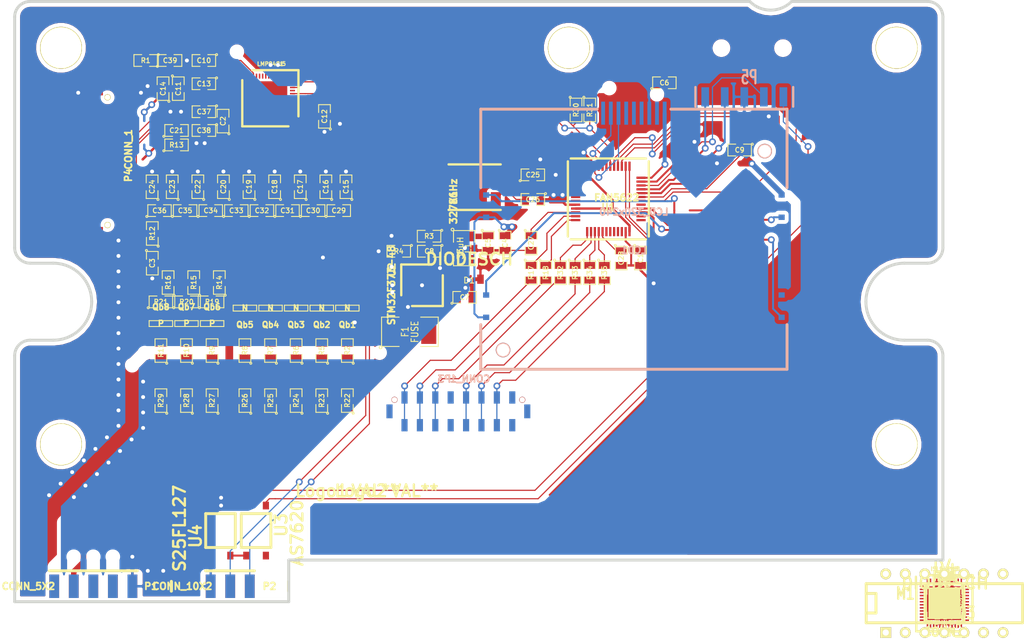
<source format=kicad_pcb>
(kicad_pcb (version 3) (host pcbnew "(2013-jul-07)-stable")
  (title_block (company "Electrodacus (Schematic and PCB layout released under CC-BY-SA 3.0 licence)"))
  (layers (15 Front signal) (0 Back signal) (18 B.Paste user) (19 F.Paste user) (20 B.SilkS user) (21 F.SilkS user) (22 B.Mask user) (23 F.Mask user) (28 Edge.Cuts user))
  (net 0 "")
  (net 1 /BAT+)
  (net 2 /BAT1)
  (net 3 /BAT2)
  (net 4 /BAT3)
  (net 5 /BAT4)
  (net 6 /BAT5)
  (net 7 /BAT6)
  (net 8 /BAT7)
  (net 9 /BOOT0)
  (net 10 /CFET)
  (net 11 /CFET1)
  (net 12 /CPV11)
  (net 13 /CPV12)
  (net 14 /CPV21)
  (net 15 /CPV22)
  (net 16 /CSI1)
  (net 17 /CSI2)
  (net 18 /DFET)
  (net 19 /DFET1)
  (net 20 /ESPFLASH)
  (net 21 /ESPRST)
  (net 22 /EXTIO3)
  (net 23 /EXTIO4)
  (net 24 /GCB1)
  (net 25 /GCB2)
  (net 26 /GCB3)
  (net 27 /GCB4)
  (net 28 /GCB5)
  (net 29 /GCB6)
  (net 30 /GCB7)
  (net 31 /GCB8)
  (net 32 /GPV1)
  (net 33 /GPV2)
  (net 34 /LCDCS)
  (net 35 /LCDDC)
  (net 36 /LCDLED)
  (net 37 /LCDSCLK)
  (net 38 /LCDSDI)
  (net 39 /LDMON)
  (net 40 /LDMON1)
  (net 41 /PA1)
  (net 42 /PA2)
  (net 43 /PA3)
  (net 44 /PA4)
  (net 45 /PA5)
  (net 46 /PV+)
  (net 47 /PV1+)
  (net 48 /PV2+)
  (net 49 /SCFET)
  (net 50 /SCK)
  (net 51 /SDA)
  (net 52 /SDADC14)
  (net 53 /SDADC2P)
  (net 54 /SDADC38)
  (net 55 /SPI1CS)
  (net 56 /SPI1MISO)
  (net 57 /SPI1MOSI)
  (net 58 /TEMPO)
  (net 59 /USARTRX)
  (net 60 /USARTTX)
  (net 61 /VBATT)
  (net 62 /VC0)
  (net 63 /VC1)
  (net 64 /VC2)
  (net 65 /VC3)
  (net 66 /VC4)
  (net 67 /VC5)
  (net 68 /VC6)
  (net 69 /VC7)
  (net 70 /VC8)
  (net 71 /VDD33)
  (net 72 /VREFSD)
  (net 73 /XT1)
  (net 74 /XT2)
  (net 75 GND)
  (net 76 N-00000101)
  (net 77 N-00000103)
  (net 78 N-00000104)
  (net 79 N-00000105)
  (net 80 N-00000106)
  (net 81 N-00000107)
  (net 82 N-00000117)
  (net 83 N-00000118)
  (net 84 N-00000124)
  (net 85 N-00000134)
  (net 86 N-00000135)
  (net 87 N-00000136)
  (net 88 N-00000138)
  (net 89 N-00000140)
  (net 90 N-00000141)
  (net 91 N-00000142)
  (net 92 N-00000144)
  (net 93 N-00000156)
  (net 94 N-00000157)
  (net 95 N-00000158)
  (net 96 N-00000159)
  (net 97 N-00000161)
  (net 98 N-00000162)
  (net 99 N-00000163)
  (net 100 N-00000167)
  (net 101 N-0000017)
  (net 102 N-0000019)
  (net 103 N-0000023)
  (net 104 N-0000026)
  (net 105 N-0000027)
  (net 106 N-0000028)
  (net 107 N-0000029)
  (net 108 N-0000030)
  (net 109 N-0000031)
  (net 110 N-0000036)
  (net 111 N-0000037)
  (net 112 N-0000038)
  (net 113 N-0000039)
  (net 114 N-0000040)
  (net 115 N-0000041)
  (net 116 N-0000042)
  (net 117 N-0000043)
  (net 118 N-0000044)
  (net 119 N-0000045)
  (net 120 N-0000046)
  (net 121 N-0000047)
  (net 122 N-0000048)
  (net 123 N-0000049)
  (net 124 N-0000050)
  (net 125 N-0000051)
  (net 126 N-0000052)
  (net 127 N-0000053)
  (net 128 N-0000054)
  (net 129 N-0000055)
  (net 130 N-0000060)
  (net 131 N-000008)
  (net 132 N-0000084)
  (net 133 N-0000085)
  (net 134 N-0000094)
  (net 135 N-0000095)
  (net 136 N-0000096)
  (net 137 N-0000097)
  (module QFP48-dac-2 (layer Front) (at 120.3198 55.3466)
    (fp_text reference U5 (at 1.50114 -4.47548) (layer F.SilkS) (effects (font (size 0.508 0.508) (thickness 0.127))))
    (fp_text value LMP8481 (at 0 -4.45008) (layer F.SilkS) (effects (font (size 0.508 0.508) (thickness 0.127))))
    (pad 1 smd rect (at -2.19964 2.87782) (size 0.19812 0.6477) (layers Front F.Paste F.Mask) (net 136 N-0000096))
    (pad 2 smd rect (at -1.80086 2.87782) (size 0.19812 0.6477) (layers Front F.Paste F.Mask) (net 1 /BAT+))
    (pad 3 smd rect (at -1.40208 2.87782) (size 0.19812 0.6477) (layers Front F.Paste F.Mask))
    (pad 4 smd rect (at -1.00076 2.87782) (size 0.19812 0.6477) (layers Front F.Paste F.Mask) (net 75 GND))
    (pad 5 smd rect (at -0.60198 2.87782) (size 0.19812 0.6477) (layers Front F.Paste F.Mask) (net 76 N-00000101))
    (pad 6 smd rect (at -0.20066 2.87782) (size 0.19812 0.6477) (layers Front F.Paste F.Mask) (net 72 /VREFSD))
    (pad 7 smd rect (at 0.19812 2.87782) (size 0.19812 0.6477) (layers Front F.Paste F.Mask) (net 72 /VREFSD))
    (pad 8 smd rect (at 0.59944 2.87782) (size 0.19812 0.6477) (layers Front F.Paste F.Mask) (net 103 N-0000023))
    (pad 9 smd rect (at 0.99822 2.87782) (size 0.19812 0.6477) (layers Front F.Paste F.Mask))
    (pad 10 smd rect (at 1.39954 2.87782) (size 0.19812 0.6477) (layers Front F.Paste F.Mask))
    (pad 11 smd rect (at 1.79832 2.87782) (size 0.19812 0.6477) (layers Front F.Paste F.Mask))
    (pad 12 smd rect (at 2.19964 2.87782) (size 0.19812 0.6477) (layers Front F.Paste F.Mask))
    (pad 13 smd rect (at 2.87528 2.20472 270) (size 0.19812 0.6477) (layers Front F.Paste F.Mask))
    (pad 14 smd rect (at 2.87528 1.8034 270) (size 0.19812 0.6477) (layers Front F.Paste F.Mask))
    (pad 15 smd rect (at 2.87528 1.40462 270) (size 0.19812 0.6477) (layers Front F.Paste F.Mask))
    (pad 16 smd rect (at 2.87528 1.0033 270) (size 0.19812 0.6477) (layers Front F.Paste F.Mask))
    (pad 17 smd rect (at 2.87528 0.60452 270) (size 0.19812 0.6477) (layers Front F.Paste F.Mask))
    (pad 18 smd rect (at 2.87528 0.2032 270) (size 0.19812 0.6477) (layers Front F.Paste F.Mask))
    (pad 19 smd rect (at 2.87528 -0.19558 270) (size 0.19812 0.6477) (layers Front F.Paste F.Mask))
    (pad 20 smd rect (at 2.87528 -0.5969 270) (size 0.19812 0.6477) (layers Front F.Paste F.Mask))
    (pad 21 smd rect (at 2.87528 -0.99568 270) (size 0.19812 0.6477) (layers Front F.Paste F.Mask))
    (pad 22 smd rect (at 2.87528 -1.397 270) (size 0.19812 0.6477) (layers Front F.Paste F.Mask))
    (pad 23 smd rect (at 2.87528 -1.79578 270) (size 0.19812 0.6477) (layers Front F.Paste F.Mask))
    (pad 24 smd rect (at 2.87528 -2.1971 270) (size 0.19812 0.6477) (layers Front F.Paste F.Mask))
    (pad 25 smd rect (at 2.19964 -2.8702 180) (size 0.19812 0.6477) (layers Front F.Paste F.Mask))
    (pad 26 smd rect (at 1.79832 -2.8702 180) (size 0.19812 0.6477) (layers Front F.Paste F.Mask))
    (pad 27 smd rect (at 1.39954 -2.8702 180) (size 0.19812 0.6477) (layers Front F.Paste F.Mask))
    (pad 28 smd rect (at 0.99822 -2.8702 180) (size 0.19812 0.6477) (layers Front F.Paste F.Mask))
    (pad 29 smd rect (at 0.59944 -2.8702 180) (size 0.19812 0.6477) (layers Front F.Paste F.Mask))
    (pad 30 smd rect (at 0.19812 -2.8702 180) (size 0.19812 0.6477) (layers Front F.Paste F.Mask))
    (pad 31 smd rect (at -0.20066 -2.8702 180) (size 0.19812 0.6477) (layers Front F.Paste F.Mask))
    (pad 32 smd rect (at -0.60198 -2.8702 180) (size 0.19812 0.6477) (layers Front F.Paste F.Mask))
    (pad 33 smd rect (at -1.00076 -2.8702 180) (size 0.19812 0.6477) (layers Front F.Paste F.Mask))
    (pad 34 smd rect (at -1.40208 -2.8702 180) (size 0.19812 0.6477) (layers Front F.Paste F.Mask))
    (pad 35 smd rect (at -1.80086 -2.8702 180) (size 0.19812 0.6477) (layers Front F.Paste F.Mask))
    (pad 36 smd rect (at -2.19964 -2.8702 180) (size 0.19812 0.6477) (layers Front F.Paste F.Mask))
    (pad 37 smd rect (at -2.87274 -2.1971 90) (size 0.19812 0.6477) (layers Front F.Paste F.Mask))
    (pad 38 smd rect (at -2.87274 -1.79578 90) (size 0.19812 0.6477) (layers Front F.Paste F.Mask))
    (pad 39 smd rect (at -2.87274 -1.397 90) (size 0.19812 0.6477) (layers Front F.Paste F.Mask))
    (pad 40 smd rect (at -2.87274 -0.99568 90) (size 0.19812 0.6477) (layers Front F.Paste F.Mask))
    (pad 41 smd rect (at -2.87274 -0.5969 90) (size 0.19812 0.6477) (layers Front F.Paste F.Mask))
    (pad 42 smd rect (at -2.87274 -0.19558 90) (size 0.19812 0.6477) (layers Front F.Paste F.Mask))
    (pad 43 smd rect (at -2.87274 0.2032 90) (size 0.19812 0.6477) (layers Front F.Paste F.Mask))
    (pad 44 smd rect (at -2.87274 0.60452 90) (size 0.19812 0.6477) (layers Front F.Paste F.Mask))
    (pad 45 smd rect (at -2.87274 1.0033 90) (size 0.19812 0.6477) (layers Front F.Paste F.Mask))
    (pad 46 smd rect (at -2.87274 1.40462 90) (size 0.19812 0.6477) (layers Front F.Paste F.Mask))
    (pad 47 smd rect (at -2.87274 1.8034 90) (size 0.19812 0.6477) (layers Front F.Paste F.Mask))
    (pad 48 smd rect (at -2.87274 2.20472 90) (size 0.19812 0.6477) (layers Front F.Paste F.Mask))
    (pad 0 smd rect (at 0 0) (size 4.39928 4.39928) (layers Front F.Mask))
    (pad 0 smd rect (at -1.0668 -1.0668) (size 1.8 1.8) (layers Front F.Paste))
    (pad 0 smd rect (at 1.0668 -1.0668) (size 1.8 1.8) (layers Front F.Paste))
    (pad 0 smd rect (at -1.0668 1.0668) (size 1.8 1.8) (layers Front F.Paste))
    (pad 0 smd rect (at 1.0668 1.0668) (size 1.8 1.8) (layers Front F.Paste))
  )
  (module LCD (layer Back) (at 167.5638 56.769 180)
    (fp_text reference LCD1 (at 0 -18.3261 180) (layer B.SilkS) (effects (font (size 0.889 0.889) (thickness 0.22352)) (justify mirror)))
    (fp_text value LCD_320x240 (at 0 -13.35024 180) (layer B.SilkS) (effects (font (size 0.889 0.889) (thickness 0.22352)) (justify mirror)))
    (pad 1 smd rect (at -3.99796 -0.52324 180) (size 0.49784 2.99974) (layers Back B.Mask) (net 75 GND))
    (pad 2 smd rect (at -2.99974 -0.52324 180) (size 0.49784 2.99974) (layers Back B.Mask) (net 105 N-0000027))
    (pad 3 smd rect (at -1.99898 -0.52324 180) (size 0.49784 2.99974) (layers Back B.Mask) (net 37 /LCDSCLK))
    (pad 4 smd rect (at -0.99822 -0.52324 180) (size 0.49784 2.99974) (layers Back B.Mask) (net 35 /LCDDC))
    (pad 5 smd rect (at 0 -0.52324 180) (size 0.49784 2.99974) (layers Back B.Mask) (net 34 /LCDCS))
    (pad 6 smd rect (at 1.00076 -0.52324 180) (size 0.49784 2.99974) (layers Back B.Mask) (net 38 /LCDSDI))
    (pad 7 smd rect (at 2.00152 -0.52324 180) (size 0.49784 2.99974) (layers Back B.Mask))
    (pad 8 smd rect (at 2.99974 -0.52324 180) (size 0.49784 2.99974) (layers Back B.Mask) (net 75 GND))
    (pad 9 smd rect (at 4.0005 -0.52324 180) (size 0.49784 2.99974) (layers Back B.Mask) (net 71 /VDD33))
    (pad 18 thru_hole circle (at -17.00022 -5.45084 180) (size 1.89992 1.89992) (drill 1.6002) (layers *.Cu *.Mask B.SilkS))
    (pad 19 thru_hole circle (at 17.00022 -31.30042 180) (size 1.89992 1.89992) (drill 1.6002) (layers *.Cu *.Mask B.SilkS))
    (pad 10 smd rect (at -19.19986 -11.1506 180) (size 0.8001 0.70104) (layers Back B.Paste B.Mask) (net 71 /VDD33))
    (pad 14 smd rect (at 19.19986 -11.1506 180) (size 0.8001 0.70104) (layers Back B.Paste B.Mask) (net 83 N-00000118))
    (pad 15 smd rect (at 19.19986 -14.04874 180) (size 0.8001 0.70104) (layers Back B.Paste B.Mask))
    (pad 11 smd rect (at -19.19986 -14.04874 180) (size 0.8001 0.70104) (layers Back B.Paste B.Mask) (net 83 N-00000118))
    (pad 12 smd rect (at -19.19986 -24.15032 180) (size 0.8001 0.70104) (layers Back B.Paste B.Mask) (net 83 N-00000118))
    (pad 13 smd rect (at -19.19986 -27.051 180) (size 0.8001 0.70104) (layers Back B.Paste B.Mask) (net 83 N-00000118))
    (pad 17 smd rect (at 19.19986 -27.051 180) (size 0.8001 0.70104) (layers Back B.Paste B.Mask))
    (pad 16 smd rect (at 19.19986 -24.15032 180) (size 0.8001 0.70104) (layers Back B.Paste B.Mask))
  )
  (module SMD-5p-dac (layer Back) (at 181.9148 55.1688 180)
    (fp_text reference P5 (at -0.635 2.54 180) (layer B.SilkS) (effects (font (size 1.72974 1.08712) (thickness 0.27178)) (justify mirror)))
    (fp_text value CONN_1 hide)
    (pad 1 smd rect (at -5.07492 0 180) (size 1.00076 2.49936) (layers Back B.Paste B.Mask) (net 43 /PA3))
    (pad 2 smd rect (at -2.53492 0 180) (size 1.00076 2.49936) (layers Back B.Paste B.Mask))
    (pad 3 smd rect (at 0.00508 0 180) (size 1.00076 2.49936) (layers Back B.Paste B.Mask))
    (pad 4 smd rect (at 2.54508 0 180) (size 1.00076 2.49936) (layers Back B.Paste B.Mask))
    (pad 5 smd rect (at 5.08508 0 180) (size 1.00076 2.49936) (layers Back B.Paste B.Mask))
  )
  (module Quartz (layer Front) (at 144.1196 68.5038)
    (fp_text reference X1 (at 0 -0.254 270) (layer F.SilkS) (effects (font (size 0.889 0.889) (thickness 0.22352))))
    (fp_text value 32786Hz (at 0 0.254 270) (layer F.SilkS) (effects (font (size 0.889 0.889) (thickness 0.22352))))
    (pad 2 smd rect (at 0 0) (size 1.29794 1.89992) (layers Front F.Paste F.Mask))
    (pad 3 smd rect (at 5.4991 0) (size 1.29794 1.89992) (layers Front F.Paste F.Mask) (net 94 N-00000157))
    (pad 1 smd rect (at 5.4991 -3.19786 180) (size 1.29794 1.89992) (layers Front F.Paste F.Mask) (net 85 N-00000134))
    (pad 4 smd rect (at 0 -3.19786 180) (size 1.29794 1.89992) (layers Front F.Paste F.Mask))
  )
  (module LQFP48 (layer Front) (at 159.9946 65.6844 270)
    (fp_text reference U1 (at 3.8354 -4.2418 540) (layer F.SilkS) (effects (font (size 0.889 0.889) (thickness 0.22352))))
    (fp_text value FAN5622 (at 2.5908 -5.334 360) (layer F.SilkS) (effects (font (size 0.889 0.889) (thickness 0.22352))))
    (pad 1 smd rect (at 0 0 270) (size 0.29972 1.19888) (layers Front F.Paste F.Mask) (net 36 /LCDLED))
    (pad 2 smd rect (at 0.49784 0 270) (size 0.29972 1.19888) (layers Front F.Paste F.Mask) (net 75 GND))
    (pad 3 smd rect (at 0.99822 0 270) (size 0.29972 1.19888) (layers Front F.Paste F.Mask) (net 71 /VDD33))
    (pad 4 smd rect (at 1.4986 0 270) (size 0.29972 1.19888) (layers Front F.Paste F.Mask))
    (pad 5 smd rect (at 1.99898 0 270) (size 0.29972 1.19888) (layers Front F.Paste F.Mask) (net 104 N-0000026))
    (pad 6 smd rect (at 2.49936 0 270) (size 0.29972 1.19888) (layers Front F.Paste F.Mask) (net 83 N-00000118))
    (pad 7 smd rect (at 2.99974 0 270) (size 0.29972 1.19888) (layers Front F.Paste F.Mask))
    (pad 8 smd rect (at 3.49758 0 270) (size 0.29972 1.19888) (layers Front F.Paste F.Mask))
    (pad 9 smd rect (at 3.99796 0 270) (size 0.29972 1.19888) (layers Front F.Paste F.Mask))
    (pad 10 smd rect (at 4.49834 0 270) (size 0.29972 1.19888) (layers Front F.Paste F.Mask))
    (pad 11 smd rect (at 4.99872 0 270) (size 0.29972 1.19888) (layers Front F.Paste F.Mask))
    (pad 12 smd rect (at 5.4991 0 270) (size 0.29972 1.19888) (layers Front F.Paste F.Mask))
    (pad 13 smd rect (at 6.9977 -1.4986 180) (size 0.29972 1.19888) (layers Front F.Paste F.Mask))
    (pad 14 smd rect (at 6.9977 -1.99898 180) (size 0.29972 1.19888) (layers Front F.Paste F.Mask))
    (pad 15 smd rect (at 6.9977 -2.49936 180) (size 0.29972 1.19888) (layers Front F.Paste F.Mask))
    (pad 16 smd rect (at 6.9977 -2.99974 180) (size 0.29972 1.19888) (layers Front F.Paste F.Mask))
    (pad 17 smd rect (at 6.9977 -3.49758 180) (size 0.29972 1.19888) (layers Front F.Paste F.Mask))
    (pad 18 smd rect (at 6.9977 -3.99796 180) (size 0.29972 1.19888) (layers Front F.Paste F.Mask))
    (pad 19 smd rect (at 6.9977 -4.49834 180) (size 0.29972 1.19888) (layers Front F.Paste F.Mask))
    (pad 20 smd rect (at 6.9977 -4.99872 180) (size 0.29972 1.19888) (layers Front F.Paste F.Mask))
    (pad 21 smd rect (at 6.9977 -5.4991 180) (size 0.29972 1.19888) (layers Front F.Paste F.Mask))
    (pad 22 smd rect (at 6.9977 -5.99948 180) (size 0.29972 1.19888) (layers Front F.Paste F.Mask))
    (pad 23 smd rect (at 6.9977 -6.49986 180) (size 0.29972 1.19888) (layers Front F.Paste F.Mask))
    (pad 24 smd rect (at 6.9977 -6.9977 180) (size 0.29972 1.19888) (layers Front F.Paste F.Mask))
    (pad 25 smd rect (at 5.4991 -8.49884 90) (size 0.29972 1.19888) (layers Front F.Paste F.Mask))
    (pad 26 smd rect (at 4.99872 -8.49884 90) (size 0.29972 1.19888) (layers Front F.Paste F.Mask))
    (pad 27 smd rect (at 4.49834 -8.49884 90) (size 0.29972 1.19888) (layers Front F.Paste F.Mask))
    (pad 28 smd rect (at 3.99796 -8.49884 90) (size 0.29972 1.19888) (layers Front F.Paste F.Mask))
    (pad 29 smd rect (at 3.49758 -8.49884 90) (size 0.29972 1.19888) (layers Front F.Paste F.Mask))
    (pad 30 smd rect (at 2.99974 -8.49884 90) (size 0.29972 1.19888) (layers Front F.Paste F.Mask))
    (pad 31 smd rect (at 2.49936 -8.49884 90) (size 0.29972 1.19888) (layers Front F.Paste F.Mask))
    (pad 32 smd rect (at 1.99898 -8.49884 90) (size 0.29972 1.19888) (layers Front F.Paste F.Mask))
    (pad 33 smd rect (at 1.4986 -8.49884 90) (size 0.29972 1.19888) (layers Front F.Paste F.Mask))
    (pad 34 smd rect (at 0.99822 -8.49884 90) (size 0.29972 1.19888) (layers Front F.Paste F.Mask))
    (pad 35 smd rect (at 0.49784 -8.49884 90) (size 0.29972 1.19888) (layers Front F.Paste F.Mask))
    (pad 36 smd rect (at 0 -8.49884 90) (size 0.29972 1.19888) (layers Front F.Paste F.Mask))
    (pad 37 smd rect (at -1.4986 -6.9977) (size 0.29972 1.19888) (layers Front F.Paste F.Mask))
    (pad 38 smd rect (at -1.4986 -6.49986) (size 0.29972 1.19888) (layers Front F.Paste F.Mask))
    (pad 39 smd rect (at -1.4986 -5.99948) (size 0.29972 1.19888) (layers Front F.Paste F.Mask))
    (pad 40 smd rect (at -1.4986 -5.4991) (size 0.29972 1.19888) (layers Front F.Paste F.Mask))
    (pad 41 smd rect (at -1.4986 -4.99872) (size 0.29972 1.19888) (layers Front F.Paste F.Mask))
    (pad 42 smd rect (at -1.4986 -4.49834) (size 0.29972 1.19888) (layers Front F.Paste F.Mask))
    (pad 43 smd rect (at -1.4986 -3.99796) (size 0.29972 1.19888) (layers Front F.Paste F.Mask))
    (pad 44 smd rect (at -1.4986 -3.49758) (size 0.29972 1.19888) (layers Front F.Paste F.Mask))
    (pad 45 smd rect (at -1.4986 -2.99974) (size 0.29972 1.19888) (layers Front F.Paste F.Mask))
    (pad 46 smd rect (at -1.4986 -2.49936) (size 0.29972 1.19888) (layers Front F.Paste F.Mask))
    (pad 47 smd rect (at -1.4986 -1.99898) (size 0.29972 1.19888) (layers Front F.Paste F.Mask))
    (pad 48 smd rect (at -1.4986 -1.4986) (size 0.29972 1.19888) (layers Front F.Paste F.Mask))
  )
  (module Logo2 (layer Front) (at 132.1054 114.046)
    (fp_text reference Logo2 (at 0 -7.67588) (layer F.SilkS) (effects (font (size 1.524 1.524) (thickness 0.3048))))
    (fp_text value VAL** (at 6.97484 -7.67588) (layer F.SilkS) (effects (font (size 1.524 1.524) (thickness 0.3048))))
    (pad 40 smd rect (at 0.44958 -0.44958) (size 0.58928 0.58928) (layers Front))
    (pad 43 smd rect (at 0.44958 -1.19888) (size 0.58928 0.58928) (layers Front))
    (pad 44 smd rect (at 0.44958 -1.95072) (size 0.58928 0.58928) (layers Front))
    (pad 45 smd rect (at 0.44958 -2.70002) (size 0.58928 0.58928) (layers Front))
    (pad 46 smd rect (at 0.44958 -3.44932) (size 0.58928 0.58928) (layers Front))
    (pad 47 smd rect (at 0.44958 -4.20116) (size 0.58928 0.58928) (layers Front))
    (pad 48 smd rect (at 0.44958 -4.95046) (size 0.58928 0.58928) (layers Front))
    (pad 49 smd rect (at 1.19888 -0.44958) (size 0.58928 0.58928) (layers Front))
    (pad 50 smd rect (at 1.19888 -2.70002) (size 0.58928 0.58928) (layers Front))
    (pad 51 smd rect (at 1.19888 -4.95046) (size 0.58928 0.58928) (layers Front))
    (pad 52 smd rect (at 1.95072 -0.44958) (size 0.58928 0.58928) (layers Front))
    (pad 55 smd rect (at 1.95072 -2.70002) (size 0.58928 0.58928) (layers Front))
    (pad 58 smd rect (at 1.95072 -4.95046) (size 0.58928 0.58928) (layers Front))
    (pad 59 smd rect (at 2.70002 -0.44958) (size 0.58928 0.58928) (layers Front))
    (pad 61 smd rect (at 2.70002 -2.70002) (size 0.58928 0.58928) (layers Front))
    (pad 63 smd rect (at 2.70002 -4.95046) (size 0.58928 0.58928) (layers Front))
    (pad 64 smd rect (at 3.44932 -0.44958) (size 0.58928 0.58928) (layers Front))
    (pad 70 smd rect (at 3.44932 -4.95046) (size 0.58928 0.58928) (layers Front))
    (pad 72 smd rect (at 4.95046 -0.44958) (size 0.58928 0.58928) (layers Front))
    (pad 73 smd rect (at 4.95046 -1.19888) (size 0.58928 0.58928) (layers Front))
    (pad 74 smd rect (at 4.95046 -1.95072) (size 0.58928 0.58928) (layers Front))
    (pad 75 smd rect (at 4.95046 -2.70002) (size 0.58928 0.58928) (layers Front))
    (pad 76 smd rect (at 4.95046 -3.44932) (size 0.58928 0.58928) (layers Front))
    (pad 77 smd rect (at 4.95046 -4.20116) (size 0.58928 0.58928) (layers Front))
    (pad 78 smd rect (at 4.95046 -4.95046) (size 0.58928 0.58928) (layers Front))
    (pad 79 smd rect (at 6.44906 -0.44958) (size 0.58928 0.58928) (layers Front))
    (pad 80 smd rect (at 6.44906 -1.19888) (size 0.58928 0.58928) (layers Front))
    (pad 81 smd rect (at 6.44906 -1.95072) (size 0.58928 0.58928) (layers Front))
    (pad 82 smd rect (at 6.44906 -2.70002) (size 0.58928 0.58928) (layers Front))
    (pad 83 smd rect (at 6.44906 -3.44932) (size 0.58928 0.58928) (layers Front))
    (pad 84 smd rect (at 7.2009 -3.44932) (size 0.58928 0.58928) (layers Front))
    (pad 85 smd rect (at 7.9502 -3.44932) (size 0.58928 0.58928) (layers Front))
    (pad 86 smd rect (at 8.6995 -3.44932) (size 0.58928 0.58928) (layers Front))
    (pad 87 smd rect (at 8.6995 -2.70002) (size 0.58928 0.58928) (layers Front))
    (pad 88 smd rect (at 8.6995 -1.95072) (size 0.58928 0.58928) (layers Front))
    (pad 89 smd rect (at 7.9502 -1.95072) (size 0.58928 0.58928) (layers Front))
    (pad 90 smd rect (at 7.2009 -1.95072) (size 0.58928 0.58928) (layers Front))
    (pad 91 smd rect (at 7.2009 -0.44958) (size 0.58928 0.58928) (layers Front))
    (pad 92 smd rect (at 7.9502 -0.44958) (size 0.58928 0.58928) (layers Front))
    (pad 93 smd rect (at 8.6995 -0.44958) (size 0.58928 0.58928) (layers Front))
    (pad 94 smd rect (at 10.20064 -0.44958) (size 0.58928 0.58928) (layers Front))
    (pad 95 smd rect (at 10.20064 -1.19888) (size 0.58928 0.58928) (layers Front))
    (pad 96 smd rect (at 10.20064 -1.95072) (size 0.58928 0.58928) (layers Front))
    (pad 97 smd rect (at 10.20064 -2.70002) (size 0.58928 0.58928) (layers Front))
    (pad 98 smd rect (at 10.20064 -3.44932) (size 0.58928 0.58928) (layers Front))
    (pad 99 smd rect (at 10.94994 -3.44932) (size 0.58928 0.58928) (layers Front))
    (pad 100 smd rect (at 11.69924 -3.44932) (size 0.58928 0.58928) (layers Front))
    (pad 101 smd rect (at 12.45108 -3.44932) (size 0.58928 0.58928) (layers Front))
    (pad 102 smd rect (at 13.94968 -4.20116) (size 0.58928 0.58928) (layers Front))
    (pad 103 smd rect (at 14.69898 -4.20116) (size 0.58928 0.58928) (layers Front))
    (pad 104 smd rect (at 10.94994 -0.44958) (size 0.58928 0.58928) (layers Front))
    (pad 105 smd rect (at 11.69924 -0.44958) (size 0.58928 0.58928) (layers Front))
    (pad 106 smd rect (at 12.45108 -0.44958) (size 0.58928 0.58928) (layers Front))
    (pad 107 smd rect (at 14.69898 -3.44932) (size 0.58928 0.58928) (layers Front))
    (pad 108 smd rect (at 14.69898 -2.70002) (size 0.58928 0.58928) (layers Front))
    (pad 109 smd rect (at 14.69898 -1.95072) (size 0.58928 0.58928) (layers Front))
    (pad 110 smd rect (at 14.69898 -1.19888) (size 0.58928 0.58928) (layers Front))
    (pad 111 smd rect (at 14.69898 -0.44958) (size 0.58928 0.58928) (layers Front))
    (pad 112 smd rect (at 15.45082 -0.44958) (size 0.58928 0.58928) (layers Front))
    (pad 113 smd rect (at 15.45082 -4.20116) (size 0.58928 0.58928) (layers Front))
    (pad 114 smd rect (at 16.20012 -4.20116) (size 0.58928 0.58928) (layers Front))
    (pad 115 smd rect (at 14.69898 -4.95046) (size 0.58928 0.58928) (layers Front))
    (pad 116 smd rect (at 17.70126 -0.44958) (size 0.58928 0.58928) (layers Front))
    (pad 117 smd rect (at 17.70126 -1.19888) (size 0.58928 0.58928) (layers Front))
    (pad 118 smd rect (at 17.70126 -1.95072) (size 0.58928 0.58928) (layers Front))
    (pad 119 smd rect (at 17.70126 -2.70002) (size 0.58928 0.58928) (layers Front))
    (pad 120 smd rect (at 17.70126 -3.44932) (size 0.58928 0.58928) (layers Front))
    (pad 121 smd rect (at 19.19986 -3.44932) (size 0.58928 0.58928) (layers Front))
    (pad 122 smd rect (at 19.94916 -3.44932) (size 0.58928 0.58928) (layers Front))
    (pad 123 smd rect (at 18.45056 -2.70002) (size 0.58928 0.58928) (layers Front))
    (pad 124 smd rect (at 21.4503 -3.44932) (size 0.58928 0.58928) (layers Front))
    (pad 125 smd rect (at 22.1996 -3.44932) (size 0.58928 0.58928) (layers Front))
    (pad 126 smd rect (at 22.9489 -3.44932) (size 0.58928 0.58928) (layers Front))
    (pad 127 smd rect (at 23.70074 -3.44932) (size 0.58928 0.58928) (layers Front))
    (pad 128 smd rect (at 23.70074 -2.70002) (size 0.58928 0.58928) (layers Front))
    (pad 129 smd rect (at 23.70074 -1.95072) (size 0.58928 0.58928) (layers Front))
    (pad 130 smd rect (at 23.70074 -1.19888) (size 0.58928 0.58928) (layers Front))
    (pad 131 smd rect (at 23.70074 -0.44958) (size 0.58928 0.58928) (layers Front))
    (pad 132 smd rect (at 22.9489 -0.44958) (size 0.58928 0.58928) (layers Front))
    (pad 133 smd rect (at 22.1996 -0.44958) (size 0.58928 0.58928) (layers Front))
    (pad 134 smd rect (at 21.4503 -0.44958) (size 0.58928 0.58928) (layers Front))
    (pad 135 smd rect (at 21.4503 -1.19888) (size 0.58928 0.58928) (layers Front))
    (pad 136 smd rect (at 21.4503 -1.95072) (size 0.58928 0.58928) (layers Front))
    (pad 137 smd rect (at 21.4503 -2.70002) (size 0.58928 0.58928) (layers Front))
  )
  (module Logo1 (layer Front) (at 126.9746 114.046)
    (fp_text reference Logo1 (at 0 -7.67588) (layer F.SilkS) (effects (font (size 1.524 1.524) (thickness 0.3048))))
    (fp_text value VAL** (at 6.97484 -7.67588) (layer F.SilkS) (effects (font (size 1.524 1.524) (thickness 0.3048))))
    (pad 40 smd rect (at 0.44958 -0.44958) (size 0.58928 0.58928) (layers Front))
    (pad 43 smd rect (at 0.44958 -1.19888) (size 0.58928 0.58928) (layers Front))
    (pad 44 smd rect (at 0.44958 -1.95072) (size 0.58928 0.58928) (layers Front))
    (pad 45 smd rect (at 0.44958 -2.70002) (size 0.58928 0.58928) (layers Front))
    (pad 46 smd rect (at 0.44958 -3.44932) (size 0.58928 0.58928) (layers Front))
    (pad 47 smd rect (at 0.44958 -4.20116) (size 0.58928 0.58928) (layers Front))
    (pad 48 smd rect (at 0.44958 -4.95046) (size 0.58928 0.58928) (layers Front))
    (pad 49 smd rect (at 1.19888 -0.44958) (size 0.58928 0.58928) (layers Front))
    (pad 50 smd rect (at 1.19888 -2.70002) (size 0.58928 0.58928) (layers Front))
    (pad 51 smd rect (at 1.19888 -4.95046) (size 0.58928 0.58928) (layers Front))
    (pad 52 smd rect (at 1.95072 -0.44958) (size 0.58928 0.58928) (layers Front))
    (pad 53 smd rect (at 1.95072 -1.19888) (size 0.58928 0.58928) (layers Front))
    (pad 54 smd rect (at 1.95072 -1.95072) (size 0.58928 0.58928) (layers Front))
    (pad 55 smd rect (at 1.95072 -2.70002) (size 0.58928 0.58928) (layers Front))
    (pad 56 smd rect (at 1.95072 -3.44932) (size 0.58928 0.58928) (layers Front))
    (pad 57 smd rect (at 1.95072 -4.20116) (size 0.58928 0.58928) (layers Front))
    (pad 58 smd rect (at 1.95072 -4.95046) (size 0.58928 0.58928) (layers Front))
    (pad 59 smd rect (at 2.70002 -0.44958) (size 0.58928 0.58928) (layers Front))
    (pad 60 smd rect (at 2.70002 -1.95072) (size 0.58928 0.58928) (layers Front))
    (pad 61 smd rect (at 2.70002 -2.70002) (size 0.58928 0.58928) (layers Front))
    (pad 62 smd rect (at 2.70002 -3.44932) (size 0.58928 0.58928) (layers Front))
    (pad 63 smd rect (at 2.70002 -4.95046) (size 0.58928 0.58928) (layers Front))
    (pad 64 smd rect (at 3.44932 -0.44958) (size 0.58928 0.58928) (layers Front))
    (pad 65 smd rect (at 3.44932 -1.19888) (size 0.58928 0.58928) (layers Front))
    (pad 66 smd rect (at 3.44932 -1.95072) (size 0.58928 0.58928) (layers Front))
    (pad 67 smd rect (at 3.44932 -2.70002) (size 0.58928 0.58928) (layers Front))
    (pad 68 smd rect (at 3.44932 -3.44932) (size 0.58928 0.58928) (layers Front))
    (pad 69 smd rect (at 3.44932 -4.20116) (size 0.58928 0.58928) (layers Front))
    (pad 70 smd rect (at 3.44932 -4.95046) (size 0.58928 0.58928) (layers Front))
  )
  (module H1-2 (layer Front) (at 201.7014 48.7934)
    (fp_text reference "" hide)
    (fp_text value "" hide)
    (pad H1 thru_hole circle (at 0 0) (size 5.45084 5.45084) (drill 5.25018) (layers *.Cu *.Mask F.SilkS))
  )
  (module H1-2 (layer Front) (at 201.7014 100.33)
    (fp_text reference "" hide)
    (fp_text value "" hide)
    (pad H1 thru_hole circle (at 0 0) (size 5.45084 5.45084) (drill 5.25018) (layers *.Cu *.Mask F.SilkS))
  )
  (module Hole-large (layer Front) (at 93.1164 100.33)
    (fp_text reference "" hide)
    (fp_text value "" hide)
    (pad H1 thru_hole circle (at 0 0) (size 5.45084 5.45084) (drill 5.25018) (layers *.Cu *.Mask F.SilkS))
  )
  (module Hole-large (layer Front) (at 93.1164 48.7934)
    (fp_text reference "" hide)
    (fp_text value "" hide)
    (pad H1 thru_hole circle (at 0 0) (size 5.45084 5.45084) (drill 5.25018) (layers *.Cu *.Mask F.SilkS))
  )
  (module Hole-large (layer Front) (at 159.1056 48.7934)
    (fp_text reference "" hide)
    (fp_text value "" hide)
    (pad H1 thru_hole circle (at 0 0) (size 5.45084 5.45084) (drill 5.25018) (layers *.Cu *.Mask F.SilkS))
  )
  (module SOT23-dac (layer Front) (at 127 82.6262 180)
    (fp_text reference Qb2 (at 0 -2.159 180) (layer F.SilkS) (effects (font (size 0.762 0.762) (thickness 0.1905))))
    (fp_text value N (at 0 0 180) (layer F.SilkS) (effects (font (size 0.762 0.762) (thickness 0.1905))))
    (pad S smd rect (at -0.94996 -1.00076 180) (size 0.59944 0.59944) (layers Front F.Paste F.Mask) (net 2 /BAT1))
    (pad G smd rect (at 0.94996 -1.00076 180) (size 0.59944 0.59944) (layers Front F.Paste F.Mask) (net 25 /GCB2))
    (pad D smd rect (at 0 1.00076 180) (size 0.59944 0.59944) (layers Front F.Paste F.Mask) (net 111 N-0000037))
  )
  (module SOT23-dac (layer Front) (at 130.3274 82.6262 180)
    (fp_text reference Qb1 (at 0 -2.159 180) (layer F.SilkS) (effects (font (size 0.762 0.762) (thickness 0.1905))))
    (fp_text value N (at 0 0 180) (layer F.SilkS) (effects (font (size 0.762 0.762) (thickness 0.1905))))
    (pad S smd rect (at -0.94996 -1.00076 180) (size 0.59944 0.59944) (layers Front F.Paste F.Mask) (net 75 GND))
    (pad G smd rect (at 0.94996 -1.00076 180) (size 0.59944 0.59944) (layers Front F.Paste F.Mask) (net 24 /GCB1))
    (pad D smd rect (at 0 1.00076 180) (size 0.59944 0.59944) (layers Front F.Paste F.Mask) (net 113 N-0000039))
  )
  (module SOT23-dac (layer Front) (at 123.6726 82.6262 180)
    (fp_text reference Qb3 (at 0 -2.159 180) (layer F.SilkS) (effects (font (size 0.762 0.762) (thickness 0.1905))))
    (fp_text value N (at 0 0 180) (layer F.SilkS) (effects (font (size 0.762 0.762) (thickness 0.1905))))
    (pad S smd rect (at -0.94996 -1.00076 180) (size 0.59944 0.59944) (layers Front F.Paste F.Mask) (net 3 /BAT2))
    (pad G smd rect (at 0.94996 -1.00076 180) (size 0.59944 0.59944) (layers Front F.Paste F.Mask) (net 26 /GCB3))
    (pad D smd rect (at 0 1.00076 180) (size 0.59944 0.59944) (layers Front F.Paste F.Mask) (net 114 N-0000040))
  )
  (module SOT23-dac (layer Front) (at 120.3452 82.6262 180)
    (fp_text reference Qb4 (at 0 -2.159 180) (layer F.SilkS) (effects (font (size 0.762 0.762) (thickness 0.1905))))
    (fp_text value N (at 0 0 180) (layer F.SilkS) (effects (font (size 0.762 0.762) (thickness 0.1905))))
    (pad S smd rect (at -0.94996 -1.00076 180) (size 0.59944 0.59944) (layers Front F.Paste F.Mask) (net 4 /BAT3))
    (pad G smd rect (at 0.94996 -1.00076 180) (size 0.59944 0.59944) (layers Front F.Paste F.Mask) (net 27 /GCB4))
    (pad D smd rect (at 0 1.00076 180) (size 0.59944 0.59944) (layers Front F.Paste F.Mask) (net 126 N-0000052))
  )
  (module SOT23-dac (layer Front) (at 117.0178 82.6262 180)
    (fp_text reference Qb5 (at 0 -2.159 180) (layer F.SilkS) (effects (font (size 0.762 0.762) (thickness 0.1905))))
    (fp_text value N (at 0 0 180) (layer F.SilkS) (effects (font (size 0.762 0.762) (thickness 0.1905))))
    (pad S smd rect (at -0.94996 -1.00076 180) (size 0.59944 0.59944) (layers Front F.Paste F.Mask) (net 5 /BAT4))
    (pad G smd rect (at 0.94996 -1.00076 180) (size 0.59944 0.59944) (layers Front F.Paste F.Mask) (net 28 /GCB5))
    (pad D smd rect (at 0 1.00076 180) (size 0.59944 0.59944) (layers Front F.Paste F.Mask) (net 124 N-0000050))
  )
  (module SOT23-dac (layer Front) (at 112.7506 84.6328)
    (fp_text reference Qb6 (at 0 -2.159) (layer F.SilkS) (effects (font (size 0.762 0.762) (thickness 0.1905))))
    (fp_text value P (at 0 0) (layer F.SilkS) (effects (font (size 0.762 0.762) (thickness 0.1905))))
    (pad S smd rect (at -0.94996 -1.00076) (size 0.59944 0.59944) (layers Front F.Paste F.Mask) (net 7 /BAT6))
    (pad G smd rect (at 0.94996 -1.00076) (size 0.59944 0.59944) (layers Front F.Paste F.Mask) (net 29 /GCB6))
    (pad D smd rect (at 0 1.00076) (size 0.59944 0.59944) (layers Front F.Paste F.Mask) (net 122 N-0000048))
  )
  (module SOT23-dac (layer Front) (at 109.4232 84.6328)
    (fp_text reference Qb7 (at 0 -2.159) (layer F.SilkS) (effects (font (size 0.762 0.762) (thickness 0.1905))))
    (fp_text value P (at 0 0) (layer F.SilkS) (effects (font (size 0.762 0.762) (thickness 0.1905))))
    (pad S smd rect (at -0.94996 -1.00076) (size 0.59944 0.59944) (layers Front F.Paste F.Mask) (net 8 /BAT7))
    (pad G smd rect (at 0.94996 -1.00076) (size 0.59944 0.59944) (layers Front F.Paste F.Mask) (net 30 /GCB7))
    (pad D smd rect (at 0 1.00076) (size 0.59944 0.59944) (layers Front F.Paste F.Mask) (net 120 N-0000046))
  )
  (module SOT23-dac (layer Front) (at 106.0958 84.6328)
    (fp_text reference Qb8 (at 0 -2.159) (layer F.SilkS) (effects (font (size 0.762 0.762) (thickness 0.1905))))
    (fp_text value P (at 0 0) (layer F.SilkS) (effects (font (size 0.762 0.762) (thickness 0.1905))))
    (pad S smd rect (at -0.94996 -1.00076) (size 0.59944 0.59944) (layers Front F.Paste F.Mask) (net 1 /BAT+))
    (pad G smd rect (at 0.94996 -1.00076) (size 0.59944 0.59944) (layers Front F.Paste F.Mask) (net 31 /GCB8))
    (pad D smd rect (at 0 1.00076) (size 0.59944 0.59944) (layers Front F.Paste F.Mask) (net 116 N-0000042))
  )
  (module SM1210 (layer Front) (at 145.5166 74.8284 270)
    (fp_text reference L1 (at 0 -0.508 270) (layer F.SilkS) (effects (font (size 0.762 0.762) (thickness 0.127))))
    (fp_text value 33uH (at 0 0.508 270) (layer F.SilkS) (effects (font (size 0.762 0.762) (thickness 0.127))))
    (pad 1 smd rect (at -1.524 0 270) (size 1.27 2.54) (layers Front F.Paste F.Mask) (net 71 /VDD33))
    (pad 2 smd rect (at 1.524 0 270) (size 1.27 2.54) (layers Front F.Paste F.Mask) (net 96 N-00000159))
  )
  (module SM0805 (layer Front) (at 137.0076 75.2348 180)
    (fp_text reference R4 (at 0 0 180) (layer F.SilkS) (effects (font (size 0.635 0.635) (thickness 0.127))))
    (fp_text value 10k hide)
    (pad 1 smd rect (at -0.9525 0 180) (size 0.889 1.397) (layers Front F.Paste F.Mask) (net 90 N-00000141))
    (pad 2 smd rect (at 0.9525 0 180) (size 0.889 1.397) (layers Front F.Paste F.Mask) (net 44 /PA4))
  )
  (module SM0805 (layer Front) (at 140.9446 73.279 180)
    (fp_text reference R3 (at 0 0 180) (layer F.SilkS) (effects (font (size 0.635 0.635) (thickness 0.127))))
    (fp_text value 10k hide)
    (pad 1 smd rect (at -0.9525 0 180) (size 0.889 1.397) (layers Front F.Paste F.Mask) (net 91 N-00000142))
    (pad 2 smd rect (at 0.9525 0 180) (size 0.889 1.397) (layers Front F.Paste F.Mask) (net 43 /PA3))
  )
  (module SM0805 (layer Front) (at 168.4274 76.1238 270)
    (fp_text reference C1 (at 0 0 270) (layer F.SilkS) (effects (font (size 0.635 0.635) (thickness 0.127))))
    (fp_text value 22uF hide)
    (pad 1 smd rect (at -0.9525 0 270) (size 0.889 1.397) (layers Front F.Paste F.Mask) (net 71 /VDD33))
    (pad 2 smd rect (at 0.9525 0 270) (size 0.889 1.397) (layers Front F.Paste F.Mask) (net 75 GND))
  )
  (module SM0805 (layer Front) (at 104.9782 72.9234 90)
    (fp_text reference R12 (at 0 0 90) (layer F.SilkS) (effects (font (size 0.635 0.635) (thickness 0.127))))
    (fp_text value 1K hide)
    (pad 1 smd rect (at -0.9525 0 90) (size 0.889 1.397) (layers Front F.Paste F.Mask) (net 76 N-00000101))
    (pad 2 smd rect (at 0.9525 0 90) (size 0.889 1.397) (layers Front F.Paste F.Mask) (net 53 /SDADC2P))
  )
  (module SM0805 (layer Front) (at 108.1278 61.4172)
    (fp_text reference R13 (at 0 0) (layer F.SilkS) (effects (font (size 0.635 0.635) (thickness 0.127))))
    (fp_text value 10K hide)
    (pad 1 smd rect (at -0.9525 0) (size 0.889 1.397) (layers Front F.Paste F.Mask) (net 71 /VDD33))
    (pad 2 smd rect (at 0.9525 0) (size 0.889 1.397) (layers Front F.Paste F.Mask) (net 130 N-0000060))
  )
  (module SM0805 (layer Front) (at 113.6904 79.2988 90)
    (fp_text reference R14 (at 0 0 90) (layer F.SilkS) (effects (font (size 0.635 0.635) (thickness 0.127))))
    (fp_text value 10K hide)
    (pad 1 smd rect (at -0.9525 0 90) (size 0.889 1.397) (layers Front F.Paste F.Mask) (net 71 /VDD33))
    (pad 2 smd rect (at 0.9525 0 90) (size 0.889 1.397) (layers Front F.Paste F.Mask) (net 21 /ESPRST))
  )
  (module SM0805 (layer Front) (at 110.363 79.2988 90)
    (fp_text reference R15 (at 0 0 90) (layer F.SilkS) (effects (font (size 0.635 0.635) (thickness 0.127))))
    (fp_text value 1K hide)
    (pad 1 smd rect (at -0.9525 0 90) (size 0.889 1.397) (layers Front F.Paste F.Mask) (net 52 /SDADC14))
    (pad 2 smd rect (at 0.9525 0 90) (size 0.889 1.397) (layers Front F.Paste F.Mask) (net 81 N-00000107))
  )
  (module SM0805 (layer Front) (at 107.0356 79.2988 90)
    (fp_text reference R16 (at 0 0 90) (layer F.SilkS) (effects (font (size 0.635 0.635) (thickness 0.127))))
    (fp_text value 10k hide)
    (pad 1 smd rect (at -0.9525 0 90) (size 0.889 1.397) (layers Front F.Paste F.Mask) (net 50 /SCK))
    (pad 2 smd rect (at 0.9525 0 90) (size 0.889 1.397) (layers Front F.Paste F.Mask) (net 82 N-00000117))
  )
  (module SM0805 (layer Front) (at 154.2034 78.0288 270)
    (fp_text reference R17 (at 0 0 270) (layer F.SilkS) (effects (font (size 0.635 0.635) (thickness 0.127))))
    (fp_text value 10k hide)
    (pad 1 smd rect (at -0.9525 0 270) (size 0.889 1.397) (layers Front F.Paste F.Mask) (net 51 /SDA))
    (pad 2 smd rect (at 0.9525 0 270) (size 0.889 1.397) (layers Front F.Paste F.Mask) (net 82 N-00000117))
  )
  (module SM0805 (layer Front) (at 156.1084 78.0288 270)
    (fp_text reference R18 (at 0 0 270) (layer F.SilkS) (effects (font (size 0.635 0.635) (thickness 0.127))))
    (fp_text value 1K hide)
    (pad 1 smd rect (at -0.9525 0 270) (size 0.889 1.397) (layers Front F.Paste F.Mask) (net 117 N-0000043))
    (pad 2 smd rect (at 0.9525 0 270) (size 0.889 1.397) (layers Front F.Paste F.Mask) (net 1 /BAT+))
  )
  (module SM0805 (layer Front) (at 112.7506 81.8134)
    (fp_text reference R19 (at 0 0) (layer F.SilkS) (effects (font (size 0.635 0.635) (thickness 0.127))))
    (fp_text value 1K hide)
    (pad 1 smd rect (at -0.9525 0) (size 0.889 1.397) (layers Front F.Paste F.Mask) (net 133 N-0000085))
    (pad 2 smd rect (at 0.9525 0) (size 0.889 1.397) (layers Front F.Paste F.Mask) (net 71 /VDD33))
  )
  (module SM0805 (layer Front) (at 109.4232 81.8134)
    (fp_text reference R20 (at 0 0) (layer F.SilkS) (effects (font (size 0.635 0.635) (thickness 0.127))))
    (fp_text value 1K hide)
    (pad 1 smd rect (at -0.9525 0) (size 0.889 1.397) (layers Front F.Paste F.Mask) (net 102 N-0000019))
    (pad 2 smd rect (at 0.9525 0) (size 0.889 1.397) (layers Front F.Paste F.Mask) (net 54 /SDADC38))
  )
  (module SM0805 (layer Front) (at 106.0958 81.8134)
    (fp_text reference R21 (at 0 0) (layer F.SilkS) (effects (font (size 0.635 0.635) (thickness 0.127))))
    (fp_text value 1K hide)
    (pad 1 smd rect (at -0.9525 0) (size 0.889 1.397) (layers Front F.Paste F.Mask) (net 107 N-0000029))
    (pad 2 smd rect (at 0.9525 0) (size 0.889 1.397) (layers Front F.Paste F.Mask) (net 75 GND))
  )
  (module SM0805 (layer Front) (at 124.206 66.8528 90)
    (fp_text reference C17 (at 0 0 90) (layer F.SilkS) (effects (font (size 0.635 0.635) (thickness 0.127))))
    (fp_text value 22uF hide)
    (pad 1 smd rect (at -0.9525 0 90) (size 0.889 1.397) (layers Front F.Paste F.Mask) (net 72 /VREFSD))
    (pad 2 smd rect (at 0.9525 0 90) (size 0.889 1.397) (layers Front F.Paste F.Mask) (net 75 GND))
  )
  (module SM0805 (layer Front) (at 148.6154 74.168 270)
    (fp_text reference C5 (at 0 0 270) (layer F.SilkS) (effects (font (size 0.635 0.635) (thickness 0.127))))
    (fp_text value 22uF hide)
    (pad 1 smd rect (at -0.9525 0 270) (size 0.889 1.397) (layers Front F.Paste F.Mask) (net 71 /VDD33))
    (pad 2 smd rect (at 0.9525 0 270) (size 0.889 1.397) (layers Front F.Paste F.Mask) (net 75 GND))
  )
  (module SM0805 (layer Front) (at 171.5262 53.34)
    (fp_text reference C6 (at 0 0) (layer F.SilkS) (effects (font (size 0.635 0.635) (thickness 0.127))))
    (fp_text value 100nF hide)
    (pad 1 smd rect (at -0.9525 0) (size 0.889 1.397) (layers Front F.Paste F.Mask) (net 1 /BAT+))
    (pad 2 smd rect (at 0.9525 0) (size 0.889 1.397) (layers Front F.Paste F.Mask) (net 75 GND))
  )
  (module SM0805 (layer Front) (at 145.5674 81.2292)
    (fp_text reference C7 (at 0 0) (layer F.SilkS) (effects (font (size 0.635 0.635) (thickness 0.127))))
    (fp_text value 1uF hide)
    (pad 1 smd rect (at -0.9525 0) (size 0.889 1.397) (layers Front F.Paste F.Mask) (net 71 /VDD33))
    (pad 2 smd rect (at 0.9525 0) (size 0.889 1.397) (layers Front F.Paste F.Mask) (net 75 GND))
  )
  (module SM0805 (layer Front) (at 140.97 75.2348 180)
    (fp_text reference C8 (at 0 0 180) (layer F.SilkS) (effects (font (size 0.635 0.635) (thickness 0.127))))
    (fp_text value 22uF hide)
    (pad 1 smd rect (at -0.9525 0 180) (size 0.889 1.397) (layers Front F.Paste F.Mask) (net 71 /VDD33))
    (pad 2 smd rect (at 0.9525 0 180) (size 0.889 1.397) (layers Front F.Paste F.Mask) (net 75 GND))
  )
  (module SM0805 (layer Front) (at 181.3052 62.0776 180)
    (fp_text reference C9 (at 0 0 180) (layer F.SilkS) (effects (font (size 0.635 0.635) (thickness 0.127))))
    (fp_text value 100nF hide)
    (pad 1 smd rect (at -0.9525 0 180) (size 0.889 1.397) (layers Front F.Paste F.Mask) (net 71 /VDD33))
    (pad 2 smd rect (at 0.9525 0 180) (size 0.889 1.397) (layers Front F.Paste F.Mask) (net 75 GND))
  )
  (module SM0805 (layer Front) (at 111.6838 50.4444 180)
    (fp_text reference C10 (at 0 0 180) (layer F.SilkS) (effects (font (size 0.635 0.635) (thickness 0.127))))
    (fp_text value 33nF hide)
    (pad 1 smd rect (at -0.9525 0 180) (size 0.889 1.397) (layers Front F.Paste F.Mask) (net 95 N-00000158))
    (pad 2 smd rect (at 0.9525 0 180) (size 0.889 1.397) (layers Front F.Paste F.Mask) (net 75 GND))
  )
  (module SM0805 (layer Front) (at 108.3564 54.102 270)
    (fp_text reference C11 (at 0 0 270) (layer F.SilkS) (effects (font (size 0.635 0.635) (thickness 0.127))))
    (fp_text value 1uF hide)
    (pad 1 smd rect (at -0.9525 0 270) (size 0.889 1.397) (layers Front F.Paste F.Mask) (net 93 N-00000156))
    (pad 2 smd rect (at 0.9525 0 270) (size 0.889 1.397) (layers Front F.Paste F.Mask) (net 75 GND))
  )
  (module SM0805 (layer Front) (at 127.3556 57.7088 90)
    (fp_text reference C12 (at 0 0 90) (layer F.SilkS) (effects (font (size 0.635 0.635) (thickness 0.127))))
    (fp_text value 1uF hide)
    (pad 1 smd rect (at -0.9525 0 90) (size 0.889 1.397) (layers Front F.Paste F.Mask) (net 93 N-00000156))
    (pad 2 smd rect (at 0.9525 0 90) (size 0.889 1.397) (layers Front F.Paste F.Mask) (net 75 GND))
  )
  (module SM0805 (layer Front) (at 111.6838 53.467 180)
    (fp_text reference C13 (at 0 0 180) (layer F.SilkS) (effects (font (size 0.635 0.635) (thickness 0.127))))
    (fp_text value 1uF hide)
    (pad 1 smd rect (at -0.9525 0 180) (size 0.889 1.397) (layers Front F.Paste F.Mask) (net 71 /VDD33))
    (pad 2 smd rect (at 0.9525 0 180) (size 0.889 1.397) (layers Front F.Paste F.Mask) (net 75 GND))
  )
  (module SM0805 (layer Front) (at 106.3752 54.102 90)
    (fp_text reference C14 (at 0 0 90) (layer F.SilkS) (effects (font (size 0.635 0.635) (thickness 0.127))))
    (fp_text value 33nF hide)
    (pad 1 smd rect (at -0.9525 0 90) (size 0.889 1.397) (layers Front F.Paste F.Mask) (net 106 N-0000028))
    (pad 2 smd rect (at 0.9525 0 90) (size 0.889 1.397) (layers Front F.Paste F.Mask) (net 75 GND))
  )
  (module SM0805 (layer Front) (at 130.1496 66.8528 90)
    (fp_text reference C15 (at 0 0 90) (layer F.SilkS) (effects (font (size 0.635 0.635) (thickness 0.127))))
    (fp_text value 1uF hide)
    (pad 1 smd rect (at -0.9525 0 90) (size 0.889 1.397) (layers Front F.Paste F.Mask) (net 71 /VDD33))
    (pad 2 smd rect (at 0.9525 0 90) (size 0.889 1.397) (layers Front F.Paste F.Mask) (net 75 GND))
  )
  (module SM0805 (layer Front) (at 127.5334 66.8528 90)
    (fp_text reference C16 (at 0 0 90) (layer F.SilkS) (effects (font (size 0.635 0.635) (thickness 0.127))))
    (fp_text value 22uF hide)
    (pad 1 smd rect (at -0.9525 0 90) (size 0.889 1.397) (layers Front F.Paste F.Mask) (net 72 /VREFSD))
    (pad 2 smd rect (at 0.9525 0 90) (size 0.889 1.397) (layers Front F.Paste F.Mask) (net 75 GND))
  )
  (module SM0805 (layer Front) (at 120.8786 66.8528 90)
    (fp_text reference C18 (at 0 0 90) (layer F.SilkS) (effects (font (size 0.635 0.635) (thickness 0.127))))
    (fp_text value 100nF hide)
    (pad 1 smd rect (at -0.9525 0 90) (size 0.889 1.397) (layers Front F.Paste F.Mask) (net 1 /BAT+))
    (pad 2 smd rect (at 0.9525 0 90) (size 0.889 1.397) (layers Front F.Paste F.Mask) (net 75 GND))
  )
  (module SM0805 (layer Front) (at 117.5512 66.8528 90)
    (fp_text reference C19 (at 0 0 90) (layer F.SilkS) (effects (font (size 0.635 0.635) (thickness 0.127))))
    (fp_text value 22uF hide)
    (pad 1 smd rect (at -0.9525 0 90) (size 0.889 1.397) (layers Front F.Paste F.Mask) (net 75 GND))
    (pad 2 smd rect (at 0.9525 0 90) (size 0.889 1.397) (layers Front F.Paste F.Mask) (net 53 /SDADC2P))
  )
  (module SM0805 (layer Front) (at 114.2238 66.8528 90)
    (fp_text reference C20 (at 0 0 90) (layer F.SilkS) (effects (font (size 0.635 0.635) (thickness 0.127))))
    (fp_text value 22uF hide)
    (pad 1 smd rect (at -0.9525 0 90) (size 0.889 1.397) (layers Front F.Paste F.Mask) (net 52 /SDADC14))
    (pad 2 smd rect (at 0.9525 0 90) (size 0.889 1.397) (layers Front F.Paste F.Mask) (net 75 GND))
  )
  (module SM0805 (layer Front) (at 108.1278 59.5376)
    (fp_text reference C21 (at 0 0) (layer F.SilkS) (effects (font (size 0.635 0.635) (thickness 0.127))))
    (fp_text value 100nF hide)
    (pad 1 smd rect (at -0.9525 0) (size 0.889 1.397) (layers Front F.Paste F.Mask) (net 62 /VC0))
    (pad 2 smd rect (at 0.9525 0) (size 0.889 1.397) (layers Front F.Paste F.Mask) (net 75 GND))
  )
  (module SM0805 (layer Front) (at 110.8964 66.8528 90)
    (fp_text reference C22 (at 0 0 90) (layer F.SilkS) (effects (font (size 0.635 0.635) (thickness 0.127))))
    (fp_text value 1uF hide)
    (pad 1 smd rect (at -0.9525 0 90) (size 0.889 1.397) (layers Front F.Paste F.Mask) (net 75 GND))
    (pad 2 smd rect (at 0.9525 0 90) (size 0.889 1.397) (layers Front F.Paste F.Mask) (net 115 N-0000041))
  )
  (module SM0805 (layer Front) (at 107.569 66.8528 90)
    (fp_text reference C23 (at 0 0 90) (layer F.SilkS) (effects (font (size 0.635 0.635) (thickness 0.127))))
    (fp_text value 1uF hide)
    (pad 1 smd rect (at -0.9525 0 90) (size 0.889 1.397) (layers Front F.Paste F.Mask) (net 82 N-00000117))
    (pad 2 smd rect (at 0.9525 0 90) (size 0.889 1.397) (layers Front F.Paste F.Mask) (net 75 GND))
  )
  (module SM0805 (layer Front) (at 104.9528 66.8528 90)
    (fp_text reference C24 (at 0 0 90) (layer F.SilkS) (effects (font (size 0.635 0.635) (thickness 0.127))))
    (fp_text value 100nF hide)
    (pad 1 smd rect (at -0.9525 0 90) (size 0.889 1.397) (layers Front F.Paste F.Mask) (net 63 /VC1))
    (pad 2 smd rect (at 0.9525 0 90) (size 0.889 1.397) (layers Front F.Paste F.Mask) (net 75 GND))
  )
  (module SM0805 (layer Front) (at 150.8252 74.168 270)
    (fp_text reference C4 (at 0 0 270) (layer F.SilkS) (effects (font (size 0.635 0.635) (thickness 0.127))))
    (fp_text value 100nF hide)
    (pad 1 smd rect (at -0.9525 0 270) (size 0.889 1.397) (layers Front F.Paste F.Mask) (net 1 /BAT+))
    (pad 2 smd rect (at 0.9525 0 270) (size 0.889 1.397) (layers Front F.Paste F.Mask) (net 75 GND))
  )
  (module SM0805 (layer Front) (at 104.9782 76.7842 270)
    (fp_text reference C3 (at 0 0 270) (layer F.SilkS) (effects (font (size 0.635 0.635) (thickness 0.127))))
    (fp_text value 22pF hide)
    (pad 1 smd rect (at -0.9525 0 270) (size 0.889 1.397) (layers Front F.Paste F.Mask) (net 75 GND))
    (pad 2 smd rect (at 0.9525 0 270) (size 0.889 1.397) (layers Front F.Paste F.Mask) (net 94 N-00000157))
  )
  (module SM0805 (layer Front) (at 114.173 58.3184 90)
    (fp_text reference C2 (at 0 0 90) (layer F.SilkS) (effects (font (size 0.635 0.635) (thickness 0.127))))
    (fp_text value 22pF hide)
    (pad 1 smd rect (at -0.9525 0 90) (size 0.889 1.397) (layers Front F.Paste F.Mask) (net 85 N-00000134))
    (pad 2 smd rect (at 0.9525 0 90) (size 0.889 1.397) (layers Front F.Paste F.Mask) (net 75 GND))
  )
  (module Opto (layer Front) (at 118.4656 111.5314 270)
    (fp_text reference U3 (at -0.7239 -3.2512 270) (layer F.SilkS) (effects (font (size 1.524 1.524) (thickness 0.3048))))
    (fp_text value AS7620 (at 0.29972 -5.32384 270) (layer F.SilkS) (effects (font (size 1.524 1.524) (thickness 0.3048))))
    (pad 1 smd rect (at -3.2512 -1.27508 270) (size 1.00076 0.8001) (layers Front F.Paste F.Mask) (net 93 N-00000156))
    (pad 2 smd rect (at -3.2512 1.27508 270) (size 1.00076 0.8001) (layers Front F.Paste F.Mask) (net 75 GND))
    (pad 5 smd rect (at 3.2512 -1.27508 270) (size 1.00076 0.8001) (layers Front F.Paste F.Mask) (net 71 /VDD33))
    (pad 4 smd rect (at 3.2512 1.27508 270) (size 1.00076 0.8001) (layers Front F.Paste F.Mask) (net 75 GND))
  )
  (module Opto (layer Front) (at 113.8428 111.5314 90)
    (fp_text reference U4 (at -0.7239 -3.2512 90) (layer F.SilkS) (effects (font (size 1.524 1.524) (thickness 0.3048))))
    (fp_text value S25FL127 (at 0.29972 -5.32384 90) (layer F.SilkS) (effects (font (size 1.524 1.524) (thickness 0.3048))))
    (pad 1 smd rect (at -3.2512 -1.27508 90) (size 1.00076 0.8001) (layers Front F.Paste F.Mask) (net 55 /SPI1CS))
    (pad 2 smd rect (at -3.2512 1.27508 90) (size 1.00076 0.8001) (layers Front F.Paste F.Mask) (net 56 /SPI1MISO))
    (pad 5 smd rect (at 3.2512 -1.27508 90) (size 1.00076 0.8001) (layers Front F.Paste F.Mask) (net 57 /SPI1MOSI))
    (pad 4 smd rect (at 3.2512 1.27508 90) (size 1.00076 0.8001) (layers Front F.Paste F.Mask) (net 75 GND))
  )
  (module MLPQ12-1 (layer Front) (at 140.0302 79.6544 90)
    (fp_text reference U2 (at 2.02438 -3.9243 90) (layer F.SilkS) (effects (font (size 0.889 0.889) (thickness 0.22352))))
    (fp_text value STM32F373-48 (at 0 -3.9751 90) (layer F.SilkS) (effects (font (size 0.889 0.889) (thickness 0.22352))))
    (pad 1 smd rect (at -0.8001 1.84912 90) (size 0.39878 0.79756) (layers Front F.Paste F.Mask) (net 71 /VDD33))
    (pad 2 smd rect (at -0.00254 1.84912 90) (size 0.39878 0.79756) (layers Front F.Paste F.Mask) (net 36 /LCDLED))
    (pad 3 smd rect (at 0.79756 1.84912 90) (size 0.39878 0.79756) (layers Front F.Paste F.Mask) (net 85 N-00000134))
    (pad 4 smd rect (at 1.84912 0.8001) (size 0.39878 0.79756) (layers Front F.Paste F.Mask) (net 94 N-00000157))
    (pad 5 smd rect (at 1.84912 0) (size 0.39878 0.79756) (layers Front F.Paste F.Mask) (net 22 /EXTIO3))
    (pad 6 smd rect (at 1.84912 -0.8001) (size 0.39878 0.79756) (layers Front F.Paste F.Mask) (net 23 /EXTIO4))
    (pad 7 smd rect (at 0.79756 -1.84912 270) (size 0.39878 0.79756) (layers Front F.Paste F.Mask))
    (pad 8 smd rect (at -0.00254 -1.84912 270) (size 0.39878 0.79756) (layers Front F.Paste F.Mask) (net 75 GND))
    (pad 9 smd rect (at -0.8001 -1.84912 270) (size 0.39878 0.79756) (layers Front F.Paste F.Mask) (net 71 /VDD33))
    (pad 10 smd rect (at -1.84912 -0.8001 180) (size 0.39878 0.79756) (layers Front F.Paste F.Mask) (net 95 N-00000158))
    (pad 11 smd rect (at -1.84912 0 180) (size 0.39878 0.79756) (layers Front F.Paste F.Mask) (net 101 N-0000017))
    (pad 12 smd rect (at -1.84912 0.8001 180) (size 0.39878 0.79756) (layers Front F.Paste F.Mask) (net 92 N-00000144))
    (pad 0 smd rect (at 0 0 90) (size 2.30124 2.30124) (layers Front F.Paste F.Mask))
  )
  (module 6p-con (layer Front) (at 115.0874 118.7704)
    (fp_text reference P2 (at 5.12572 0) (layer F.SilkS) (effects (font (size 0.889 0.889) (thickness 0.22352))))
    (fp_text value CONN_10X2 (at -6.20014 0) (layer F.SilkS) (effects (font (size 0.889 0.889) (thickness 0.22352))))
    (pad 1 connect rect (at -2.52222 -0.00254) (size 1.27 3.048) (layers Front F.Paste F.Mask) (net 73 /XT1))
    (pad 2 connect rect (at -2.52222 -0.00254) (size 1.27 3.048) (layers Back B.Paste B.Mask) (net 9 /BOOT0))
    (pad 3 connect rect (at 0.01778 -0.00254) (size 1.27 3.048) (layers Front F.Paste F.Mask) (net 75 GND))
    (pad 4 connect rect (at 0.01778 -0.00254) (size 1.27 3.048) (layers Back B.Paste B.Mask) (net 133 N-0000085))
    (pad 5 connect rect (at 2.55778 -0.00254) (size 1.27 3.048) (layers Front F.Paste F.Mask) (net 59 /USARTRX))
    (pad 6 connect rect (at 2.55778 -0.00254) (size 1.27 3.048) (layers Back B.Paste B.Mask) (net 60 /USARTTX))
  )
  (module 10p-con (layer Front) (at 97.3074 118.7704)
    (fp_text reference P1 (at 7.50062 0) (layer F.SilkS) (effects (font (size 0.889 0.889) (thickness 0.22352))))
    (fp_text value CONN_5X2 (at -8.42518 0) (layer F.SilkS) (effects (font (size 0.889 0.889) (thickness 0.22352))))
    (pad 10 connect rect (at -5.07492 0) (size 1.27 3.048) (layers Front F.Paste F.Mask) (net 1 /BAT+))
    (pad 9 connect rect (at -5.07492 0) (size 1.27 3.048) (layers Back B.Paste B.Mask) (net 8 /BAT7))
    (pad 8 connect rect (at -2.53492 0) (size 1.27 3.048) (layers Front F.Paste F.Mask) (net 7 /BAT6))
    (pad 7 connect rect (at -2.53492 0) (size 1.27 3.048) (layers Back B.Paste B.Mask) (net 6 /BAT5))
    (pad 6 connect rect (at 0.00508 0) (size 1.27 3.048) (layers Front F.Paste F.Mask) (net 5 /BAT4))
    (pad 5 connect rect (at 0.00508 0) (size 1.27 3.048) (layers Back B.Paste B.Mask) (net 4 /BAT3))
    (pad 4 connect rect (at 2.54508 0) (size 1.27 3.048) (layers Front F.Paste F.Mask) (net 3 /BAT2))
    (pad 3 connect rect (at 2.54508 0) (size 1.27 3.048) (layers Back B.Paste B.Mask) (net 2 /BAT1))
    (pad 2 connect rect (at 5.08508 0) (size 1.27 3.048) (layers Front F.Paste F.Mask) (net 75 GND))
    (pad 1 connect rect (at 5.08508 0) (size 1.27 3.048) (layers Back B.Paste B.Mask) (net 75 GND))
  )
  (module SM0805 (layer Front) (at 154.432 65.3034)
    (fp_text reference C25 (at 0 0) (layer F.SilkS) (effects (font (size 0.635 0.635) (thickness 0.127))))
    (fp_text value 1uF hide)
    (pad 1 smd rect (at -0.9525 0) (size 0.889 1.397) (layers Front F.Paste F.Mask) (net 82 N-00000117))
    (pad 2 smd rect (at 0.9525 0) (size 0.889 1.397) (layers Front F.Paste F.Mask) (net 75 GND))
  )
  (module SM0805 (layer Front) (at 154.432 68.5038 180)
    (fp_text reference C26 (at 0 0 180) (layer F.SilkS) (effects (font (size 0.635 0.635) (thickness 0.127))))
    (fp_text value 4.7nF hide)
    (pad 1 smd rect (at -0.9525 0 180) (size 0.889 1.397) (layers Front F.Paste F.Mask) (net 84 N-00000124))
    (pad 2 smd rect (at 0.9525 0 180) (size 0.889 1.397) (layers Front F.Paste F.Mask) (net 1 /BAT+))
  )
  (module SM0805 (layer Front) (at 154.2034 74.168 270)
    (fp_text reference C27 (at 0 0 270) (layer F.SilkS) (effects (font (size 0.635 0.635) (thickness 0.127))))
    (fp_text value 100nF hide)
    (pad 1 smd rect (at -0.9525 0 270) (size 0.889 1.397) (layers Front F.Paste F.Mask) (net 64 /VC2))
    (pad 2 smd rect (at 0.9525 0 270) (size 0.889 1.397) (layers Front F.Paste F.Mask) (net 75 GND))
  )
  (module SM0805 (layer Front) (at 165.9128 76.1238 270)
    (fp_text reference C28 (at 0 0 270) (layer F.SilkS) (effects (font (size 0.635 0.635) (thickness 0.127))))
    (fp_text value 22uF hide)
    (pad 1 smd rect (at -0.9525 0 270) (size 0.889 1.397) (layers Front F.Paste F.Mask) (net 75 GND))
    (pad 2 smd rect (at 0.9525 0 270) (size 0.889 1.397) (layers Front F.Paste F.Mask) (net 54 /SDADC38))
  )
  (module SM0805 (layer Front) (at 129.2098 69.9516)
    (fp_text reference C29 (at 0 0) (layer F.SilkS) (effects (font (size 0.635 0.635) (thickness 0.127))))
    (fp_text value 4.7nF hide)
    (pad 1 smd rect (at -0.9525 0) (size 0.889 1.397) (layers Front F.Paste F.Mask) (net 100 N-00000167))
    (pad 2 smd rect (at 0.9525 0) (size 0.889 1.397) (layers Front F.Paste F.Mask) (net 135 N-0000095))
  )
  (module SM0805 (layer Front) (at 125.8824 69.9516)
    (fp_text reference C30 (at 0 0) (layer F.SilkS) (effects (font (size 0.635 0.635) (thickness 0.127))))
    (fp_text value 100nF hide)
    (pad 1 smd rect (at -0.9525 0) (size 0.889 1.397) (layers Front F.Paste F.Mask) (net 65 /VC3))
    (pad 2 smd rect (at 0.9525 0) (size 0.889 1.397) (layers Front F.Paste F.Mask) (net 75 GND))
  )
  (module SM0805 (layer Front) (at 122.555 69.9516)
    (fp_text reference C31 (at 0 0) (layer F.SilkS) (effects (font (size 0.635 0.635) (thickness 0.127))))
    (fp_text value 1uF hide)
    (pad 1 smd rect (at -0.9525 0) (size 0.889 1.397) (layers Front F.Paste F.Mask) (net 1 /BAT+))
    (pad 2 smd rect (at 0.9525 0) (size 0.889 1.397) (layers Front F.Paste F.Mask) (net 75 GND))
  )
  (module SM0805 (layer Front) (at 119.2276 69.9516)
    (fp_text reference C32 (at 0 0) (layer F.SilkS) (effects (font (size 0.635 0.635) (thickness 0.127))))
    (fp_text value 100nF hide)
    (pad 1 smd rect (at -0.9525 0) (size 0.889 1.397) (layers Front F.Paste F.Mask) (net 66 /VC4))
    (pad 2 smd rect (at 0.9525 0) (size 0.889 1.397) (layers Front F.Paste F.Mask) (net 75 GND))
  )
  (module SM0805 (layer Front) (at 115.9002 69.9516)
    (fp_text reference C33 (at 0 0) (layer F.SilkS) (effects (font (size 0.635 0.635) (thickness 0.127))))
    (fp_text value 1uF hide)
    (pad 1 smd rect (at -0.9525 0) (size 0.889 1.397) (layers Front F.Paste F.Mask) (net 17 /CSI2))
    (pad 2 smd rect (at 0.9525 0) (size 0.889 1.397) (layers Front F.Paste F.Mask) (net 75 GND))
  )
  (module SM0805 (layer Front) (at 112.5728 69.9516)
    (fp_text reference C34 (at 0 0) (layer F.SilkS) (effects (font (size 0.635 0.635) (thickness 0.127))))
    (fp_text value 4.7nF hide)
    (pad 1 smd rect (at -0.9525 0) (size 0.889 1.397) (layers Front F.Paste F.Mask) (net 16 /CSI1))
    (pad 2 smd rect (at 0.9525 0) (size 0.889 1.397) (layers Front F.Paste F.Mask) (net 17 /CSI2))
  )
  (module SM0805 (layer Front) (at 109.2454 69.9516)
    (fp_text reference C35 (at 0 0) (layer F.SilkS) (effects (font (size 0.635 0.635) (thickness 0.127))))
    (fp_text value 100nF hide)
    (pad 1 smd rect (at -0.9525 0) (size 0.889 1.397) (layers Front F.Paste F.Mask) (net 67 /VC5))
    (pad 2 smd rect (at 0.9525 0) (size 0.889 1.397) (layers Front F.Paste F.Mask) (net 75 GND))
  )
  (module SM0805 (layer Front) (at 105.918 69.9516)
    (fp_text reference C36 (at 0 0) (layer F.SilkS) (effects (font (size 0.635 0.635) (thickness 0.127))))
    (fp_text value 1uF hide)
    (pad 1 smd rect (at -0.9525 0) (size 0.889 1.397) (layers Front F.Paste F.Mask) (net 16 /CSI1))
    (pad 2 smd rect (at 0.9525 0) (size 0.889 1.397) (layers Front F.Paste F.Mask) (net 75 GND))
  )
  (module SM0805 (layer Front) (at 111.6838 57.0992 180)
    (fp_text reference C37 (at 0 0 180) (layer F.SilkS) (effects (font (size 0.635 0.635) (thickness 0.127))))
    (fp_text value 100nF hide)
    (pad 1 smd rect (at -0.9525 0 180) (size 0.889 1.397) (layers Front F.Paste F.Mask) (net 77 N-00000103))
    (pad 2 smd rect (at 0.9525 0 180) (size 0.889 1.397) (layers Front F.Paste F.Mask) (net 78 N-00000104))
  )
  (module SM0805 (layer Front) (at 111.6838 59.5376 180)
    (fp_text reference C38 (at 0 0 180) (layer F.SilkS) (effects (font (size 0.635 0.635) (thickness 0.127))))
    (fp_text value 100nF hide)
    (pad 1 smd rect (at -0.9525 0 180) (size 0.889 1.397) (layers Front F.Paste F.Mask) (net 80 N-00000106))
    (pad 2 smd rect (at 0.9525 0 180) (size 0.889 1.397) (layers Front F.Paste F.Mask) (net 79 N-00000105))
  )
  (module Diode1 (layer Front) (at 146.1008 78.867)
    (fp_text reference D1 (at 0.0508 0.1524) (layer F.SilkS) (effects (font (size 0.762 0.762) (thickness 0.127))))
    (fp_text value DIODESCH (at 0.0762 -2.60096) (layer F.SilkS) (effects (font (size 1.524 1.524) (thickness 0.3048))))
    (pad 1 smd rect (at 1.524 0 180) (size 0.8509 1.19888) (layers Front F.Paste F.Mask) (net 75 GND))
    (pad 2 smd rect (at -1.524 0 180) (size 0.8509 1.19888) (layers Front F.Paste F.Mask) (net 96 N-00000159))
  )
  (module SM0805 (layer Front) (at 107.2896 50.4444)
    (fp_text reference C39 (at 0 0) (layer F.SilkS) (effects (font (size 0.635 0.635) (thickness 0.127))))
    (fp_text value 100nF hide)
    (pad 1 smd rect (at -0.9525 0) (size 0.889 1.397) (layers Front F.Paste F.Mask) (net 68 /VC6))
    (pad 2 smd rect (at 0.9525 0) (size 0.889 1.397) (layers Front F.Paste F.Mask) (net 75 GND))
  )
  (module SM0805 (layer Front) (at 161.8234 56.8706 270)
    (fp_text reference R31 (at 0 0 270) (layer F.SilkS) (effects (font (size 0.635 0.635) (thickness 0.127))))
    (fp_text value 1K hide)
    (pad 1 smd rect (at -0.9525 0 270) (size 0.889 1.397) (layers Front F.Paste F.Mask) (net 64 /VC2))
    (pad 2 smd rect (at 0.9525 0 270) (size 0.889 1.397) (layers Front F.Paste F.Mask) (net 3 /BAT2))
  )
  (module SM0805 (layer Front) (at 160.0454 56.8706 270)
    (fp_text reference R30 (at 0 0 270) (layer F.SilkS) (effects (font (size 0.635 0.635) (thickness 0.127))))
    (fp_text value 10K hide)
    (pad 1 smd rect (at -0.9525 0 270) (size 0.889 1.397) (layers Front F.Paste F.Mask) (net 129 N-0000055))
    (pad 2 smd rect (at 0.9525 0 270) (size 0.889 1.397) (layers Front F.Paste F.Mask) (net 25 /GCB2))
  )
  (module SM0805 (layer Front) (at 106.0958 94.6404 90)
    (fp_text reference R29 (at 0 0 90) (layer F.SilkS) (effects (font (size 0.635 0.635) (thickness 0.127))))
    (fp_text value 1K hide)
    (pad 1 smd rect (at -0.9525 0 90) (size 0.889 1.397) (layers Front F.Paste F.Mask) (net 63 /VC1))
    (pad 2 smd rect (at 0.9525 0 90) (size 0.889 1.397) (layers Front F.Paste F.Mask) (net 2 /BAT1))
  )
  (module SM0805 (layer Front) (at 109.4232 94.6404 90)
    (fp_text reference R28 (at 0 0 90) (layer F.SilkS) (effects (font (size 0.635 0.635) (thickness 0.127))))
    (fp_text value 10K hide)
    (pad 1 smd rect (at -0.9525 0 90) (size 0.889 1.397) (layers Front F.Paste F.Mask) (net 128 N-0000054))
    (pad 2 smd rect (at 0.9525 0 90) (size 0.889 1.397) (layers Front F.Paste F.Mask) (net 24 /GCB1))
  )
  (module SM0805 (layer Front) (at 112.7506 94.6404 90)
    (fp_text reference R27 (at 0 0 90) (layer F.SilkS) (effects (font (size 0.635 0.635) (thickness 0.127))))
    (fp_text value 1k hide)
    (pad 1 smd rect (at -0.9525 0 90) (size 0.889 1.397) (layers Front F.Paste F.Mask) (net 62 /VC0))
    (pad 2 smd rect (at 0.9525 0 90) (size 0.889 1.397) (layers Front F.Paste F.Mask) (net 75 GND))
  )
  (module SM0805 (layer Front) (at 117.0178 94.6404 90)
    (fp_text reference R26 (at 0 0 90) (layer F.SilkS) (effects (font (size 0.635 0.635) (thickness 0.127))))
    (fp_text value 10K hide)
    (pad 1 smd rect (at -0.9525 0 90) (size 0.889 1.397) (layers Front F.Paste F.Mask) (net 58 /TEMPO))
    (pad 2 smd rect (at 0.9525 0 90) (size 0.889 1.397) (layers Front F.Paste F.Mask) (net 134 N-0000094))
  )
  (module SM0805 (layer Front) (at 120.3452 94.6404 90)
    (fp_text reference R25 (at 0 0 90) (layer F.SilkS) (effects (font (size 0.635 0.635) (thickness 0.127))))
    (fp_text value 10K hide)
    (pad 1 smd rect (at -0.9525 0 90) (size 0.889 1.397) (layers Front F.Paste F.Mask) (net 58 /TEMPO))
    (pad 2 smd rect (at 0.9525 0 90) (size 0.889 1.397) (layers Front F.Paste F.Mask) (net 132 N-0000084))
  )
  (module SM0805 (layer Front) (at 123.6726 94.6404 90)
    (fp_text reference R24 (at 0 0 90) (layer F.SilkS) (effects (font (size 0.635 0.635) (thickness 0.127))))
    (fp_text value 100 hide)
    (pad 1 smd rect (at -0.9525 0 90) (size 0.889 1.397) (layers Front F.Paste F.Mask) (net 80 N-00000106))
    (pad 2 smd rect (at 0.9525 0 90) (size 0.889 1.397) (layers Front F.Paste F.Mask) (net 46 /PV+))
  )
  (module SM0805 (layer Front) (at 127 94.6404 90)
    (fp_text reference R23 (at 0 0 90) (layer F.SilkS) (effects (font (size 0.635 0.635) (thickness 0.127))))
    (fp_text value 100 hide)
    (pad 1 smd rect (at -0.9525 0 90) (size 0.889 1.397) (layers Front F.Paste F.Mask) (net 77 N-00000103))
    (pad 2 smd rect (at 0.9525 0 90) (size 0.889 1.397) (layers Front F.Paste F.Mask) (net 46 /PV+))
  )
  (module SM0805 (layer Front) (at 130.3274 94.6404 90)
    (fp_text reference R22 (at 0 0 90) (layer F.SilkS) (effects (font (size 0.635 0.635) (thickness 0.127))))
    (fp_text value 1K hide)
    (pad 1 smd rect (at -0.9525 0 90) (size 0.889 1.397) (layers Front F.Paste F.Mask) (net 108 N-0000030))
    (pad 2 smd rect (at 0.9525 0 90) (size 0.889 1.397) (layers Front F.Paste F.Mask) (net 75 GND))
  )
  (module SM0805 (layer Front) (at 106.0958 88.138 90)
    (fp_text reference R11 (at 0 0 90) (layer F.SilkS) (effects (font (size 0.635 0.635) (thickness 0.127))))
    (fp_text value 10K hide)
    (pad 1 smd rect (at -0.9525 0 90) (size 0.889 1.397) (layers Front F.Paste F.Mask) (net 75 GND))
    (pad 2 smd rect (at 0.9525 0 90) (size 0.889 1.397) (layers Front F.Paste F.Mask) (net 131 N-000008))
  )
  (module SM0805 (layer Front) (at 109.4232 88.138 90)
    (fp_text reference R10 (at 0 0 90) (layer F.SilkS) (effects (font (size 0.635 0.635) (thickness 0.127))))
    (fp_text value 10K hide)
    (pad 1 smd rect (at -0.9525 0 90) (size 0.889 1.397) (layers Front F.Paste F.Mask) (net 71 /VDD33))
    (pad 2 smd rect (at 0.9525 0 90) (size 0.889 1.397) (layers Front F.Paste F.Mask) (net 20 /ESPFLASH))
  )
  (module SM0805 (layer Front) (at 112.7506 88.138 90)
    (fp_text reference R9 (at 0 0 90) (layer F.SilkS) (effects (font (size 0.635 0.635) (thickness 0.127))))
    (fp_text value 10K hide)
    (pad 1 smd rect (at -0.9525 0 90) (size 0.889 1.397) (layers Front F.Paste F.Mask) (net 71 /VDD33))
    (pad 2 smd rect (at 0.9525 0 90) (size 0.889 1.397) (layers Front F.Paste F.Mask) (net 105 N-0000027))
  )
  (module SM0805 (layer Front) (at 117.0178 88.138 90)
    (fp_text reference R8 (at 0 0 90) (layer F.SilkS) (effects (font (size 0.635 0.635) (thickness 0.127))))
    (fp_text value 10K hide)
    (pad 1 smd rect (at -0.9525 0 90) (size 0.889 1.397) (layers Front F.Paste F.Mask) (net 75 GND))
    (pad 2 smd rect (at 0.9525 0 90) (size 0.889 1.397) (layers Front F.Paste F.Mask) (net 9 /BOOT0))
  )
  (module SM0805 (layer Front) (at 120.3452 88.138 90)
    (fp_text reference R7 (at 0 0 90) (layer F.SilkS) (effects (font (size 0.635 0.635) (thickness 0.127))))
    (fp_text value 10K hide)
    (pad 1 smd rect (at -0.9525 0 90) (size 0.889 1.397) (layers Front F.Paste F.Mask) (net 109 N-0000031))
    (pad 2 smd rect (at 0.9525 0 90) (size 0.889 1.397) (layers Front F.Paste F.Mask) (net 75 GND))
  )
  (module SM0805 (layer Front) (at 123.6726 88.138 90)
    (fp_text reference R6 (at 0 0 90) (layer F.SilkS) (effects (font (size 0.635 0.635) (thickness 0.127))))
    (fp_text value 10K hide)
    (pad 1 smd rect (at -0.9525 0 90) (size 0.889 1.397) (layers Front F.Paste F.Mask) (net 104 N-0000026))
    (pad 2 smd rect (at 0.9525 0 90) (size 0.889 1.397) (layers Front F.Paste F.Mask) (net 109 N-0000031))
  )
  (module SM0805 (layer Front) (at 127 88.138 90)
    (fp_text reference R5 (at 0 0 90) (layer F.SilkS) (effects (font (size 0.635 0.635) (thickness 0.127))))
    (fp_text value 10k hide)
    (pad 1 smd rect (at -0.9525 0 90) (size 0.889 1.397) (layers Front F.Paste F.Mask) (net 89 N-00000140))
    (pad 2 smd rect (at 0.9525 0 90) (size 0.889 1.397) (layers Front F.Paste F.Mask) (net 45 /PA5))
  )
  (module SM0805 (layer Front) (at 130.3274 88.138 90)
    (fp_text reference R2 (at 0 0 90) (layer F.SilkS) (effects (font (size 0.635 0.635) (thickness 0.127))))
    (fp_text value 10k hide)
    (pad 1 smd rect (at -0.9525 0 90) (size 0.889 1.397) (layers Front F.Paste F.Mask) (net 92 N-00000144))
    (pad 2 smd rect (at 0.9525 0 90) (size 0.889 1.397) (layers Front F.Paste F.Mask) (net 42 /PA2))
  )
  (module SM0805 (layer Front) (at 104.1146 50.4444 180)
    (fp_text reference R1 (at 0 0 180) (layer F.SilkS) (effects (font (size 0.635 0.635) (thickness 0.127))))
    (fp_text value 10k hide)
    (pad 1 smd rect (at -0.9525 0 180) (size 0.889 1.397) (layers Front F.Paste F.Mask) (net 101 N-0000017))
    (pad 2 smd rect (at 0.9525 0 180) (size 0.889 1.397) (layers Front F.Paste F.Mask) (net 41 /PA1))
  )
  (module SM1808 (layer Front) (at 138.4554 85.6996)
    (fp_text reference F1 (at -0.62992 0 90) (layer F.SilkS) (effects (font (size 0.889 0.762) (thickness 0.127))))
    (fp_text value FUSE (at 0.635 0 90) (layer F.SilkS) (effects (font (size 0.889 0.762) (thickness 0.127))))
    (pad 1 smd rect (at -2.4511 0) (size 1.96088 3.1496) (layers Front F.Paste F.Mask) (net 1 /BAT+))
    (pad 2 smd rect (at 2.4511 0) (size 1.96088 3.1496) (layers Front F.Paste F.Mask) (net 93 N-00000156))
  )
  (module SM0805 (layer Front) (at 158.0134 78.0288 270)
    (fp_text reference R32 (at 0 0 270) (layer F.SilkS) (effects (font (size 0.635 0.635) (thickness 0.127))))
    (fp_text value 10K hide)
    (pad 1 smd rect (at -0.9525 0 270) (size 0.889 1.397) (layers Front F.Paste F.Mask) (net 99 N-00000163))
    (pad 2 smd rect (at 0.9525 0 270) (size 0.889 1.397) (layers Front F.Paste F.Mask) (net 26 /GCB3))
  )
  (module SM0805 (layer Front) (at 159.9184 78.0288 270)
    (fp_text reference R33 (at 0 0 270) (layer F.SilkS) (effects (font (size 0.635 0.635) (thickness 0.127))))
    (fp_text value 1K hide)
    (pad 1 smd rect (at -0.9525 0 270) (size 0.889 1.397) (layers Front F.Paste F.Mask) (net 65 /VC3))
    (pad 2 smd rect (at 0.9525 0 270) (size 0.889 1.397) (layers Front F.Paste F.Mask) (net 4 /BAT3))
  )
  (module SM0805 (layer Front) (at 161.8234 78.0288 270)
    (fp_text reference R34 (at 0 0 270) (layer F.SilkS) (effects (font (size 0.635 0.635) (thickness 0.127))))
    (fp_text value 10K hide)
    (pad 1 smd rect (at -0.9525 0 270) (size 0.889 1.397) (layers Front F.Paste F.Mask) (net 98 N-00000162))
    (pad 2 smd rect (at 0.9525 0 270) (size 0.889 1.397) (layers Front F.Paste F.Mask) (net 27 /GCB4))
  )
  (module SM0805 (layer Front) (at 163.7284 78.0288 270)
    (fp_text reference R35 (at 0 0 270) (layer F.SilkS) (effects (font (size 0.635 0.635) (thickness 0.127))))
    (fp_text value 1K hide)
    (pad 1 smd rect (at -0.9525 0 270) (size 0.889 1.397) (layers Front F.Paste F.Mask) (net 66 /VC4))
    (pad 2 smd rect (at 0.9525 0 270) (size 0.889 1.397) (layers Front F.Paste F.Mask) (net 5 /BAT4))
  )
  (module 60p-power (layer Back) (at 144.7546 96.0374 180)
    (fp_text reference P3 (at 1.82626 4.20116 180) (layer B.SilkS) (effects (font (size 0.889 0.889) (thickness 0.22352)) (justify mirror)))
    (fp_text value CONN_1 (at -1.524 4.22402 180) (layer B.SilkS) (effects (font (size 0.889 0.889) (thickness 0.22352)) (justify mirror)))
    (pad 61 thru_hole circle (at 8.30072 1.50114 180) (size 0.8001 0.8001) (drill 0.59944) (layers *.Cu *.Mask B.SilkS))
    (pad 62 thru_hole circle (at -8.30072 1.50114 180) (size 0.8001 0.8001) (drill 0.59944) (layers *.Cu *.Mask B.SilkS))
    (pad 63 smd rect (at 8.95096 0 180) (size 0.8001 1.80086) (layers Back B.Paste B.Mask))
    (pad 64 smd rect (at -8.95096 0 180) (size 0.8001 1.80086) (layers Back B.Paste B.Mask))
    (pad 1 smd rect (at -7.00024 -1.80086 180) (size 0.8001 1.6002) (layers Back B.Paste B.Mask) (net 41 /PA1))
    (pad 9 smd rect (at -5.00126 -1.80086 180) (size 0.8001 1.6002) (layers Back B.Paste B.Mask))
    (pad 17 smd rect (at -2.99974 -1.80086 180) (size 0.8001 1.6002) (layers Back B.Paste B.Mask))
    (pad 25 smd rect (at -1.00076 -1.80086 180) (size 0.8001 1.6002) (layers Back B.Paste B.Mask))
    (pad 33 smd rect (at 1.00076 -1.80086 180) (size 0.8001 1.6002) (layers Back B.Paste B.Mask))
    (pad 41 smd rect (at 2.99974 -1.80086 180) (size 0.8001 1.6002) (layers Back B.Paste B.Mask))
    (pad 49 smd rect (at 5.00126 -1.80086 180) (size 0.8001 1.6002) (layers Back B.Paste B.Mask))
    (pad 57 smd rect (at 7.00024 -1.80086 180) (size 0.8001 1.6002) (layers Back B.Paste B.Mask))
    (pad 2 smd rect (at -7.00024 1.80086 180) (size 0.8001 1.6002) (layers Back B.Paste B.Mask))
    (pad 10 smd rect (at -5.00126 1.80086 180) (size 0.8001 1.6002) (layers Back B.Paste B.Mask))
    (pad 18 smd rect (at -2.99974 1.80086 180) (size 0.8001 1.6002) (layers Back B.Paste B.Mask))
    (pad 26 smd rect (at -1.00076 1.80086 180) (size 0.8001 1.6002) (layers Back B.Paste B.Mask))
    (pad 34 smd rect (at 1.00076 1.80086 180) (size 0.8001 1.6002) (layers Back B.Paste B.Mask))
    (pad 42 smd rect (at 2.99974 1.80086 180) (size 0.8001 1.6002) (layers Back B.Paste B.Mask))
    (pad 50 smd rect (at 5.00126 1.80086 180) (size 0.8001 1.6002) (layers Back B.Paste B.Mask))
    (pad 58 smd rect (at 7.00024 1.80086 180) (size 0.8001 1.6002) (layers Back B.Paste B.Mask))
  )
  (module 60p-power (layer Front) (at 97.663 63.5254 270)
    (fp_text reference P4 (at 1.82626 -4.20116 270) (layer F.SilkS) (effects (font (size 0.889 0.889) (thickness 0.22352))))
    (fp_text value CONN_1 (at -1.524 -4.22402 270) (layer F.SilkS) (effects (font (size 0.889 0.889) (thickness 0.22352))))
    (pad 61 thru_hole circle (at 8.30072 -1.50114 270) (size 0.8001 0.8001) (drill 0.59944) (layers *.Cu *.Mask F.SilkS))
    (pad 62 thru_hole circle (at -8.30072 -1.50114 270) (size 0.8001 0.8001) (drill 0.59944) (layers *.Cu *.Mask F.SilkS))
    (pad 63 smd rect (at 8.95096 0 270) (size 0.8001 1.80086) (layers Front F.Paste F.Mask))
    (pad 64 smd rect (at -8.95096 0 270) (size 0.8001 1.80086) (layers Front F.Paste F.Mask))
    (pad 1 smd rect (at -7.00024 1.80086 270) (size 0.8001 1.6002) (layers Front F.Paste F.Mask) (net 42 /PA2))
    (pad 9 smd rect (at -5.00126 1.80086 270) (size 0.8001 1.6002) (layers Front F.Paste F.Mask))
    (pad 17 smd rect (at -2.99974 1.80086 270) (size 0.8001 1.6002) (layers Front F.Paste F.Mask))
    (pad 25 smd rect (at -1.00076 1.80086 270) (size 0.8001 1.6002) (layers Front F.Paste F.Mask))
    (pad 33 smd rect (at 1.00076 1.80086 270) (size 0.8001 1.6002) (layers Front F.Paste F.Mask))
    (pad 41 smd rect (at 2.99974 1.80086 270) (size 0.8001 1.6002) (layers Front F.Paste F.Mask))
    (pad 49 smd rect (at 5.00126 1.80086 270) (size 0.8001 1.6002) (layers Front F.Paste F.Mask))
    (pad 57 smd rect (at 7.00024 1.80086 270) (size 0.8001 1.6002) (layers Front F.Paste F.Mask))
    (pad 2 smd rect (at -7.00024 -1.80086 270) (size 0.8001 1.6002) (layers Front F.Paste F.Mask))
    (pad 10 smd rect (at -5.00126 -1.80086 270) (size 0.8001 1.6002) (layers Front F.Paste F.Mask))
    (pad 18 smd rect (at -2.99974 -1.80086 270) (size 0.8001 1.6002) (layers Front F.Paste F.Mask))
    (pad 26 smd rect (at -1.00076 -1.80086 270) (size 0.8001 1.6002) (layers Front F.Paste F.Mask))
    (pad 34 smd rect (at 1.00076 -1.80086 270) (size 0.8001 1.6002) (layers Front F.Paste F.Mask))
    (pad 42 smd rect (at 2.99974 -1.80086 270) (size 0.8001 1.6002) (layers Front F.Paste F.Mask))
    (pad 50 smd rect (at 5.00126 -1.80086 270) (size 0.8001 1.6002) (layers Front F.Paste F.Mask))
    (pad 58 smd rect (at 7.00024 -1.80086 270) (size 0.8001 1.6002) (layers Front F.Paste F.Mask))
  )
  (module SSOP8 (layer Front) (at 207.911701 120.972501)
    (fp_text reference U7 (at 0 0.508) (layer F.SilkS) (effects (font (size 1.016 1.016) (thickness 0.1524))))
    (fp_text value LMP8481 hide)
    (pad 1 smd rect (at -0.9779 2.2225) (size 0.4064 1.27) (layers Front F.Paste F.Mask) (net 14 /CPV21))
    (pad 2 smd rect (at -0.3302 2.2225) (size 0.4064 1.27) (layers Front F.Paste F.Mask) (net 46 /PV+))
    (pad 3 smd rect (at 0.3302 2.2225) (size 0.4064 1.27) (layers Front F.Paste F.Mask))
    (pad 4 smd rect (at 0.9779 2.2225) (size 0.4064 1.27) (layers Front F.Paste F.Mask) (net 75 GND))
    (pad 5 smd rect (at 0.9779 -2.2225) (size 0.4064 1.27) (layers Front F.Paste F.Mask) (net 102 N-0000019))
    (pad 6 smd rect (at 0.3302 -2.2225) (size 0.4064 1.27) (layers Front F.Paste F.Mask) (net 75 GND))
    (pad 7 smd rect (at -0.3302 -2.2225) (size 0.4064 1.27) (layers Front F.Paste F.Mask) (net 75 GND))
    (pad 8 smd rect (at -0.9779 -2.2225) (size 0.4064 1.27) (layers Front F.Paste F.Mask) (net 15 /CPV22))
  )
  (module SSOP8 (layer Front) (at 207.911701 120.972501)
    (fp_text reference U6 (at 0 0.508) (layer F.SilkS) (effects (font (size 1.016 1.016) (thickness 0.1524))))
    (fp_text value LMP8481 hide)
    (pad 1 smd rect (at -0.9779 2.2225) (size 0.4064 1.27) (layers Front F.Paste F.Mask) (net 13 /CPV12))
    (pad 2 smd rect (at -0.3302 2.2225) (size 0.4064 1.27) (layers Front F.Paste F.Mask) (net 46 /PV+))
    (pad 3 smd rect (at 0.3302 2.2225) (size 0.4064 1.27) (layers Front F.Paste F.Mask))
    (pad 4 smd rect (at 0.9779 2.2225) (size 0.4064 1.27) (layers Front F.Paste F.Mask) (net 75 GND))
    (pad 5 smd rect (at 0.9779 -2.2225) (size 0.4064 1.27) (layers Front F.Paste F.Mask) (net 81 N-00000107))
    (pad 6 smd rect (at 0.3302 -2.2225) (size 0.4064 1.27) (layers Front F.Paste F.Mask) (net 75 GND))
    (pad 7 smd rect (at -0.3302 -2.2225) (size 0.4064 1.27) (layers Front F.Paste F.Mask) (net 75 GND))
    (pad 8 smd rect (at -0.9779 -2.2225) (size 0.4064 1.27) (layers Front F.Paste F.Mask) (net 12 /CPV11))
  )
  (module SOT23_6 (layer Front) (at 207.911701 120.972501)
    (fp_text reference D2 (at 1.99898 0 90) (layer F.SilkS) (effects (font (size 0.762 0.762) (thickness 0.0762))))
    (fp_text value BAV99U (at 0.0635 0) (layer F.SilkS) (effects (font (size 0.50038 0.50038) (thickness 0.0762))))
    (pad 6 smd rect (at -0.9525 -1.27) (size 0.70104 1.00076) (layers Front F.Paste F.Mask) (net 103 N-0000023))
    (pad 5 smd rect (at 0 -1.27) (size 0.70104 1.00076) (layers Front F.Paste F.Mask) (net 103 N-0000023))
    (pad 4 smd rect (at 0.9525 -1.27) (size 0.70104 1.00076) (layers Front F.Paste F.Mask) (net 103 N-0000023))
    (pad 3 smd rect (at 0.9525 1.27) (size 0.70104 1.00076) (layers Front F.Paste F.Mask) (net 136 N-0000096))
    (pad 2 smd rect (at 0 1.27) (size 0.70104 1.00076) (layers Front F.Paste F.Mask) (net 136 N-0000096))
    (pad 1 smd rect (at -0.9525 1.27) (size 0.70104 1.00076) (layers Front F.Paste F.Mask) (net 136 N-0000096))
  )
  (module SOT23_6 (layer Front) (at 207.911701 120.972501)
    (fp_text reference D3 (at 1.99898 0 90) (layer F.SilkS) (effects (font (size 0.762 0.762) (thickness 0.0762))))
    (fp_text value BAV99U (at 0.0635 0) (layer F.SilkS) (effects (font (size 0.50038 0.50038) (thickness 0.0762))))
    (pad 6 smd rect (at -0.9525 -1.27) (size 0.70104 1.00076) (layers Front F.Paste F.Mask) (net 13 /CPV12))
    (pad 5 smd rect (at 0 -1.27) (size 0.70104 1.00076) (layers Front F.Paste F.Mask) (net 15 /CPV22))
    (pad 4 smd rect (at 0.9525 -1.27) (size 0.70104 1.00076) (layers Front F.Paste F.Mask) (net 15 /CPV22))
    (pad 3 smd rect (at 0.9525 1.27) (size 0.70104 1.00076) (layers Front F.Paste F.Mask) (net 14 /CPV21))
    (pad 2 smd rect (at 0 1.27) (size 0.70104 1.00076) (layers Front F.Paste F.Mask) (net 12 /CPV11))
    (pad 1 smd rect (at -0.9525 1.27) (size 0.70104 1.00076) (layers Front F.Paste F.Mask) (net 12 /CPV11))
  )
  (module SOT23_6 (layer Front) (at 207.911701 120.972501)
    (fp_text reference U10 (at 1.99898 0 90) (layer F.SilkS) (effects (font (size 0.762 0.762) (thickness 0.0762))))
    (fp_text value LM5050 (at 0.0635 0) (layer F.SilkS) (effects (font (size 0.50038 0.50038) (thickness 0.0762))))
    (pad 6 smd rect (at -0.9525 -1.27) (size 0.70104 1.00076) (layers Front F.Paste F.Mask) (net 46 /PV+))
    (pad 5 smd rect (at 0 -1.27) (size 0.70104 1.00076) (layers Front F.Paste F.Mask) (net 33 /GPV2))
    (pad 4 smd rect (at 0.9525 -1.27) (size 0.70104 1.00076) (layers Front F.Paste F.Mask) (net 48 /PV2+))
    (pad 3 smd rect (at 0.9525 1.27) (size 0.70104 1.00076) (layers Front F.Paste F.Mask) (net 79 N-00000105))
    (pad 2 smd rect (at 0 1.27) (size 0.70104 1.00076) (layers Front F.Paste F.Mask) (net 79 N-00000105))
    (pad 1 smd rect (at -0.9525 1.27) (size 0.70104 1.00076) (layers Front F.Paste F.Mask) (net 80 N-00000106))
  )
  (module SOT23_6 (layer Front) (at 207.911701 120.972501)
    (fp_text reference U9 (at 1.99898 0 90) (layer F.SilkS) (effects (font (size 0.762 0.762) (thickness 0.0762))))
    (fp_text value LM5050 (at 0.0635 0) (layer F.SilkS) (effects (font (size 0.50038 0.50038) (thickness 0.0762))))
    (pad 6 smd rect (at -0.9525 -1.27) (size 0.70104 1.00076) (layers Front F.Paste F.Mask) (net 46 /PV+))
    (pad 5 smd rect (at 0 -1.27) (size 0.70104 1.00076) (layers Front F.Paste F.Mask) (net 32 /GPV1))
    (pad 4 smd rect (at 0.9525 -1.27) (size 0.70104 1.00076) (layers Front F.Paste F.Mask) (net 47 /PV1+))
    (pad 3 smd rect (at 0.9525 1.27) (size 0.70104 1.00076) (layers Front F.Paste F.Mask) (net 78 N-00000104))
    (pad 2 smd rect (at 0 1.27) (size 0.70104 1.00076) (layers Front F.Paste F.Mask) (net 78 N-00000104))
    (pad 1 smd rect (at -0.9525 1.27) (size 0.70104 1.00076) (layers Front F.Paste F.Mask) (net 77 N-00000103))
  )
  (module SOT23_6 (layer Front) (at 207.911701 120.972501)
    (fp_text reference D5 (at 1.99898 0 90) (layer F.SilkS) (effects (font (size 0.762 0.762) (thickness 0.0762))))
    (fp_text value BAV99U (at 0.0635 0) (layer F.SilkS) (effects (font (size 0.50038 0.50038) (thickness 0.0762))))
    (pad 6 smd rect (at -0.9525 -1.27) (size 0.70104 1.00076) (layers Front F.Paste F.Mask) (net 78 N-00000104))
    (pad 5 smd rect (at 0 -1.27) (size 0.70104 1.00076) (layers Front F.Paste F.Mask))
    (pad 4 smd rect (at 0.9525 -1.27) (size 0.70104 1.00076) (layers Front F.Paste F.Mask) (net 79 N-00000105))
    (pad 3 smd rect (at 0.9525 1.27) (size 0.70104 1.00076) (layers Front F.Paste F.Mask) (net 108 N-0000030))
    (pad 2 smd rect (at 0 1.27) (size 0.70104 1.00076) (layers Front F.Paste F.Mask) (net 107 N-0000029))
    (pad 1 smd rect (at -0.9525 1.27) (size 0.70104 1.00076) (layers Front F.Paste F.Mask))
  )
  (module SM0805 (layer Front) (at 207.911701 120.972501)
    (fp_text reference R59 (at 0 -0.3175) (layer F.SilkS) (effects (font (size 0.50038 0.50038) (thickness 0.10922))))
    (fp_text value 470K (at 0 0.381) (layer F.SilkS) (effects (font (size 0.50038 0.50038) (thickness 0.10922))))
    (pad 1 smd rect (at -0.9525 0) (size 0.889 1.397) (layers Front F.Paste F.Mask) (net 4 /BAT3))
    (pad 2 smd rect (at 0.9525 0) (size 0.889 1.397) (layers Front F.Paste F.Mask) (net 27 /GCB4))
  )
  (module SM0805 (layer Front) (at 207.911701 120.972501)
    (fp_text reference R49 (at 0 -0.3175) (layer F.SilkS) (effects (font (size 0.50038 0.50038) (thickness 0.10922))))
    (fp_text value 1K (at 0 0.381) (layer F.SilkS) (effects (font (size 0.50038 0.50038) (thickness 0.10922))))
    (pad 1 smd rect (at -0.9525 0) (size 0.889 1.397) (layers Front F.Paste F.Mask) (net 40 /LDMON1))
    (pad 2 smd rect (at 0.9525 0) (size 0.889 1.397) (layers Front F.Paste F.Mask) (net 39 /LDMON))
  )
  (module SM0805 (layer Front) (at 207.911701 120.972501)
    (fp_text reference R42 (at 0 -0.3175) (layer F.SilkS) (effects (font (size 0.50038 0.50038) (thickness 0.10922))))
    (fp_text value 10K (at 0 0.381) (layer F.SilkS) (effects (font (size 0.50038 0.50038) (thickness 0.10922))))
    (pad 1 smd rect (at -0.9525 0) (size 0.889 1.397) (layers Front F.Paste F.Mask) (net 31 /GCB8))
    (pad 2 smd rect (at 0.9525 0) (size 0.889 1.397) (layers Front F.Paste F.Mask) (net 88 N-00000138))
  )
  (module SM0805 (layer Front) (at 207.911701 120.972501)
    (fp_text reference R56 (at 0 -0.3175) (layer F.SilkS) (effects (font (size 0.50038 0.50038) (thickness 0.10922))))
    (fp_text value 470K (at 0 0.381) (layer F.SilkS) (effects (font (size 0.50038 0.50038) (thickness 0.10922))))
    (pad 1 smd rect (at -0.9525 0) (size 0.889 1.397) (layers Front F.Paste F.Mask) (net 75 GND))
    (pad 2 smd rect (at 0.9525 0) (size 0.889 1.397) (layers Front F.Paste F.Mask) (net 24 /GCB1))
  )
  (module SM0805 (layer Front) (at 207.911701 120.972501)
    (fp_text reference R57 (at 0 -0.3175) (layer F.SilkS) (effects (font (size 0.50038 0.50038) (thickness 0.10922))))
    (fp_text value 470K (at 0 0.381) (layer F.SilkS) (effects (font (size 0.50038 0.50038) (thickness 0.10922))))
    (pad 1 smd rect (at -0.9525 0) (size 0.889 1.397) (layers Front F.Paste F.Mask) (net 2 /BAT1))
    (pad 2 smd rect (at 0.9525 0) (size 0.889 1.397) (layers Front F.Paste F.Mask) (net 25 /GCB2))
  )
  (module SM0805 (layer Front) (at 207.911701 120.972501)
    (fp_text reference R58 (at 0 -0.3175) (layer F.SilkS) (effects (font (size 0.50038 0.50038) (thickness 0.10922))))
    (fp_text value 470K (at 0 0.381) (layer F.SilkS) (effects (font (size 0.50038 0.50038) (thickness 0.10922))))
    (pad 1 smd rect (at -0.9525 0) (size 0.889 1.397) (layers Front F.Paste F.Mask) (net 3 /BAT2))
    (pad 2 smd rect (at 0.9525 0) (size 0.889 1.397) (layers Front F.Paste F.Mask) (net 26 /GCB3))
  )
  (module SM0805 (layer Front) (at 207.911701 120.972501)
    (fp_text reference R46 (at 0 -0.3175) (layer F.SilkS) (effects (font (size 0.50038 0.50038) (thickness 0.10922))))
    (fp_text value 10K (at 0 0.381) (layer F.SilkS) (effects (font (size 0.50038 0.50038) (thickness 0.10922))))
    (pad 1 smd rect (at -0.9525 0) (size 0.889 1.397) (layers Front F.Paste F.Mask) (net 134 N-0000094))
    (pad 2 smd rect (at 0.9525 0) (size 0.889 1.397) (layers Front F.Paste F.Mask) (net 74 /XT2))
  )
  (module SM0805 (layer Front) (at 207.911701 120.972501)
    (fp_text reference R60 (at 0 -0.3175) (layer F.SilkS) (effects (font (size 0.50038 0.50038) (thickness 0.10922))))
    (fp_text value 470K (at 0 0.381) (layer F.SilkS) (effects (font (size 0.50038 0.50038) (thickness 0.10922))))
    (pad 1 smd rect (at -0.9525 0) (size 0.889 1.397) (layers Front F.Paste F.Mask) (net 5 /BAT4))
    (pad 2 smd rect (at 0.9525 0) (size 0.889 1.397) (layers Front F.Paste F.Mask) (net 28 /GCB5))
  )
  (module SM0805 (layer Front) (at 207.911701 120.972501)
    (fp_text reference C40 (at 0 -0.3175) (layer F.SilkS) (effects (font (size 0.50038 0.50038) (thickness 0.10922))))
    (fp_text value 100nF (at 0 0.381) (layer F.SilkS) (effects (font (size 0.50038 0.50038) (thickness 0.10922))))
    (pad 1 smd rect (at -0.9525 0) (size 0.889 1.397) (layers Front F.Paste F.Mask) (net 61 /VBATT))
    (pad 2 smd rect (at 0.9525 0) (size 0.889 1.397) (layers Front F.Paste F.Mask) (net 75 GND))
  )
  (module SM0805 (layer Front) (at 207.911701 120.972501)
    (fp_text reference R36 (at 0 -0.3175) (layer F.SilkS) (effects (font (size 0.50038 0.50038) (thickness 0.10922))))
    (fp_text value 10K (at 0 0.381) (layer F.SilkS) (effects (font (size 0.50038 0.50038) (thickness 0.10922))))
    (pad 1 smd rect (at -0.9525 0) (size 0.889 1.397) (layers Front F.Paste F.Mask) (net 97 N-00000161))
    (pad 2 smd rect (at 0.9525 0) (size 0.889 1.397) (layers Front F.Paste F.Mask) (net 28 /GCB5))
  )
  (module SM0805 (layer Front) (at 207.911701 120.972501)
    (fp_text reference R53 (at 0 -0.3175) (layer F.SilkS) (effects (font (size 0.50038 0.50038) (thickness 0.10922))))
    (fp_text value 10K (at 0 0.381) (layer F.SilkS) (effects (font (size 0.50038 0.50038) (thickness 0.10922))))
    (pad 1 smd rect (at -0.9525 0) (size 0.889 1.397) (layers Front F.Paste F.Mask) (net 74 /XT2))
    (pad 2 smd rect (at 0.9525 0) (size 0.889 1.397) (layers Front F.Paste F.Mask) (net 75 GND))
  )
  (module SM0805 (layer Front) (at 207.911701 120.972501)
    (fp_text reference R52 (at 0 -0.3175) (layer F.SilkS) (effects (font (size 0.50038 0.50038) (thickness 0.10922))))
    (fp_text value 10K (at 0 0.381) (layer F.SilkS) (effects (font (size 0.50038 0.50038) (thickness 0.10922))))
    (pad 1 smd rect (at -0.9525 0) (size 0.889 1.397) (layers Front F.Paste F.Mask) (net 73 /XT1))
    (pad 2 smd rect (at 0.9525 0) (size 0.889 1.397) (layers Front F.Paste F.Mask) (net 75 GND))
  )
  (module SM0805 (layer Front) (at 207.911701 120.972501)
    (fp_text reference R41 (at 0 -0.3175) (layer F.SilkS) (effects (font (size 0.50038 0.50038) (thickness 0.10922))))
    (fp_text value 1K (at 0 0.381) (layer F.SilkS) (effects (font (size 0.50038 0.50038) (thickness 0.10922))))
    (pad 1 smd rect (at -0.9525 0) (size 0.889 1.397) (layers Front F.Paste F.Mask) (net 69 /VC7))
    (pad 2 smd rect (at 0.9525 0) (size 0.889 1.397) (layers Front F.Paste F.Mask) (net 8 /BAT7))
  )
  (module SM0805 (layer Front) (at 207.911701 120.972501)
    (fp_text reference R45 (at 0 -0.3175) (layer F.SilkS) (effects (font (size 0.50038 0.50038) (thickness 0.10922))))
    (fp_text value 10K (at 0 0.381) (layer F.SilkS) (effects (font (size 0.50038 0.50038) (thickness 0.10922))))
    (pad 1 smd rect (at -0.9525 0) (size 0.889 1.397) (layers Front F.Paste F.Mask) (net 132 N-0000084))
    (pad 2 smd rect (at 0.9525 0) (size 0.889 1.397) (layers Front F.Paste F.Mask) (net 73 /XT1))
  )
  (module SM0805 (layer Front) (at 207.911701 120.972501)
    (fp_text reference R50 (at 0 -0.3175) (layer F.SilkS) (effects (font (size 0.50038 0.50038) (thickness 0.10922))))
    (fp_text value 100 (at 0 0.381) (layer F.SilkS) (effects (font (size 0.50038 0.50038) (thickness 0.10922))))
    (pad 1 smd rect (at -0.9525 0) (size 0.889 1.397) (layers Front F.Paste F.Mask) (net 10 /CFET))
    (pad 2 smd rect (at 0.9525 0) (size 0.889 1.397) (layers Front F.Paste F.Mask) (net 11 /CFET1))
  )
  (module SM0805 (layer Front) (at 207.911701 120.972501)
    (fp_text reference R55 (at 0 -0.3175) (layer F.SilkS) (effects (font (size 0.50038 0.50038) (thickness 0.10922))))
    (fp_text value 470K (at 0 0.381) (layer F.SilkS) (effects (font (size 0.50038 0.50038) (thickness 0.10922))))
    (pad 1 smd rect (at -0.9525 0) (size 0.889 1.397) (layers Front F.Paste F.Mask) (net 11 /CFET1))
    (pad 2 smd rect (at 0.9525 0) (size 0.889 1.397) (layers Front F.Paste F.Mask) (net 49 /SCFET))
  )
  (module SM0805 (layer Front) (at 207.911701 120.972501)
    (fp_text reference R51 (at 0 -0.3175) (layer F.SilkS) (effects (font (size 0.50038 0.50038) (thickness 0.10922))))
    (fp_text value 100 (at 0 0.381) (layer F.SilkS) (effects (font (size 0.50038 0.50038) (thickness 0.10922))))
    (pad 1 smd rect (at -0.9525 0) (size 0.889 1.397) (layers Front F.Paste F.Mask) (net 10 /CFET))
    (pad 2 smd rect (at 0.9525 0) (size 0.889 1.397) (layers Front F.Paste F.Mask) (net 11 /CFET1))
  )
  (module SM0805 (layer Front) (at 207.911701 120.972501)
    (fp_text reference R47 (at 0 -0.3175) (layer F.SilkS) (effects (font (size 0.50038 0.50038) (thickness 0.10922))))
    (fp_text value 100 (at 0 0.381) (layer F.SilkS) (effects (font (size 0.50038 0.50038) (thickness 0.10922))))
    (pad 1 smd rect (at -0.9525 0) (size 0.889 1.397) (layers Front F.Paste F.Mask) (net 18 /DFET))
    (pad 2 smd rect (at 0.9525 0) (size 0.889 1.397) (layers Front F.Paste F.Mask) (net 19 /DFET1))
  )
  (module SM0805 (layer Front) (at 207.911701 120.972501)
    (fp_text reference R54 (at 0 -0.3175) (layer F.SilkS) (effects (font (size 0.50038 0.50038) (thickness 0.10922))))
    (fp_text value 470K (at 0 0.381) (layer F.SilkS) (effects (font (size 0.50038 0.50038) (thickness 0.10922))))
    (pad 1 smd rect (at -0.9525 0) (size 0.889 1.397) (layers Front F.Paste F.Mask) (net 19 /DFET1))
    (pad 2 smd rect (at 0.9525 0) (size 0.889 1.397) (layers Front F.Paste F.Mask) (net 39 /LDMON))
  )
  (module SM0805 (layer Front) (at 207.911701 120.972501)
    (fp_text reference R48 (at 0 -0.3175) (layer F.SilkS) (effects (font (size 0.50038 0.50038) (thickness 0.10922))))
    (fp_text value 100 (at 0 0.381) (layer F.SilkS) (effects (font (size 0.50038 0.50038) (thickness 0.10922))))
    (pad 1 smd rect (at -0.9525 0) (size 0.889 1.397) (layers Front F.Paste F.Mask) (net 18 /DFET))
    (pad 2 smd rect (at 0.9525 0) (size 0.889 1.397) (layers Front F.Paste F.Mask) (net 19 /DFET1))
  )
  (module SM0805 (layer Front) (at 207.911701 120.972501)
    (fp_text reference C42 (at 0 -0.3175) (layer F.SilkS) (effects (font (size 0.50038 0.50038) (thickness 0.10922))))
    (fp_text value 100nF (at 0 0.381) (layer F.SilkS) (effects (font (size 0.50038 0.50038) (thickness 0.10922))))
    (pad 1 smd rect (at -0.9525 0) (size 0.889 1.397) (layers Front F.Paste F.Mask) (net 79 N-00000105))
    (pad 2 smd rect (at 0.9525 0) (size 0.889 1.397) (layers Front F.Paste F.Mask) (net 48 /PV2+))
  )
  (module SM0805 (layer Front) (at 207.911701 120.972501)
    (fp_text reference C41 (at 0 -0.3175) (layer F.SilkS) (effects (font (size 0.50038 0.50038) (thickness 0.10922))))
    (fp_text value 100nF (at 0 0.381) (layer F.SilkS) (effects (font (size 0.50038 0.50038) (thickness 0.10922))))
    (pad 1 smd rect (at -0.9525 0) (size 0.889 1.397) (layers Front F.Paste F.Mask) (net 78 N-00000104))
    (pad 2 smd rect (at 0.9525 0) (size 0.889 1.397) (layers Front F.Paste F.Mask) (net 47 /PV1+))
  )
  (module SM0805 (layer Front) (at 207.911701 120.972501)
    (fp_text reference R75 (at 0 -0.3175) (layer F.SilkS) (effects (font (size 0.50038 0.50038) (thickness 0.10922))))
    (fp_text value 12 (at 0 0.381) (layer F.SilkS) (effects (font (size 0.50038 0.50038) (thickness 0.10922))))
    (pad 1 smd rect (at -0.9525 0) (size 0.889 1.397) (layers Front F.Paste F.Mask) (net 5 /BAT4))
    (pad 2 smd rect (at 0.9525 0) (size 0.889 1.397) (layers Front F.Paste F.Mask) (net 125 N-0000051))
  )
  (module SM0805 (layer Front) (at 207.911701 120.972501)
    (fp_text reference R40 (at 0 -0.3175) (layer F.SilkS) (effects (font (size 0.50038 0.50038) (thickness 0.10922))))
    (fp_text value 10K (at 0 0.381) (layer F.SilkS) (effects (font (size 0.50038 0.50038) (thickness 0.10922))))
    (pad 1 smd rect (at -0.9525 0) (size 0.889 1.397) (layers Front F.Paste F.Mask) (net 30 /GCB7))
    (pad 2 smd rect (at 0.9525 0) (size 0.889 1.397) (layers Front F.Paste F.Mask) (net 87 N-00000136))
  )
  (module SM0805 (layer Front) (at 207.911701 120.972501)
    (fp_text reference R38 (at 0 -0.3175) (layer F.SilkS) (effects (font (size 0.50038 0.50038) (thickness 0.10922))))
    (fp_text value 10K (at 0 0.381) (layer F.SilkS) (effects (font (size 0.50038 0.50038) (thickness 0.10922))))
    (pad 1 smd rect (at -0.9525 0) (size 0.889 1.397) (layers Front F.Paste F.Mask) (net 29 /GCB6))
    (pad 2 smd rect (at 0.9525 0) (size 0.889 1.397) (layers Front F.Paste F.Mask) (net 86 N-00000135))
  )
  (module SM0805 (layer Front) (at 207.911701 120.972501)
    (fp_text reference R64 (at 0 -0.3175) (layer F.SilkS) (effects (font (size 0.50038 0.50038) (thickness 0.10922))))
    (fp_text value 12 (at 0 0.381) (layer F.SilkS) (effects (font (size 0.50038 0.50038) (thickness 0.10922))))
    (pad 1 smd rect (at -0.9525 0) (size 0.889 1.397) (layers Front F.Paste F.Mask) (net 113 N-0000039))
    (pad 2 smd rect (at 0.9525 0) (size 0.889 1.397) (layers Front F.Paste F.Mask) (net 112 N-0000038))
  )
  (module SM0805 (layer Front) (at 207.911701 120.972501)
    (fp_text reference R65 (at 0 -0.3175) (layer F.SilkS) (effects (font (size 0.50038 0.50038) (thickness 0.10922))))
    (fp_text value 12 (at 0 0.381) (layer F.SilkS) (effects (font (size 0.50038 0.50038) (thickness 0.10922))))
    (pad 1 smd rect (at -0.9525 0) (size 0.889 1.397) (layers Front F.Paste F.Mask) (net 111 N-0000037))
    (pad 2 smd rect (at 0.9525 0) (size 0.889 1.397) (layers Front F.Paste F.Mask) (net 110 N-0000036))
  )
  (module SM0805 (layer Front) (at 207.911701 120.972501)
    (fp_text reference R66 (at 0 -0.3175) (layer F.SilkS) (effects (font (size 0.50038 0.50038) (thickness 0.10922))))
    (fp_text value 12 (at 0 0.381) (layer F.SilkS) (effects (font (size 0.50038 0.50038) (thickness 0.10922))))
    (pad 1 smd rect (at -0.9525 0) (size 0.889 1.397) (layers Front F.Paste F.Mask) (net 114 N-0000040))
    (pad 2 smd rect (at 0.9525 0) (size 0.889 1.397) (layers Front F.Paste F.Mask) (net 127 N-0000053))
  )
  (module SM0805 (layer Front) (at 207.911701 120.972501)
    (fp_text reference R67 (at 0 -0.3175) (layer F.SilkS) (effects (font (size 0.50038 0.50038) (thickness 0.10922))))
    (fp_text value 12 (at 0 0.381) (layer F.SilkS) (effects (font (size 0.50038 0.50038) (thickness 0.10922))))
    (pad 1 smd rect (at -0.9525 0) (size 0.889 1.397) (layers Front F.Paste F.Mask) (net 126 N-0000052))
    (pad 2 smd rect (at 0.9525 0) (size 0.889 1.397) (layers Front F.Paste F.Mask) (net 125 N-0000051))
  )
  (module SM0805 (layer Front) (at 207.911701 120.972501)
    (fp_text reference R68 (at 0 -0.3175) (layer F.SilkS) (effects (font (size 0.50038 0.50038) (thickness 0.10922))))
    (fp_text value 12 (at 0 0.381) (layer F.SilkS) (effects (font (size 0.50038 0.50038) (thickness 0.10922))))
    (pad 1 smd rect (at -0.9525 0) (size 0.889 1.397) (layers Front F.Paste F.Mask) (net 124 N-0000050))
    (pad 2 smd rect (at 0.9525 0) (size 0.889 1.397) (layers Front F.Paste F.Mask) (net 123 N-0000049))
  )
  (module SM0805 (layer Front) (at 207.911701 120.972501)
    (fp_text reference R69 (at 0 -0.3175) (layer F.SilkS) (effects (font (size 0.50038 0.50038) (thickness 0.10922))))
    (fp_text value 12 (at 0 0.381) (layer F.SilkS) (effects (font (size 0.50038 0.50038) (thickness 0.10922))))
    (pad 1 smd rect (at -0.9525 0) (size 0.889 1.397) (layers Front F.Paste F.Mask) (net 122 N-0000048))
    (pad 2 smd rect (at 0.9525 0) (size 0.889 1.397) (layers Front F.Paste F.Mask) (net 121 N-0000047))
  )
  (module SM0805 (layer Front) (at 207.911701 120.972501)
    (fp_text reference R70 (at 0 -0.3175) (layer F.SilkS) (effects (font (size 0.50038 0.50038) (thickness 0.10922))))
    (fp_text value 12 (at 0 0.381) (layer F.SilkS) (effects (font (size 0.50038 0.50038) (thickness 0.10922))))
    (pad 1 smd rect (at -0.9525 0) (size 0.889 1.397) (layers Front F.Paste F.Mask) (net 120 N-0000046))
    (pad 2 smd rect (at 0.9525 0) (size 0.889 1.397) (layers Front F.Paste F.Mask) (net 119 N-0000045))
  )
  (module SM0805 (layer Front) (at 207.911701 120.972501)
    (fp_text reference R71 (at 0 -0.3175) (layer F.SilkS) (effects (font (size 0.50038 0.50038) (thickness 0.10922))))
    (fp_text value 12 (at 0 0.381) (layer F.SilkS) (effects (font (size 0.50038 0.50038) (thickness 0.10922))))
    (pad 1 smd rect (at -0.9525 0) (size 0.889 1.397) (layers Front F.Paste F.Mask) (net 116 N-0000042))
    (pad 2 smd rect (at 0.9525 0) (size 0.889 1.397) (layers Front F.Paste F.Mask) (net 118 N-0000044))
  )
  (module SM0805 (layer Front) (at 207.911701 120.972501)
    (fp_text reference R79 (at 0 -0.3175) (layer F.SilkS) (effects (font (size 0.50038 0.50038) (thickness 0.10922))))
    (fp_text value 12 (at 0 0.381) (layer F.SilkS) (effects (font (size 0.50038 0.50038) (thickness 0.10922))))
    (pad 1 smd rect (at -0.9525 0) (size 0.889 1.397) (layers Front F.Paste F.Mask) (net 8 /BAT7))
    (pad 2 smd rect (at 0.9525 0) (size 0.889 1.397) (layers Front F.Paste F.Mask) (net 118 N-0000044))
  )
  (module SM0805 (layer Front) (at 207.911701 120.972501)
    (fp_text reference R78 (at 0 -0.3175) (layer F.SilkS) (effects (font (size 0.50038 0.50038) (thickness 0.10922))))
    (fp_text value 12 (at 0 0.381) (layer F.SilkS) (effects (font (size 0.50038 0.50038) (thickness 0.10922))))
    (pad 1 smd rect (at -0.9525 0) (size 0.889 1.397) (layers Front F.Paste F.Mask) (net 7 /BAT6))
    (pad 2 smd rect (at 0.9525 0) (size 0.889 1.397) (layers Front F.Paste F.Mask) (net 119 N-0000045))
  )
  (module SM0805 (layer Front) (at 207.911701 120.972501)
    (fp_text reference R77 (at 0 -0.3175) (layer F.SilkS) (effects (font (size 0.50038 0.50038) (thickness 0.10922))))
    (fp_text value 12 (at 0 0.381) (layer F.SilkS) (effects (font (size 0.50038 0.50038) (thickness 0.10922))))
    (pad 1 smd rect (at -0.9525 0) (size 0.889 1.397) (layers Front F.Paste F.Mask) (net 6 /BAT5))
    (pad 2 smd rect (at 0.9525 0) (size 0.889 1.397) (layers Front F.Paste F.Mask) (net 121 N-0000047))
  )
  (module SM0805 (layer Front) (at 207.911701 120.972501)
    (fp_text reference R76 (at 0 -0.3175) (layer F.SilkS) (effects (font (size 0.50038 0.50038) (thickness 0.10922))))
    (fp_text value 12 (at 0 0.381) (layer F.SilkS) (effects (font (size 0.50038 0.50038) (thickness 0.10922))))
    (pad 1 smd rect (at -0.9525 0) (size 0.889 1.397) (layers Front F.Paste F.Mask) (net 6 /BAT5))
    (pad 2 smd rect (at 0.9525 0) (size 0.889 1.397) (layers Front F.Paste F.Mask) (net 123 N-0000049))
  )
  (module SM0805 (layer Front) (at 207.911701 120.972501)
    (fp_text reference R74 (at 0 -0.3175) (layer F.SilkS) (effects (font (size 0.50038 0.50038) (thickness 0.10922))))
    (fp_text value 12 (at 0 0.381) (layer F.SilkS) (effects (font (size 0.50038 0.50038) (thickness 0.10922))))
    (pad 1 smd rect (at -0.9525 0) (size 0.889 1.397) (layers Front F.Paste F.Mask) (net 4 /BAT3))
    (pad 2 smd rect (at 0.9525 0) (size 0.889 1.397) (layers Front F.Paste F.Mask) (net 127 N-0000053))
  )
  (module SM0805 (layer Front) (at 207.911701 120.972501)
    (fp_text reference R73 (at 0 -0.3175) (layer F.SilkS) (effects (font (size 0.50038 0.50038) (thickness 0.10922))))
    (fp_text value 12 (at 0 0.381) (layer F.SilkS) (effects (font (size 0.50038 0.50038) (thickness 0.10922))))
    (pad 1 smd rect (at -0.9525 0) (size 0.889 1.397) (layers Front F.Paste F.Mask) (net 3 /BAT2))
    (pad 2 smd rect (at 0.9525 0) (size 0.889 1.397) (layers Front F.Paste F.Mask) (net 110 N-0000036))
  )
  (module SM0805 (layer Front) (at 207.911701 120.972501)
    (fp_text reference R72 (at 0 -0.3175) (layer F.SilkS) (effects (font (size 0.50038 0.50038) (thickness 0.10922))))
    (fp_text value 12 (at 0 0.381) (layer F.SilkS) (effects (font (size 0.50038 0.50038) (thickness 0.10922))))
    (pad 1 smd rect (at -0.9525 0) (size 0.889 1.397) (layers Front F.Paste F.Mask) (net 2 /BAT1))
    (pad 2 smd rect (at 0.9525 0) (size 0.889 1.397) (layers Front F.Paste F.Mask) (net 112 N-0000038))
  )
  (module SM0805 (layer Front) (at 207.911701 120.972501)
    (fp_text reference C44 (at 0 -0.3175) (layer F.SilkS) (effects (font (size 0.50038 0.50038) (thickness 0.10922))))
    (fp_text value 100nF (at 0 0.381) (layer F.SilkS) (effects (font (size 0.50038 0.50038) (thickness 0.10922))))
    (pad 1 smd rect (at -0.9525 0) (size 0.889 1.397) (layers Front F.Paste F.Mask) (net 70 /VC8))
    (pad 2 smd rect (at 0.9525 0) (size 0.889 1.397) (layers Front F.Paste F.Mask) (net 75 GND))
  )
  (module SM0805 (layer Front) (at 207.911701 120.972501)
    (fp_text reference C43 (at 0 -0.3175) (layer F.SilkS) (effects (font (size 0.50038 0.50038) (thickness 0.10922))))
    (fp_text value 100nF (at 0 0.381) (layer F.SilkS) (effects (font (size 0.50038 0.50038) (thickness 0.10922))))
    (pad 1 smd rect (at -0.9525 0) (size 0.889 1.397) (layers Front F.Paste F.Mask) (net 69 /VC7))
    (pad 2 smd rect (at 0.9525 0) (size 0.889 1.397) (layers Front F.Paste F.Mask) (net 75 GND))
  )
  (module SM0805 (layer Front) (at 207.911701 120.972501)
    (fp_text reference R63 (at 0 -0.3175) (layer F.SilkS) (effects (font (size 0.50038 0.50038) (thickness 0.10922))))
    (fp_text value 470K (at 0 0.381) (layer F.SilkS) (effects (font (size 0.50038 0.50038) (thickness 0.10922))))
    (pad 1 smd rect (at -0.9525 0) (size 0.889 1.397) (layers Front F.Paste F.Mask) (net 1 /BAT+))
    (pad 2 smd rect (at 0.9525 0) (size 0.889 1.397) (layers Front F.Paste F.Mask) (net 31 /GCB8))
  )
  (module SM0805 (layer Front) (at 207.911701 120.972501)
    (fp_text reference R62 (at 0 -0.3175) (layer F.SilkS) (effects (font (size 0.50038 0.50038) (thickness 0.10922))))
    (fp_text value 470K (at 0 0.381) (layer F.SilkS) (effects (font (size 0.50038 0.50038) (thickness 0.10922))))
    (pad 1 smd rect (at -0.9525 0) (size 0.889 1.397) (layers Front F.Paste F.Mask) (net 8 /BAT7))
    (pad 2 smd rect (at 0.9525 0) (size 0.889 1.397) (layers Front F.Paste F.Mask) (net 30 /GCB7))
  )
  (module SM0805 (layer Front) (at 207.911701 120.972501)
    (fp_text reference R61 (at 0 -0.3175) (layer F.SilkS) (effects (font (size 0.50038 0.50038) (thickness 0.10922))))
    (fp_text value 470K (at 0 0.381) (layer F.SilkS) (effects (font (size 0.50038 0.50038) (thickness 0.10922))))
    (pad 1 smd rect (at -0.9525 0) (size 0.889 1.397) (layers Front F.Paste F.Mask) (net 7 /BAT6))
    (pad 2 smd rect (at 0.9525 0) (size 0.889 1.397) (layers Front F.Paste F.Mask) (net 29 /GCB6))
  )
  (module SM0805 (layer Front) (at 207.911701 120.972501)
    (fp_text reference R44 (at 0 -0.3175) (layer F.SilkS) (effects (font (size 0.50038 0.50038) (thickness 0.10922))))
    (fp_text value 1K (at 0 0.381) (layer F.SilkS) (effects (font (size 0.50038 0.50038) (thickness 0.10922))))
    (pad 1 smd rect (at -0.9525 0) (size 0.889 1.397) (layers Front F.Paste F.Mask) (net 1 /BAT+))
    (pad 2 smd rect (at 0.9525 0) (size 0.889 1.397) (layers Front F.Paste F.Mask) (net 61 /VBATT))
  )
  (module SM0805 (layer Front) (at 207.911701 120.972501)
    (fp_text reference R43 (at 0 -0.3175) (layer F.SilkS) (effects (font (size 0.50038 0.50038) (thickness 0.10922))))
    (fp_text value 1K (at 0 0.381) (layer F.SilkS) (effects (font (size 0.50038 0.50038) (thickness 0.10922))))
    (pad 1 smd rect (at -0.9525 0) (size 0.889 1.397) (layers Front F.Paste F.Mask) (net 1 /BAT+))
    (pad 2 smd rect (at 0.9525 0) (size 0.889 1.397) (layers Front F.Paste F.Mask) (net 70 /VC8))
  )
  (module SM0805 (layer Front) (at 207.911701 120.972501)
    (fp_text reference R37 (at 0 -0.3175) (layer F.SilkS) (effects (font (size 0.50038 0.50038) (thickness 0.10922))))
    (fp_text value 1K (at 0 0.381) (layer F.SilkS) (effects (font (size 0.50038 0.50038) (thickness 0.10922))))
    (pad 1 smd rect (at -0.9525 0) (size 0.889 1.397) (layers Front F.Paste F.Mask) (net 67 /VC5))
    (pad 2 smd rect (at 0.9525 0) (size 0.889 1.397) (layers Front F.Paste F.Mask) (net 6 /BAT5))
  )
  (module SM0805 (layer Front) (at 207.911701 120.972501)
    (fp_text reference R39 (at 0 -0.3175) (layer F.SilkS) (effects (font (size 0.50038 0.50038) (thickness 0.10922))))
    (fp_text value 1K (at 0 0.381) (layer F.SilkS) (effects (font (size 0.50038 0.50038) (thickness 0.10922))))
    (pad 1 smd rect (at -0.9525 0) (size 0.889 1.397) (layers Front F.Paste F.Mask) (net 68 /VC6))
    (pad 2 smd rect (at 0.9525 0) (size 0.889 1.397) (layers Front F.Paste F.Mask) (net 7 /BAT6))
  )
  (module QFP48-dac-2 (layer Front) (at 207.911701 120.972501)
    (fp_text reference U8 (at 1.50114 -4.47548) (layer F.SilkS) (effects (font (size 0.508 0.508) (thickness 0.127))))
    (fp_text value ISL94203 (at 0 -4.45008) (layer F.SilkS) (effects (font (size 0.508 0.508) (thickness 0.127))))
    (pad 1 smd rect (at -2.19964 2.87782) (size 0.19812 0.6477) (layers Front F.Paste F.Mask) (net 70 /VC8))
    (pad 2 smd rect (at -1.80086 2.87782) (size 0.19812 0.6477) (layers Front F.Paste F.Mask) (net 88 N-00000138))
    (pad 3 smd rect (at -1.40208 2.87782) (size 0.19812 0.6477) (layers Front F.Paste F.Mask) (net 69 /VC7))
    (pad 4 smd rect (at -1.00076 2.87782) (size 0.19812 0.6477) (layers Front F.Paste F.Mask) (net 87 N-00000136))
    (pad 5 smd rect (at -0.60198 2.87782) (size 0.19812 0.6477) (layers Front F.Paste F.Mask) (net 68 /VC6))
    (pad 6 smd rect (at -0.20066 2.87782) (size 0.19812 0.6477) (layers Front F.Paste F.Mask) (net 86 N-00000135))
    (pad 7 smd rect (at 0.19812 2.87782) (size 0.19812 0.6477) (layers Front F.Paste F.Mask) (net 67 /VC5))
    (pad 8 smd rect (at 0.59944 2.87782) (size 0.19812 0.6477) (layers Front F.Paste F.Mask) (net 97 N-00000161))
    (pad 9 smd rect (at 0.99822 2.87782) (size 0.19812 0.6477) (layers Front F.Paste F.Mask) (net 66 /VC4))
    (pad 10 smd rect (at 1.39954 2.87782) (size 0.19812 0.6477) (layers Front F.Paste F.Mask) (net 98 N-00000162))
    (pad 11 smd rect (at 1.79832 2.87782) (size 0.19812 0.6477) (layers Front F.Paste F.Mask) (net 65 /VC3))
    (pad 12 smd rect (at 2.19964 2.87782) (size 0.19812 0.6477) (layers Front F.Paste F.Mask) (net 99 N-00000163))
    (pad 13 smd rect (at 2.87528 2.20472 270) (size 0.19812 0.6477) (layers Front F.Paste F.Mask) (net 64 /VC2))
    (pad 14 smd rect (at 2.87528 1.8034 270) (size 0.19812 0.6477) (layers Front F.Paste F.Mask) (net 129 N-0000055))
    (pad 15 smd rect (at 2.87528 1.40462 270) (size 0.19812 0.6477) (layers Front F.Paste F.Mask) (net 63 /VC1))
    (pad 16 smd rect (at 2.87528 1.0033 270) (size 0.19812 0.6477) (layers Front F.Paste F.Mask) (net 128 N-0000054))
    (pad 17 smd rect (at 2.87528 0.60452 270) (size 0.19812 0.6477) (layers Front F.Paste F.Mask) (net 62 /VC0))
    (pad 18 smd rect (at 2.87528 0.2032 270) (size 0.19812 0.6477) (layers Front F.Paste F.Mask) (net 75 GND))
    (pad 19 smd rect (at 2.87528 -0.19558 270) (size 0.19812 0.6477) (layers Front F.Paste F.Mask) (net 115 N-0000041))
    (pad 20 smd rect (at 2.87528 -0.5969 270) (size 0.19812 0.6477) (layers Front F.Paste F.Mask) (net 73 /XT1))
    (pad 21 smd rect (at 2.87528 -0.99568 270) (size 0.19812 0.6477) (layers Front F.Paste F.Mask) (net 74 /XT2))
    (pad 22 smd rect (at 2.87528 -1.397 270) (size 0.19812 0.6477) (layers Front F.Paste F.Mask) (net 58 /TEMPO))
    (pad 23 smd rect (at 2.87528 -1.79578 270) (size 0.19812 0.6477) (layers Front F.Paste F.Mask))
    (pad 24 smd rect (at 2.87528 -2.1971 270) (size 0.19812 0.6477) (layers Front F.Paste F.Mask) (net 75 GND))
    (pad 25 smd rect (at 2.19964 -2.8702 180) (size 0.19812 0.6477) (layers Front F.Paste F.Mask) (net 50 /SCK))
    (pad 26 smd rect (at 1.79832 -2.8702 180) (size 0.19812 0.6477) (layers Front F.Paste F.Mask) (net 51 /SDA))
    (pad 27 smd rect (at 1.39954 -2.8702 180) (size 0.19812 0.6477) (layers Front F.Paste F.Mask) (net 51 /SDA))
    (pad 28 smd rect (at 0.99822 -2.8702 180) (size 0.19812 0.6477) (layers Front F.Paste F.Mask) (net 75 GND))
    (pad 29 smd rect (at 0.59944 -2.8702 180) (size 0.19812 0.6477) (layers Front F.Paste F.Mask) (net 75 GND))
    (pad 30 smd rect (at 0.19812 -2.8702 180) (size 0.19812 0.6477) (layers Front F.Paste F.Mask))
    (pad 31 smd rect (at -0.20066 -2.8702 180) (size 0.19812 0.6477) (layers Front F.Paste F.Mask))
    (pad 32 smd rect (at -0.60198 -2.8702 180) (size 0.19812 0.6477) (layers Front F.Paste F.Mask))
    (pad 33 smd rect (at -1.00076 -2.8702 180) (size 0.19812 0.6477) (layers Front F.Paste F.Mask))
    (pad 34 smd rect (at -1.40208 -2.8702 180) (size 0.19812 0.6477) (layers Front F.Paste F.Mask))
    (pad 35 smd rect (at -1.80086 -2.8702 180) (size 0.19812 0.6477) (layers Front F.Paste F.Mask))
    (pad 36 smd rect (at -2.19964 -2.8702 180) (size 0.19812 0.6477) (layers Front F.Paste F.Mask) (net 82 N-00000117))
    (pad 37 smd rect (at -2.87274 -2.1971 90) (size 0.19812 0.6477) (layers Front F.Paste F.Mask) (net 117 N-0000043))
    (pad 38 smd rect (at -2.87274 -1.79578 90) (size 0.19812 0.6477) (layers Front F.Paste F.Mask) (net 40 /LDMON1))
    (pad 39 smd rect (at -2.87274 -1.397 90) (size 0.19812 0.6477) (layers Front F.Paste F.Mask) (net 84 N-00000124))
    (pad 40 smd rect (at -2.87274 -0.99568 90) (size 0.19812 0.6477) (layers Front F.Paste F.Mask) (net 100 N-00000167))
    (pad 41 smd rect (at -2.87274 -0.5969 90) (size 0.19812 0.6477) (layers Front F.Paste F.Mask) (net 135 N-0000095))
    (pad 42 smd rect (at -2.87274 -0.19558 90) (size 0.19812 0.6477) (layers Front F.Paste F.Mask) (net 18 /DFET))
    (pad 43 smd rect (at -2.87274 0.2032 90) (size 0.19812 0.6477) (layers Front F.Paste F.Mask) (net 137 N-0000097))
    (pad 44 smd rect (at -2.87274 0.60452 90) (size 0.19812 0.6477) (layers Front F.Paste F.Mask))
    (pad 45 smd rect (at -2.87274 1.0033 90) (size 0.19812 0.6477) (layers Front F.Paste F.Mask) (net 10 /CFET))
    (pad 46 smd rect (at -2.87274 1.40462 90) (size 0.19812 0.6477) (layers Front F.Paste F.Mask) (net 17 /CSI2))
    (pad 47 smd rect (at -2.87274 1.8034 90) (size 0.19812 0.6477) (layers Front F.Paste F.Mask) (net 16 /CSI1))
    (pad 48 smd rect (at -2.87274 2.20472 90) (size 0.19812 0.6477) (layers Front F.Paste F.Mask) (net 61 /VBATT))
    (pad 0 smd rect (at 0 0) (size 4.39928 4.39928) (layers Front F.Mask) (net 75 GND))
    (pad 0 smd rect (at -1.0668 -1.0668) (size 1.8 1.8) (layers Front F.Paste) (net 75 GND))
    (pad 0 smd rect (at 1.0668 -1.0668) (size 1.8 1.8) (layers Front F.Paste) (net 75 GND))
    (pad 0 smd rect (at -1.0668 1.0668) (size 1.8 1.8) (layers Front F.Paste) (net 75 GND))
    (pad 0 smd rect (at 1.0668 1.0668) (size 1.8 1.8) (layers Front F.Paste) (net 75 GND))
  )
  (module "DO-214AC(SMA)" (layer Front) (at 207.911701 120.972501)
    (fp_text reference D7 (at 0 -2.60096) (layer F.SilkS) (effects (font (size 1.00076 1.00076) (thickness 0.11938))))
    (fp_text value ZENER (at 0 2.79908) (layer F.SilkS) (effects (font (size 1.00076 1.00076) (thickness 0.11938))))
    (pad 1 smd rect (at -1.89992 0) (size 1.6002 2.19964) (layers Front F.Paste F.Mask) (net 49 /SCFET))
    (pad 2 smd rect (at 1.89992 0) (size 1.6002 2.19964) (layers Front F.Paste F.Mask) (net 11 /CFET1))
  )
  (module "DO-214AC(SMA)" (layer Front) (at 207.911701 120.972501)
    (fp_text reference D6 (at 0 -2.60096) (layer F.SilkS) (effects (font (size 1.00076 1.00076) (thickness 0.11938))))
    (fp_text value ZENER (at 0 2.79908) (layer F.SilkS) (effects (font (size 1.00076 1.00076) (thickness 0.11938))))
    (pad 1 smd rect (at -1.89992 0) (size 1.6002 2.19964) (layers Front F.Paste F.Mask) (net 39 /LDMON))
    (pad 2 smd rect (at 1.89992 0) (size 1.6002 2.19964) (layers Front F.Paste F.Mask) (net 19 /DFET1))
  )
  (module DIP-14__300 (layer Front) (at 207.911701 120.972501)
    (fp_text reference M1 (at -5.08 -1.27) (layer F.SilkS) (effects (font (size 1.524 1.143) (thickness 0.3048))))
    (fp_text value ESP03 (at 1.27 1.27) (layer F.SilkS) (effects (font (size 1.524 1.143) (thickness 0.3048))))
    (pad 1 thru_hole rect (at -7.62 3.81) (size 1.397 1.397) (drill 0.8128) (layers *.Cu *.Mask F.SilkS) (net 71 /VDD33))
    (pad 2 thru_hole circle (at -5.08 3.81) (size 1.397 1.397) (drill 0.8128) (layers *.Cu *.Mask F.SilkS))
    (pad 3 thru_hole circle (at -2.54 3.81) (size 1.397 1.397) (drill 0.8128) (layers *.Cu *.Mask F.SilkS))
    (pad 4 thru_hole circle (at 0 3.81) (size 1.397 1.397) (drill 0.8128) (layers *.Cu *.Mask F.SilkS))
    (pad 5 thru_hole circle (at 2.54 3.81) (size 1.397 1.397) (drill 0.8128) (layers *.Cu *.Mask F.SilkS) (net 131 N-000008))
    (pad 6 thru_hole circle (at 5.08 3.81) (size 1.397 1.397) (drill 0.8128) (layers *.Cu *.Mask F.SilkS))
    (pad 7 thru_hole circle (at 7.62 3.81) (size 1.397 1.397) (drill 0.8128) (layers *.Cu *.Mask F.SilkS) (net 20 /ESPFLASH))
    (pad 8 thru_hole circle (at 7.62 -3.81) (size 1.397 1.397) (drill 0.8128) (layers *.Cu *.Mask F.SilkS) (net 75 GND))
    (pad 9 thru_hole circle (at 5.08 -3.81) (size 1.397 1.397) (drill 0.8128) (layers *.Cu *.Mask F.SilkS))
    (pad 10 thru_hole circle (at 2.54 -3.81) (size 1.397 1.397) (drill 0.8128) (layers *.Cu *.Mask F.SilkS) (net 60 /USARTTX))
    (pad 11 thru_hole circle (at 0 -3.81) (size 1.397 1.397) (drill 0.8128) (layers *.Cu *.Mask F.SilkS) (net 59 /USARTRX))
    (pad 12 thru_hole circle (at -2.54 -3.81) (size 1.397 1.397) (drill 0.8128) (layers *.Cu *.Mask F.SilkS))
    (pad 13 thru_hole circle (at -5.08 -3.81) (size 1.397 1.397) (drill 0.8128) (layers *.Cu *.Mask F.SilkS) (net 21 /ESPRST))
    (pad 14 thru_hole circle (at -7.62 -3.81) (size 1.397 1.397) (drill 0.8128) (layers *.Cu *.Mask F.SilkS))
  )
  (module Diode1 (layer Front) (at 207.911701 120.972501)
    (fp_text reference D4 (at 0 -4.7498) (layer F.SilkS) (effects (font (size 1.524 1.524) (thickness 0.3048))))
    (fp_text value DIODESCH (at 0.0762 -2.60096) (layer F.SilkS) (effects (font (size 1.524 1.524) (thickness 0.3048))))
    (pad 1 smd rect (at 1.524 0 180) (size 0.8509 1.19888) (layers Front F.Paste F.Mask) (net 1 /BAT+))
    (pad 2 smd rect (at -1.524 0 180) (size 0.8509 1.19888) (layers Front F.Paste F.Mask) (net 137 N-0000097))
  )
  (module 1PIN_SMD (layer Front) (at 207.911701 120.972501)
    (fp_text reference P24 (at 0 -3.50012) (layer F.SilkS) (effects (font (size 1.016 1.016) (thickness 0.254))))
    (fp_text value CONN_1 (at 0.24892 3.74904) (layer F.SilkS) (effects (font (size 1.016 1.016) (thickness 0.254))))
    (pad 1 smd rect (at 0 0) (size 4.064 4.064) (layers Front F.Paste F.SilkS F.Mask) (net 74 /XT2))
  )
  (module 1PIN_SMD (layer Front) (at 207.911701 120.972501)
    (fp_text reference P8 (at 0 -3.50012) (layer F.SilkS) (effects (font (size 1.016 1.016) (thickness 0.254))))
    (fp_text value CONN_1 (at 0.24892 3.74904) (layer F.SilkS) (effects (font (size 1.016 1.016) (thickness 0.254))))
    (pad 1 smd rect (at 0 0) (size 4.064 4.064) (layers Front F.Paste F.SilkS F.Mask) (net 46 /PV+))
  )
  (module 1PIN_SMD (layer Front) (at 207.911701 120.972501)
    (fp_text reference P9 (at 0 -3.50012) (layer F.SilkS) (effects (font (size 1.016 1.016) (thickness 0.254))))
    (fp_text value CONN_1 (at 0.24892 3.74904) (layer F.SilkS) (effects (font (size 1.016 1.016) (thickness 0.254))))
    (pad 1 smd rect (at 0 0) (size 4.064 4.064) (layers Front F.Paste F.SilkS F.Mask) (net 19 /DFET1))
  )
  (module 1PIN_SMD (layer Front) (at 207.911701 120.972501)
    (fp_text reference P15 (at 0 -3.50012) (layer F.SilkS) (effects (font (size 1.016 1.016) (thickness 0.254))))
    (fp_text value CONN_1 (at 0.24892 3.74904) (layer F.SilkS) (effects (font (size 1.016 1.016) (thickness 0.254))))
    (pad 1 smd rect (at 0 0) (size 4.064 4.064) (layers Front F.Paste F.SilkS F.Mask) (net 11 /CFET1))
  )
  (module 1PIN_SMD (layer Front) (at 207.911701 120.972501)
    (fp_text reference P13 (at 0 -3.50012) (layer F.SilkS) (effects (font (size 1.016 1.016) (thickness 0.254))))
    (fp_text value CONN_1 (at 0.24892 3.74904) (layer F.SilkS) (effects (font (size 1.016 1.016) (thickness 0.254))))
    (pad 1 smd rect (at 0 0) (size 4.064 4.064) (layers Front F.Paste F.SilkS F.Mask) (net 32 /GPV1))
  )
  (module 1PIN_SMD (layer Front) (at 207.911701 120.972501)
    (fp_text reference P14 (at 0 -3.50012) (layer F.SilkS) (effects (font (size 1.016 1.016) (thickness 0.254))))
    (fp_text value CONN_1 (at 0.24892 3.74904) (layer F.SilkS) (effects (font (size 1.016 1.016) (thickness 0.254))))
    (pad 1 smd rect (at 0 0) (size 4.064 4.064) (layers Front F.Paste F.SilkS F.Mask) (net 33 /GPV2))
  )
  (module 1PIN_SMD (layer Front) (at 207.911701 120.972501)
    (fp_text reference P19 (at 0 -3.50012) (layer F.SilkS) (effects (font (size 1.016 1.016) (thickness 0.254))))
    (fp_text value CONN_1 (at 0.24892 3.74904) (layer F.SilkS) (effects (font (size 1.016 1.016) (thickness 0.254))))
    (pad 1 smd rect (at 0 0) (size 4.064 4.064) (layers Front F.Paste F.SilkS F.Mask) (net 12 /CPV11))
  )
  (module 1PIN_SMD (layer Front) (at 207.911701 120.972501)
    (fp_text reference P20 (at 0 -3.50012) (layer F.SilkS) (effects (font (size 1.016 1.016) (thickness 0.254))))
    (fp_text value CONN_1 (at 0.24892 3.74904) (layer F.SilkS) (effects (font (size 1.016 1.016) (thickness 0.254))))
    (pad 1 smd rect (at 0 0) (size 4.064 4.064) (layers Front F.Paste F.SilkS F.Mask) (net 13 /CPV12))
  )
  (module 1PIN_SMD (layer Front) (at 207.911701 120.972501)
    (fp_text reference P21 (at 0 -3.50012) (layer F.SilkS) (effects (font (size 1.016 1.016) (thickness 0.254))))
    (fp_text value CONN_1 (at 0.24892 3.74904) (layer F.SilkS) (effects (font (size 1.016 1.016) (thickness 0.254))))
    (pad 1 smd rect (at 0 0) (size 4.064 4.064) (layers Front F.Paste F.SilkS F.Mask) (net 14 /CPV21))
  )
  (module 1PIN_SMD (layer Front) (at 207.911701 120.972501)
    (fp_text reference P22 (at 0 -3.50012) (layer F.SilkS) (effects (font (size 1.016 1.016) (thickness 0.254))))
    (fp_text value CONN_1 (at 0.24892 3.74904) (layer F.SilkS) (effects (font (size 1.016 1.016) (thickness 0.254))))
    (pad 1 smd rect (at 0 0) (size 4.064 4.064) (layers Front F.Paste F.SilkS F.Mask) (net 15 /CPV22))
  )
  (module 1PIN_SMD (layer Front) (at 207.911701 120.972501)
    (fp_text reference P12 (at 0 -3.50012) (layer F.SilkS) (effects (font (size 1.016 1.016) (thickness 0.254))))
    (fp_text value CONN_1 (at 0.24892 3.74904) (layer F.SilkS) (effects (font (size 1.016 1.016) (thickness 0.254))))
    (pad 1 smd rect (at 0 0) (size 4.064 4.064) (layers Front F.Paste F.SilkS F.Mask) (net 39 /LDMON))
  )
  (module 1PIN_SMD (layer Front) (at 207.911701 120.972501)
    (fp_text reference P18 (at 0 -3.50012) (layer F.SilkS) (effects (font (size 1.016 1.016) (thickness 0.254))))
    (fp_text value CONN_1 (at 0.24892 3.74904) (layer F.SilkS) (effects (font (size 1.016 1.016) (thickness 0.254))))
    (pad 1 smd rect (at 0 0) (size 4.064 4.064) (layers Front F.Paste F.SilkS F.Mask) (net 49 /SCFET))
  )
  (module 1PIN_SMD (layer Front) (at 207.911701 120.972501)
    (fp_text reference P16 (at 0 -3.50012) (layer F.SilkS) (effects (font (size 1.016 1.016) (thickness 0.254))))
    (fp_text value CONN_1 (at 0.24892 3.74904) (layer F.SilkS) (effects (font (size 1.016 1.016) (thickness 0.254))))
    (pad 1 smd rect (at 0 0) (size 4.064 4.064) (layers Front F.Paste F.SilkS F.Mask) (net 17 /CSI2))
  )
  (module 1PIN_SMD (layer Front) (at 207.911701 120.972501)
    (fp_text reference P17 (at 0 -3.50012) (layer F.SilkS) (effects (font (size 1.016 1.016) (thickness 0.254))))
    (fp_text value CONN_1 (at 0.24892 3.74904) (layer F.SilkS) (effects (font (size 1.016 1.016) (thickness 0.254))))
    (pad 1 smd rect (at 0 0) (size 4.064 4.064) (layers Front F.Paste F.SilkS F.Mask) (net 16 /CSI1))
  )
  (module 1PIN_SMD (layer Front) (at 207.911701 120.972501)
    (fp_text reference P6 (at 0 -3.50012) (layer F.SilkS) (effects (font (size 1.016 1.016) (thickness 0.254))))
    (fp_text value CONN_1 (at 0.24892 3.74904) (layer F.SilkS) (effects (font (size 1.016 1.016) (thickness 0.254))))
    (pad 1 smd rect (at 0 0) (size 4.064 4.064) (layers Front F.Paste F.SilkS F.Mask) (net 44 /PA4))
  )
  (module 1PIN_SMD (layer Front) (at 207.911701 120.972501)
    (fp_text reference P7 (at 0 -3.50012) (layer F.SilkS) (effects (font (size 1.016 1.016) (thickness 0.254))))
    (fp_text value CONN_1 (at 0.24892 3.74904) (layer F.SilkS) (effects (font (size 1.016 1.016) (thickness 0.254))))
    (pad 1 smd rect (at 0 0) (size 4.064 4.064) (layers Front F.Paste F.SilkS F.Mask) (net 45 /PA5))
  )
  (module 1PIN_SMD (layer Front) (at 207.911701 120.972501)
    (fp_text reference P23 (at 0 -3.50012) (layer F.SilkS) (effects (font (size 1.016 1.016) (thickness 0.254))))
    (fp_text value CONN_1 (at 0.24892 3.74904) (layer F.SilkS) (effects (font (size 1.016 1.016) (thickness 0.254))))
    (pad 1 smd rect (at 0 0) (size 4.064 4.064) (layers Front F.Paste F.SilkS F.Mask) (net 75 GND))
  )
  (module 1PIN_SMD (layer Front) (at 207.911701 120.972501)
    (fp_text reference P11 (at 0 -3.50012) (layer F.SilkS) (effects (font (size 1.016 1.016) (thickness 0.254))))
    (fp_text value CONN_1 (at 0.24892 3.74904) (layer F.SilkS) (effects (font (size 1.016 1.016) (thickness 0.254))))
    (pad 1 smd rect (at 0 0) (size 4.064 4.064) (layers Front F.Paste F.SilkS F.Mask) (net 48 /PV2+))
  )
  (module 1PIN_SMD (layer Front) (at 207.911701 120.972501)
    (fp_text reference P10 (at 0 -3.50012) (layer F.SilkS) (effects (font (size 1.016 1.016) (thickness 0.254))))
    (fp_text value CONN_1 (at 0.24892 3.74904) (layer F.SilkS) (effects (font (size 1.016 1.016) (thickness 0.254))))
    (pad 1 smd rect (at 0 0) (size 4.064 4.064) (layers Front F.Paste F.SilkS F.Mask) (net 47 /PV1+))
  )
  (gr_text RoHS (at 179.7304 107.823) (layer Front) (effects (font (size 2.032 1.524) (thickness 0.381))))
  (gr_text v03c (at 197.8914 112.3188) (layer Front) (effects (font (size 1.50114 1.99898) (thickness 0.29972))))
  (gr_text SBMS4080 (at 184.4802 112.3188) (layer Front) (effects (font (size 1.50114 1.99898) (thickness 0.29972))))
  (gr_text Dacus (at 165.1762 111.7346) (layer Front) (effects (font (size 4.50088 3.74904) (thickness 0.70104))))
  (gr_line (start 89.1032 42.7736) (end 182.626 42.7736) (angle 90) (layer Edge.Cuts) (width 0.381))
  (gr_line (start 87.0966 88.7984) (end 87.0966 120.777) (angle 90) (layer Edge.Cuts) (width 0.381))
  (gr_line (start 87.0966 44.7802) (end 87.0966 74.7776) (angle 90) (layer Edge.Cuts) (width 0.381))
  (gr_line (start 89.1032 86.7918) (end 92.1004 86.7918) (angle 90) (layer Edge.Cuts) (width 0.381))
  (gr_line (start 89.1032 76.7842) (end 92.1004 76.7842) (angle 90) (layer Edge.Cuts) (width 0.381))
  (gr_arc (start 92.1004 81.788) (end 92.1004 76.7842) (angle 90) (layer Edge.Cuts) (width 0.381))
  (gr_arc (start 92.1004 81.788) (end 97.1042 81.788) (angle 90) (layer Edge.Cuts) (width 0.381))
  (gr_line (start 205.7146 42.7736) (end 188.0616 42.7736) (angle 90) (layer Edge.Cuts) (width 0.381))
  (gr_arc (start 185.3438 40.0558) (end 188.0616 42.7736) (angle 90) (layer Edge.Cuts) (width 0.381))
  (gr_line (start 207.7212 88.7984) (end 207.7212 115.3668) (angle 90) (layer Edge.Cuts) (width 0.381))
  (gr_line (start 202.7174 86.7918) (end 205.7146 86.7918) (angle 90) (layer Edge.Cuts) (width 0.381))
  (gr_line (start 202.7174 76.7842) (end 205.7146 76.7842) (angle 90) (layer Edge.Cuts) (width 0.381))
  (gr_line (start 207.7212 74.7776) (end 207.7212 44.7802) (angle 90) (layer Edge.Cuts) (width 0.381))
  (gr_arc (start 89.1032 74.7776) (end 89.1032 76.7842) (angle 90) (layer Edge.Cuts) (width 0.381))
  (gr_arc (start 89.1032 88.7984) (end 87.0966 88.7984) (angle 90) (layer Edge.Cuts) (width 0.381))
  (gr_arc (start 205.7146 88.7984) (end 205.7146 86.7918) (angle 90) (layer Edge.Cuts) (width 0.381))
  (gr_arc (start 205.7146 74.7776) (end 207.7212 74.7776) (angle 90) (layer Edge.Cuts) (width 0.381))
  (gr_arc (start 205.7146 44.7802) (end 205.7146 42.7736) (angle 90) (layer Edge.Cuts) (width 0.381))
  (gr_arc (start 89.1032 44.7802) (end 87.0966 44.7802) (angle 90) (layer Edge.Cuts) (width 0.381))
  (gr_arc (start 202.7174 81.788) (end 202.7174 86.7918) (angle 90) (layer Edge.Cuts) (width 0.381))
  (gr_arc (start 202.7174 81.788) (end 197.7136 81.788) (angle 90) (layer Edge.Cuts) (width 0.381))
  (gr_line (start 122.7074 115.3668) (end 207.7212 115.3668) (angle 90) (layer Edge.Cuts) (width 0.381))
  (gr_line (start 122.7074 120.777) (end 122.7074 115.3668) (angle 90) (layer Edge.Cuts) (width 0.381))
  (gr_line (start 87.0966 120.777) (end 122.7074 120.777) (angle 90) (layer Edge.Cuts) (width 0.381))
  (segment (start 101.4984 61.4934) (end 101.4984 64.4906) (width 0.1524) (layer Front) (net 0))
  (segment (start 105.6894 57.3024) (end 101.4984 61.4934) (width 0.1524) (layer Front) (net 0))
  (segment (start 101.4984 64.4906) (end 99.46386 66.52514) (width 0.1524) (layer Front) (net 0))
  (segment (start 99.46386 66.52514) (end 95.86214 66.52514) (width 0.1524) (layer Front) (net 0))
  (segment (start 117.44706 56.3499) (end 114.9731 56.3499) (width 0.1524) (layer Front) (net 0))
  (segment (start 105.6894 57.3024) (end 105.6894 57.3024) (width 0.1524) (layer Front) (net 0))
  (segment (start 106.8832 56.1086) (end 105.6894 57.3024) (width 0.1524) (layer Front) (net 0))
  (segment (start 114.7318 56.1086) (end 106.8832 56.1086) (width 0.1524) (layer Front) (net 0))
  (segment (start 114.9731 56.3499) (end 114.7318 56.1086) (width 0.1524) (layer Front) (net 0))
  (segment (start 99.46386 60.52566) (end 95.86214 60.52566) (width 0.1524) (layer Front) (net 0))
  (segment (start 99.46386 60.52566) (end 100.51034 60.52566) (width 0.1524) (layer Front) (net 0))
  (segment (start 101.7016 59.3344) (end 100.51034 60.52566) (width 0.1524) (layer Front) (net 0))
  (segment (start 101.7016 59.3344) (end 101.7016 58.7248) (width 0.1524) (layer Front) (net 0))
  (segment (start 101.7016 58.7248) (end 101.7016 58.7248) (width 0.1524) (layer Front) (net 0))
  (segment (start 116.1161 53.1495) (end 114.5032 51.5366) (width 0.1524) (layer Front) (net 0))
  (segment (start 114.5032 51.5366) (end 104.8512 51.5366) (width 0.1524) (layer Front) (net 0))
  (segment (start 104.8512 51.5366) (end 101.7016 54.6862) (width 0.1524) (layer Front) (net 0))
  (segment (start 101.7016 54.6862) (end 101.7016 58.7248) (width 0.1524) (layer Front) (net 0))
  (segment (start 117.44706 53.1495) (end 116.1161 53.1495) (width 0.1524) (layer Front) (net 0))
  (segment (start 102.6414 59.3852) (end 102.6414 59.6392) (width 0.1524) (layer Front) (net 0))
  (segment (start 110.52302 55.15102) (end 109.5502 54.1782) (width 0.1524) (layer Front) (net 0))
  (segment (start 109.5502 54.1782) (end 105.3084 54.1782) (width 0.1524) (layer Front) (net 0))
  (segment (start 105.3084 54.1782) (end 102.6414 56.8452) (width 0.1524) (layer Front) (net 0))
  (segment (start 102.6414 56.8452) (end 102.6414 59.3852) (width 0.1524) (layer Front) (net 0))
  (segment (start 117.44706 55.15102) (end 110.52302 55.15102) (width 0.1524) (layer Front) (net 0))
  (segment (start 100.8126 63.17742) (end 99.46386 64.52616) (width 0.1524) (layer Front) (net 0))
  (segment (start 100.8126 61.468) (end 100.8126 63.17742) (width 0.1524) (layer Front) (net 0))
  (segment (start 102.6414 59.6392) (end 100.8126 61.468) (width 0.1524) (layer Front) (net 0))
  (segment (start 99.46386 64.52616) (end 95.86214 64.52616) (width 0.1524) (layer Front) (net 0))
  (segment (start 168.49344 67.68338) (end 171.10202 67.68338) (width 0.254) (layer Front) (net 0))
  (segment (start 179.36972 61.06668) (end 179.36972 55.1688) (width 0.254) (layer Back) (net 0))
  (segment (start 178.5874 61.849) (end 179.36972 61.06668) (width 0.254) (layer Back) (net 0))
  (via (at 178.5874 61.849) (size 0.889) (drill 0.508) (layers Front Back) (net 0))
  (segment (start 173.9646 66.4718) (end 178.5874 61.849) (width 0.254) (layer Front) (net 0))
  (segment (start 172.3136 66.4718) (end 173.9646 66.4718) (width 0.254) (layer Front) (net 0))
  (segment (start 171.10202 67.68338) (end 172.3136 66.4718) (width 0.254) (layer Front) (net 0))
  (segment (start 168.49344 67.183) (end 170.8912 67.183) (width 0.254) (layer Front) (net 0))
  (segment (start 176.82972 61.84392) (end 176.82972 55.1688) (width 0.254) (layer Back) (net 0))
  (segment (start 176.8348 61.849) (end 176.82972 61.84392) (width 0.254) (layer Back) (net 0))
  (via (at 176.8348 61.849) (size 0.889) (drill 0.508) (layers Front Back) (net 0))
  (segment (start 172.72 65.9638) (end 176.8348 61.849) (width 0.254) (layer Front) (net 0))
  (segment (start 172.1104 65.9638) (end 172.72 65.9638) (width 0.254) (layer Front) (net 0))
  (segment (start 170.8912 67.183) (end 172.1104 65.9638) (width 0.254) (layer Front) (net 0))
  (segment (start 174.81296 73.73366) (end 174.31766 73.73366) (width 0.254) (layer Front) (net 0))
  (segment (start 173.7868 73.2028) (end 173.7868 71.8312) (width 0.254) (layer Front) (net 0))
  (segment (start 174.31766 73.73366) (end 173.7868 73.2028) (width 0.254) (layer Front) (net 0))
  (segment (start 168.49344 69.68236) (end 169.80916 69.68236) (width 0.254) (layer Front) (net 0))
  (segment (start 169.80916 69.68236) (end 171.958 71.8312) (width 0.254) (layer Front) (net 0))
  (segment (start 171.958 71.8312) (end 173.7868 71.8312) (width 0.254) (layer Front) (net 0))
  (segment (start 174.17542 71.8312) (end 174.81296 71.19366) (width 0.254) (layer Front) (net 0))
  (segment (start 173.7868 71.8312) (end 174.17542 71.8312) (width 0.254) (layer Front) (net 0))
  (segment (start 174.81296 73.73366) (end 178.42738 73.73366) (width 0.254) (layer Front) (net 0))
  (segment (start 174.81296 71.19366) (end 178.42738 71.19366) (width 0.254) (layer Front) (net 0))
  (segment (start 178.42738 69.92366) (end 179.09286 69.92366) (width 0.254) (layer Front) (net 0))
  (segment (start 179.4256 70.2564) (end 179.4256 73.1012) (width 0.254) (layer Front) (net 0))
  (segment (start 179.09286 69.92366) (end 179.4256 70.2564) (width 0.254) (layer Front) (net 0))
  (segment (start 168.49344 70.18274) (end 169.39514 70.18274) (width 0.254) (layer Front) (net 0))
  (segment (start 169.39514 70.18274) (end 170.1292 70.9168) (width 0.254) (layer Front) (net 0))
  (segment (start 170.1292 70.9168) (end 170.1292 73.152) (width 0.254) (layer Front) (net 0))
  (segment (start 170.1292 73.152) (end 172.085 75.1078) (width 0.254) (layer Front) (net 0))
  (segment (start 172.085 75.1078) (end 178.6636 75.1078) (width 0.254) (layer Front) (net 0))
  (segment (start 178.6636 75.1078) (end 179.4256 74.3458) (width 0.254) (layer Front) (net 0))
  (segment (start 179.4256 74.3458) (end 179.4256 73.1012) (width 0.254) (layer Front) (net 0))
  (segment (start 178.78806 72.46366) (end 178.42738 72.46366) (width 0.254) (layer Front) (net 0))
  (segment (start 179.4256 73.1012) (end 178.78806 72.46366) (width 0.254) (layer Front) (net 0))
  (segment (start 174.81296 72.46366) (end 178.42738 72.46366) (width 0.254) (layer Front) (net 0))
  (segment (start 174.81296 69.92366) (end 178.42738 69.92366) (width 0.254) (layer Front) (net 0))
  (segment (start 165.56228 57.29224) (end 165.56228 63.08852) (width 0.1524) (layer Back) (net 0))
  (segment (start 162.49396 65.11036) (end 162.49396 64.1858) (width 0.1524) (layer Front) (net 0))
  (segment (start 163.0172 65.6336) (end 162.49396 65.11036) (width 0.1524) (layer Front) (net 0))
  (via (at 163.0172 65.6336) (size 0.889) (drill 0.508) (layers Front Back) (net 0))
  (segment (start 165.56228 63.08852) (end 163.0172 65.6336) (width 0.1524) (layer Back) (net 0))
  (segment (start 102.0572 59.56046) (end 102.0572 59.6392) (width 0.1524) (layer Front) (net 0))
  (segment (start 117.44706 53.55082) (end 115.90274 53.55082) (width 0.1524) (layer Front) (net 0))
  (segment (start 102.0572 54.8894) (end 102.0572 59.1058) (width 0.1524) (layer Front) (net 0))
  (segment (start 105.029 51.9176) (end 102.0572 54.8894) (width 0.1524) (layer Front) (net 0))
  (segment (start 114.26952 51.9176) (end 105.029 51.9176) (width 0.1524) (layer Front) (net 0))
  (segment (start 115.90274 53.55082) (end 114.26952 51.9176) (width 0.1524) (layer Front) (net 0))
  (segment (start 102.0572 59.1058) (end 102.0572 59.56046) (width 0.1524) (layer Front) (net 0))
  (segment (start 99.46386 62.23254) (end 99.46386 62.52464) (width 0.1524) (layer Front) (net 0))
  (segment (start 102.0572 59.6392) (end 99.46386 62.23254) (width 0.1524) (layer Front) (net 0))
  (segment (start 99.46386 62.52464) (end 95.86214 62.52464) (width 0.1524) (layer Front) (net 0))
  (segment (start 168.49344 68.18376) (end 171.38904 68.18376) (width 0.1524) (layer Front) (net 0))
  (segment (start 180.94198 60.41898) (end 180.94198 59.3598) (width 0.1524) (layer Front) (net 0))
  (segment (start 181.3814 60.8584) (end 180.94198 60.41898) (width 0.1524) (layer Front) (net 0))
  (segment (start 181.3814 62.7634) (end 181.3814 60.8584) (width 0.1524) (layer Front) (net 0))
  (segment (start 177.038 67.1068) (end 181.3814 62.7634) (width 0.1524) (layer Front) (net 0))
  (segment (start 172.466 67.1068) (end 177.038 67.1068) (width 0.1524) (layer Front) (net 0))
  (segment (start 171.38904 68.18376) (end 172.466 67.1068) (width 0.1524) (layer Front) (net 0))
  (segment (start 168.49344 68.68414) (end 171.52366 68.68414) (width 0.1524) (layer Front) (net 0))
  (segment (start 188.64072 61.39688) (end 188.64072 59.3598) (width 0.1524) (layer Front) (net 0))
  (segment (start 182.499 67.5386) (end 188.64072 61.39688) (width 0.1524) (layer Front) (net 0))
  (segment (start 172.6692 67.5386) (end 182.499 67.5386) (width 0.1524) (layer Front) (net 0))
  (segment (start 171.52366 68.68414) (end 172.6692 67.5386) (width 0.1524) (layer Front) (net 0))
  (segment (start 184.24144 59.3598) (end 184.24144 58.07964) (width 0.1524) (layer Front) (net 0))
  (segment (start 165.99408 63.46952) (end 165.99408 64.1858) (width 0.1524) (layer Front) (net 0))
  (segment (start 167.6654 61.7982) (end 165.99408 63.46952) (width 0.1524) (layer Front) (net 0))
  (segment (start 170.2308 61.7982) (end 167.6654 61.7982) (width 0.1524) (layer Front) (net 0))
  (segment (start 174.752 57.277) (end 170.2308 61.7982) (width 0.1524) (layer Front) (net 0))
  (segment (start 183.4388 57.277) (end 174.752 57.277) (width 0.1524) (layer Front) (net 0))
  (segment (start 184.24144 58.07964) (end 183.4388 57.277) (width 0.1524) (layer Front) (net 0))
  (segment (start 186.44108 59.3598) (end 186.44108 57.71388) (width 0.1524) (layer Front) (net 0))
  (segment (start 165.4937 63.3095) (end 165.4937 64.1858) (width 0.1524) (layer Front) (net 0))
  (segment (start 167.4876 61.3156) (end 165.4937 63.3095) (width 0.1524) (layer Front) (net 0))
  (segment (start 170.1038 61.3156) (end 167.4876 61.3156) (width 0.1524) (layer Front) (net 0))
  (segment (start 174.5996 56.8198) (end 170.1038 61.3156) (width 0.1524) (layer Front) (net 0))
  (segment (start 185.547 56.8198) (end 174.5996 56.8198) (width 0.1524) (layer Front) (net 0))
  (segment (start 186.44108 57.71388) (end 185.547 56.8198) (width 0.1524) (layer Front) (net 0))
  (segment (start 182.0418 59.3598) (end 182.0418 58.293) (width 0.1524) (layer Front) (net 0))
  (segment (start 164.99332 63.17488) (end 164.99332 64.1858) (width 0.1524) (layer Front) (net 0))
  (segment (start 167.6908 60.4774) (end 164.99332 63.17488) (width 0.1524) (layer Front) (net 0))
  (segment (start 169.9514 60.4774) (end 167.6908 60.4774) (width 0.1524) (layer Front) (net 0))
  (via (at 169.9514 60.4774) (size 0.889) (drill 0.508) (layers Front Back) (net 0))
  (segment (start 169.9514 62.5856) (end 169.9514 60.4774) (width 0.1524) (layer Back) (net 0))
  (via (at 169.9514 62.5856) (size 0.889) (drill 0.508) (layers Front Back) (net 0))
  (segment (start 174.8028 57.7342) (end 169.9514 62.5856) (width 0.1524) (layer Front) (net 0))
  (segment (start 181.483 57.7342) (end 174.8028 57.7342) (width 0.1524) (layer Front) (net 0))
  (segment (start 182.0418 58.293) (end 181.483 57.7342) (width 0.1524) (layer Front) (net 0))
  (segment (start 168.49344 66.68262) (end 170.73118 66.68262) (width 0.1524) (layer Front) (net 0))
  (segment (start 181.98592 52.705) (end 184.44972 55.1688) (width 0.1524) (layer Back) (net 0))
  (segment (start 178.9684 52.705) (end 181.98592 52.705) (width 0.1524) (layer Back) (net 0))
  (segment (start 177.7746 53.8988) (end 178.9684 52.705) (width 0.1524) (layer Back) (net 0))
  (segment (start 177.7746 61.0108) (end 177.7746 53.8988) (width 0.1524) (layer Back) (net 0))
  (via (at 177.7746 61.0108) (size 0.889) (drill 0.508) (layers Front Back) (net 0))
  (segment (start 176.403 61.0108) (end 177.7746 61.0108) (width 0.1524) (layer Front) (net 0))
  (segment (start 170.73118 66.68262) (end 176.403 61.0108) (width 0.1524) (layer Front) (net 0))
  (segment (start 168.49344 66.18224) (end 170.52036 66.18224) (width 0.254) (layer Front) (net 0))
  (segment (start 175.44034 61.00826) (end 175.4378 61.0108) (width 0.254) (layer Front) (net 0))
  (via (at 175.4378 61.0108) (size 0.889) (drill 0.508) (layers Front Back) (net 0))
  (segment (start 175.44034 61.00826) (end 175.44034 58.73496) (width 0.254) (layer Front) (net 0))
  (segment (start 175.4378 61.2648) (end 175.4378 61.0108) (width 0.254) (layer Front) (net 0))
  (segment (start 170.52036 66.18224) (end 175.4378 61.2648) (width 0.254) (layer Front) (net 0))
  (segment (start 161.99358 64.1858) (end 161.99358 63.39078) (width 0.3048) (layer Front) (net 0))
  (via (at 161.0106 62.4078) (size 0.889) (drill 0.508) (layers Front Back) (net 0))
  (segment (start 161.99358 63.39078) (end 161.0106 62.4078) (width 0.3048) (layer Front) (net 0))
  (segment (start 185.34126 59.3598) (end 185.34126 57.96026) (width 0.3048) (layer Front) (net 0))
  (via (at 185.0898 57.7088) (size 0.889) (drill 0.508) (layers Front Back) (net 0))
  (segment (start 185.34126 57.96026) (end 185.0898 57.7088) (width 0.3048) (layer Front) (net 0))
  (segment (start 125.14326 76.02982) (end 127.13462 76.02982) (width 0.3048) (layer Front) (net 0))
  (via (at 127.1524 76.0476) (size 0.889) (drill 0.508) (layers Front Back) (net 0))
  (segment (start 127.13462 76.02982) (end 127.1524 76.0476) (width 0.3048) (layer Front) (net 0))
  (segment (start 172.76064 78.41234) (end 173.12894 78.41234) (width 0.1524) (layer Front) (net 0))
  (segment (start 174.39894 79.68234) (end 174.75962 79.68234) (width 0.1524) (layer Front) (net 0))
  (segment (start 173.12894 78.41234) (end 174.39894 79.68234) (width 0.1524) (layer Front) (net 0))
  (segment (start 172.76064 80.95234) (end 173.48962 80.95234) (width 0.1524) (layer Front) (net 0))
  (segment (start 173.48962 80.95234) (end 174.75962 82.22234) (width 0.1524) (layer Front) (net 0))
  (segment (start 148.36394 80.91932) (end 148.36394 79.09306) (width 0.254) (layer Back) (net 0))
  (segment (start 171.29506 72.46366) (end 172.81398 72.46366) (width 0.254) (layer Front) (net 0))
  (segment (start 171.1706 72.3392) (end 171.29506 72.46366) (width 0.254) (layer Front) (net 0))
  (via (at 171.1706 72.3392) (size 0.889) (drill 0.508) (layers Front Back) (net 0))
  (segment (start 169.1132 70.2818) (end 171.1706 72.3392) (width 0.254) (layer Back) (net 0))
  (segment (start 157.1752 70.2818) (end 169.1132 70.2818) (width 0.254) (layer Back) (net 0))
  (segment (start 148.36394 79.09306) (end 157.1752 70.2818) (width 0.254) (layer Back) (net 0))
  (segment (start 172.81398 73.73366) (end 172.81398 72.46366) (width 0.254) (layer Front) (net 0))
  (segment (start 139.75334 94.23654) (end 139.75334 97.83826) (width 0.1524) (layer Back) (net 1))
  (segment (start 139.7508 92.7354) (end 139.7508 94.234) (width 0.1524) (layer Back) (net 1))
  (segment (start 139.7508 94.234) (end 139.75334 94.23654) (width 0.1524) (layer Back) (net 1))
  (segment (start 156.1084 78.9813) (end 156.0195 78.9813) (width 0.1524) (layer Front) (net 1))
  (segment (start 139.7508 92.7354) (end 139.75334 92.73794) (width 0.1524) (layer Back) (net 1))
  (via (at 139.7508 92.7354) (size 0.889) (drill 0.508) (layers Front Back) (net 1))
  (segment (start 141.8336 90.6526) (end 139.7508 92.7354) (width 0.1524) (layer Front) (net 1))
  (segment (start 144.3482 90.6526) (end 141.8336 90.6526) (width 0.1524) (layer Front) (net 1))
  (segment (start 156.0195 78.9813) (end 144.3482 90.6526) (width 0.1524) (layer Front) (net 1))
  (segment (start 120.8786 67.8053) (end 120.8786 69.2277) (width 0.1524) (layer Front) (net 1))
  (segment (start 120.8786 69.2277) (end 121.6025 69.9516) (width 0.1524) (layer Front) (net 1))
  (segment (start 122.11812 58.22442) (end 122.11812 66.56578) (width 0.1524) (layer Front) (net 1))
  (segment (start 122.11812 66.56578) (end 120.8786 67.8053) (width 0.1524) (layer Front) (net 1))
  (segment (start 148.36394 70.81774) (end 149.43074 70.81774) (width 0.254) (layer Back) (net 1))
  (segment (start 149.43074 70.81774) (end 150.6728 72.0598) (width 0.254) (layer Back) (net 1))
  (segment (start 148.36394 70.81774) (end 147.46986 70.81774) (width 0.254) (layer Back) (net 1))
  (segment (start 147.32 83.82) (end 148.36394 83.82) (width 0.254) (layer Back) (net 1))
  (segment (start 146.8374 83.3374) (end 147.32 83.82) (width 0.254) (layer Back) (net 1))
  (segment (start 146.8374 71.4502) (end 146.8374 83.3374) (width 0.254) (layer Back) (net 1))
  (segment (start 147.46986 70.81774) (end 146.8374 71.4502) (width 0.254) (layer Back) (net 1))
  (via (at 150.6728 72.0598) (size 0.889) (drill 0.508) (layers Front Back) (net 1))
  (segment (start 150.6728 72.0598) (end 150.622 72.0598) (width 0.7112) (layer Back) (net 1))
  (via (at 151.7142 72.0598) (size 0.889) (drill 0.508) (layers Front Back) (net 1))
  (segment (start 151.7142 72.0598) (end 152.0444 72.0598) (width 0.7112) (layer Front) (net 1))
  (segment (start 150.622 72.0598) (end 151.7142 72.0598) (width 0.7112) (layer Back) (net 1))
  (segment (start 150.8252 73.2155) (end 150.8887 73.2155) (width 0.7112) (layer Front) (net 1))
  (segment (start 150.8887 73.2155) (end 152.0444 72.0598) (width 0.7112) (layer Front) (net 1))
  (segment (start 152.0444 72.0598) (end 150.6728 72.0598) (width 0.7112) (layer Front) (net 1))
  (segment (start 153.4795 68.5038) (end 152.2603 68.5038) (width 0.1524) (layer Front) (net 1))
  (segment (start 152.2603 68.5038) (end 150.9395 67.183) (width 0.1524) (layer Front) (net 1))
  (segment (start 159.9946 67.183) (end 150.9395 67.183) (width 0.1524) (layer Front) (net 1))
  (segment (start 123.87326 76.02982) (end 123.87326 77.18806) (width 0.1524) (layer Front) (net 2))
  (segment (start 127.94996 81.26476) (end 127.94996 83.62696) (width 0.1524) (layer Front) (net 2))
  (segment (start 123.87326 77.18806) (end 127.94996 81.26476) (width 0.1524) (layer Front) (net 2))
  (segment (start 122.60326 76.02982) (end 122.60326 78.94066) (width 0.1524) (layer Front) (net 3))
  (segment (start 124.62256 80.95996) (end 124.62256 83.62696) (width 0.1524) (layer Front) (net 3))
  (segment (start 122.60326 78.94066) (end 124.62256 80.95996) (width 0.1524) (layer Front) (net 3))
  (segment (start 161.8234 59.2328) (end 161.8234 57.8231) (width 0.1524) (layer Front) (net 3))
  (segment (start 164.49294 64.1858) (end 164.49294 61.90234) (width 0.1524) (layer Front) (net 3))
  (segment (start 122.51944 51.97856) (end 122.51944 52.4764) (width 0.1524) (layer Front) (net 3))
  (segment (start 122.7074 51.7906) (end 122.51944 51.97856) (width 0.1524) (layer Front) (net 3))
  (segment (start 151.13 51.7906) (end 122.7074 51.7906) (width 0.1524) (layer Front) (net 3))
  (segment (start 158.5722 59.2328) (end 151.13 51.7906) (width 0.1524) (layer Front) (net 3))
  (via (at 158.5722 59.2328) (size 0.889) (drill 0.508) (layers Front Back) (net 3))
  (segment (start 161.8234 59.2328) (end 158.5722 59.2328) (width 0.1524) (layer Back) (net 3))
  (via (at 161.8234 59.2328) (size 0.889) (drill 0.508) (layers Front Back) (net 3))
  (segment (start 164.49294 61.90234) (end 161.8234 59.2328) (width 0.1524) (layer Front) (net 3))
  (segment (start 121.33326 76.02982) (end 121.33326 83.58886) (width 0.1524) (layer Front) (net 4))
  (segment (start 121.33326 83.58886) (end 121.29516 83.62696) (width 0.1524) (layer Front) (net 4))
  (segment (start 145.75536 94.23654) (end 145.75536 97.83826) (width 0.1524) (layer Back) (net 4))
  (segment (start 145.7706 92.7354) (end 145.7706 94.2213) (width 0.1524) (layer Back) (net 4))
  (segment (start 145.7706 94.2213) (end 145.75536 94.23654) (width 0.1524) (layer Back) (net 4))
  (segment (start 159.9184 78.9813) (end 159.9184 80.772) (width 0.1524) (layer Front) (net 4))
  (segment (start 145.7706 92.7354) (end 145.75536 92.75064) (width 0.1524) (layer Back) (net 4))
  (via (at 145.7706 92.7354) (size 0.889) (drill 0.508) (layers Front Back) (net 4))
  (segment (start 148.4884 90.0176) (end 145.7706 92.7354) (width 0.1524) (layer Front) (net 4))
  (segment (start 150.6728 90.0176) (end 148.4884 90.0176) (width 0.1524) (layer Front) (net 4))
  (segment (start 159.9184 80.772) (end 150.6728 90.0176) (width 0.1524) (layer Front) (net 4))
  (segment (start 117.96776 83.62696) (end 117.96776 79.86776) (width 0.1524) (layer Front) (net 5))
  (segment (start 114.98326 76.88326) (end 114.98326 76.02982) (width 0.1524) (layer Front) (net 5))
  (segment (start 117.96776 79.86776) (end 114.98326 76.88326) (width 0.1524) (layer Front) (net 5))
  (segment (start 149.75586 94.23654) (end 149.75586 97.83826) (width 0.1524) (layer Back) (net 5))
  (segment (start 149.7584 92.7354) (end 149.7584 94.234) (width 0.1524) (layer Back) (net 5))
  (segment (start 149.7584 94.234) (end 149.75586 94.23654) (width 0.1524) (layer Back) (net 5))
  (segment (start 163.7284 78.9813) (end 163.7284 80.4672) (width 0.1524) (layer Front) (net 5))
  (segment (start 149.7584 92.7354) (end 149.75586 92.73794) (width 0.1524) (layer Back) (net 5))
  (via (at 149.7584 92.7354) (size 0.889) (drill 0.508) (layers Front Back) (net 5))
  (segment (start 150.495 91.9988) (end 149.7584 92.7354) (width 0.1524) (layer Front) (net 5))
  (segment (start 152.1968 91.9988) (end 150.495 91.9988) (width 0.1524) (layer Front) (net 5))
  (segment (start 163.7284 80.4672) (end 152.1968 91.9988) (width 0.1524) (layer Front) (net 5))
  (segment (start 94.77248 118.7704) (end 94.77248 116.86032) (width 0.7112) (layer Front) (net 7))
  (segment (start 94.77248 116.86032) (end 96.0374 115.5954) (width 0.7112) (layer Front) (net 7))
  (segment (start 96.0374 115.5954) (end 96.0374 111.5822) (width 0.7112) (layer Front) (net 7))
  (segment (start 96.0374 111.5822) (end 109.9312 97.6884) (width 0.7112) (layer Front) (net 7))
  (segment (start 109.9312 97.6884) (end 112.8903 97.6884) (width 0.7112) (layer Front) (net 7))
  (segment (start 112.8903 97.6884) (end 114.9858 95.5929) (width 0.7112) (layer Front) (net 7))
  (segment (start 113.71326 76.02982) (end 113.71326 76.73086) (width 0.1524) (layer Front) (net 7))
  (segment (start 115.0112 95.6056) (end 115.0112 95.5929) (width 0.1524) (layer Front) (net 7))
  (segment (start 114.9985 95.6056) (end 115.0112 95.6056) (width 0.1524) (layer Front) (net 7))
  (segment (start 114.9858 95.5929) (end 114.9985 95.6056) (width 0.1524) (layer Front) (net 7))
  (segment (start 114.9858 85.0646) (end 114.9858 95.5929) (width 1.00076) (layer Front) (net 7))
  (segment (start 114.9858 78.0034) (end 114.9858 85.0646) (width 0.1524) (layer Front) (net 7))
  (segment (start 113.71326 76.73086) (end 114.9858 78.0034) (width 0.1524) (layer Front) (net 7))
  (segment (start 111.6203 69.9516) (end 111.6203 71.7423) (width 0.1524) (layer Front) (net 16))
  (segment (start 112.44326 72.56526) (end 112.44326 74.03084) (width 0.1524) (layer Front) (net 16))
  (segment (start 111.6203 71.7423) (end 112.44326 72.56526) (width 0.1524) (layer Front) (net 16))
  (segment (start 113.5253 69.9516) (end 113.5253 71.6153) (width 0.1524) (layer Front) (net 17))
  (segment (start 113.71326 71.80326) (end 113.71326 74.03084) (width 0.1524) (layer Front) (net 17))
  (segment (start 113.5253 71.6153) (end 113.71326 71.80326) (width 0.1524) (layer Front) (net 17))
  (segment (start 139.2301 77.80528) (end 138.28268 77.80528) (width 0.3048) (layer Front) (net 23))
  (segment (start 138.28268 77.80528) (end 138.2776 77.8002) (width 0.3048) (layer Front) (net 23))
  (segment (start 139.2301 77.80528) (end 139.2301 76.5429) (width 0.3048) (layer Front) (net 23))
  (segment (start 139.2301 76.5429) (end 139.2428 76.5302) (width 0.3048) (layer Front) (net 23))
  (segment (start 124.5108 76.7588) (end 124.5108 77.0636) (width 0.1524) (layer Front) (net 24))
  (segment (start 124.0663 56.3499) (end 125.2728 57.5564) (width 0.1524) (layer Front) (net 24))
  (segment (start 125.2728 57.5564) (end 125.2728 60.4266) (width 0.1524) (layer Front) (net 24))
  (segment (start 125.2728 60.4266) (end 129.0828 64.2366) (width 0.1524) (layer Front) (net 24))
  (segment (start 129.0828 64.2366) (end 129.0828 70.8914) (width 0.1524) (layer Front) (net 24))
  (segment (start 129.0828 70.8914) (end 127.3556 72.6186) (width 0.1524) (layer Front) (net 24))
  (segment (start 127.3556 72.6186) (end 125.095 72.6186) (width 0.1524) (layer Front) (net 24))
  (segment (start 125.095 72.6186) (end 124.50826 73.20534) (width 0.1524) (layer Front) (net 24))
  (segment (start 124.50826 73.20534) (end 124.5108 76.7588) (width 0.1524) (layer Front) (net 24))
  (segment (start 123.19508 56.3499) (end 124.0663 56.3499) (width 0.1524) (layer Front) (net 24))
  (segment (start 129.37744 81.93024) (end 129.37744 83.62696) (width 0.1524) (layer Front) (net 24))
  (segment (start 124.5108 77.0636) (end 129.37744 81.93024) (width 0.1524) (layer Front) (net 24))
  (segment (start 123.2408 77.1144) (end 123.2408 78.5876) (width 0.1524) (layer Front) (net 25))
  (segment (start 123.8758 57.15) (end 124.5108 57.785) (width 0.1524) (layer Front) (net 25))
  (segment (start 124.5108 57.785) (end 124.5108 62.2554) (width 0.1524) (layer Front) (net 25))
  (segment (start 124.5108 62.2554) (end 125.8824 63.627) (width 0.1524) (layer Front) (net 25))
  (segment (start 125.8824 63.627) (end 125.8824 70.6628) (width 0.1524) (layer Front) (net 25))
  (segment (start 125.8824 70.6628) (end 123.23826 73.30694) (width 0.1524) (layer Front) (net 25))
  (segment (start 123.23826 73.30694) (end 123.2408 77.1144) (width 0.1524) (layer Front) (net 25))
  (segment (start 123.19508 57.15) (end 123.8758 57.15) (width 0.1524) (layer Front) (net 25))
  (segment (start 126.05004 81.39684) (end 126.05004 83.62696) (width 0.1524) (layer Front) (net 25))
  (segment (start 123.2408 78.5876) (end 126.05004 81.39684) (width 0.1524) (layer Front) (net 25))
  (segment (start 160.0454 57.8231) (end 160.0454 58.547) (width 0.1524) (layer Front) (net 25))
  (segment (start 160.0454 58.547) (end 159.6517 58.9407) (width 0.1524) (layer Front) (net 25))
  (segment (start 137.3378 51.2318) (end 122.2756 51.2318) (width 0.1524) (layer Front) (net 25))
  (segment (start 121.9327 51.5747) (end 122.2756 51.2318) (width 0.1524) (layer Front) (net 25))
  (segment (start 163.99256 63.28156) (end 163.99256 64.1858) (width 0.1524) (layer Front) (net 25))
  (segment (start 151.9428 51.2318) (end 159.6517 58.9407) (width 0.1524) (layer Front) (net 25))
  (segment (start 159.6517 58.9407) (end 163.99256 63.28156) (width 0.1524) (layer Front) (net 25))
  (segment (start 137.3378 51.2318) (end 151.9428 51.2318) (width 0.1524) (layer Front) (net 25))
  (segment (start 122.11812 52.4764) (end 122.11812 51.76012) (width 0.1524) (layer Front) (net 25))
  (segment (start 122.11812 51.76012) (end 121.9327 51.5747) (width 0.1524) (layer Front) (net 25))
  (segment (start 121.71934 52.4764) (end 121.71934 51.78806) (width 0.1524) (layer Front) (net 25))
  (segment (start 121.71934 51.78806) (end 121.9327 51.5747) (width 0.1524) (layer Front) (net 25))
  (segment (start 122.72264 83.62696) (end 122.72264 81.34604) (width 0.1524) (layer Front) (net 26))
  (segment (start 122.51944 70.87616) (end 121.96826 71.42734) (width 0.1524) (layer Front) (net 26))
  (segment (start 121.96826 71.42734) (end 121.96826 80.59166) (width 0.1524) (layer Front) (net 26))
  (segment (start 122.51944 70.87616) (end 122.51944 58.22442) (width 0.1524) (layer Front) (net 26))
  (segment (start 122.72264 81.34604) (end 121.96826 80.59166) (width 0.1524) (layer Front) (net 26))
  (segment (start 141.75486 94.23654) (end 141.75486 97.83826) (width 0.1524) (layer Back) (net 26))
  (segment (start 141.7574 92.7354) (end 141.7574 94.234) (width 0.1524) (layer Back) (net 26))
  (segment (start 141.7574 94.234) (end 141.75486 94.23654) (width 0.1524) (layer Back) (net 26))
  (segment (start 158.0134 78.9813) (end 157.6197 78.9813) (width 0.1524) (layer Front) (net 26))
  (segment (start 141.7574 92.7354) (end 141.75486 92.73794) (width 0.1524) (layer Back) (net 26))
  (via (at 141.7574 92.7354) (size 0.889) (drill 0.508) (layers Front Back) (net 26))
  (segment (start 142.6972 91.7956) (end 141.7574 92.7354) (width 0.1524) (layer Front) (net 26))
  (segment (start 144.8054 91.7956) (end 142.6972 91.7956) (width 0.1524) (layer Front) (net 26))
  (segment (start 157.6197 78.9813) (end 144.8054 91.7956) (width 0.1524) (layer Front) (net 26))
  (segment (start 119.39524 83.62696) (end 119.39524 64.27216) (width 0.1524) (layer Front) (net 27))
  (segment (start 121.71934 61.94806) (end 121.71934 58.22442) (width 0.1524) (layer Front) (net 27))
  (segment (start 119.39524 64.27216) (end 121.71934 61.94806) (width 0.1524) (layer Front) (net 27))
  (segment (start 147.75434 94.23654) (end 147.75434 97.83826) (width 0.1524) (layer Back) (net 27))
  (segment (start 147.7518 92.7354) (end 147.7518 94.234) (width 0.1524) (layer Back) (net 27))
  (segment (start 147.7518 94.234) (end 147.75434 94.23654) (width 0.1524) (layer Back) (net 27))
  (segment (start 161.8234 78.9813) (end 161.8234 80.5942) (width 0.1524) (layer Front) (net 27))
  (segment (start 147.7518 92.7354) (end 147.75434 92.73794) (width 0.1524) (layer Back) (net 27))
  (via (at 147.7518 92.7354) (size 0.889) (drill 0.508) (layers Front Back) (net 27))
  (segment (start 149.479 91.0082) (end 147.7518 92.7354) (width 0.1524) (layer Front) (net 27))
  (segment (start 151.4094 91.0082) (end 149.479 91.0082) (width 0.1524) (layer Front) (net 27))
  (segment (start 161.8234 80.5942) (end 151.4094 91.0082) (width 0.1524) (layer Front) (net 27))
  (segment (start 159.9946 69.68236) (end 164.77996 69.68236) (width 0.3048) (layer Front) (net 36))
  (segment (start 164.7952 68.58) (end 164.7952 69.6976) (width 0.3048) (layer Front) (net 36))
  (segment (start 166.9923 71.8947) (end 164.7952 69.6976) (width 0.3048) (layer Front) (net 36))
  (segment (start 164.7952 69.6976) (end 164.77996 69.68236) (width 0.3048) (layer Front) (net 36))
  (segment (start 161.8996 65.6844) (end 164.7952 68.58) (width 0.3048) (layer Front) (net 36))
  (segment (start 161.4932 64.1858) (end 161.4932 65.278) (width 0.3048) (layer Front) (net 36))
  (segment (start 161.4932 65.278) (end 161.8996 65.6844) (width 0.3048) (layer Front) (net 36))
  (segment (start 159.9946 65.6844) (end 161.8996 65.6844) (width 0.3048) (layer Front) (net 36))
  (segment (start 166.9923 72.6821) (end 166.9923 71.8947) (width 0.3048) (layer Front) (net 36))
  (segment (start 169.56278 57.29224) (end 169.56278 55.36438) (width 0.3048) (layer Back) (net 37))
  (segment (start 172.466 51.943) (end 172.466 53.4162) (width 0.3048) (layer Back) (net 37))
  (segment (start 172.2628 51.7398) (end 172.466 51.943) (width 0.3048) (layer Back) (net 37))
  (segment (start 170.1038 51.7398) (end 172.2628 51.7398) (width 0.3048) (layer Back) (net 37))
  (segment (start 169.4688 52.3748) (end 170.1038 51.7398) (width 0.3048) (layer Back) (net 37))
  (segment (start 169.4688 55.2704) (end 169.4688 52.3748) (width 0.3048) (layer Back) (net 37))
  (segment (start 169.56278 55.36438) (end 169.4688 55.2704) (width 0.3048) (layer Back) (net 37))
  (segment (start 95.86214 58.52414) (end 99.46386 58.52414) (width 0.1524) (layer Front) (net 41))
  (segment (start 99.46386 58.52414) (end 99.4664 58.5216) (width 0.1524) (layer Front) (net 41))
  (segment (start 99.4664 58.5216) (end 100.457 58.5216) (width 0.1524) (layer Front) (net 41))
  (segment (start 100.457 58.5216) (end 101.0412 57.9374) (width 0.1524) (layer Front) (net 41))
  (segment (start 101.0412 57.9374) (end 101.0412 52.5653) (width 0.1524) (layer Front) (net 41))
  (segment (start 101.0412 52.5653) (end 103.1621 50.4444) (width 0.1524) (layer Front) (net 41))
  (segment (start 99.46386 56.52516) (end 95.86214 56.52516) (width 0.1524) (layer Front) (net 42))
  (segment (start 95.86214 56.52516) (end 95.3516 56.01462) (width 0.1524) (layer Front) (net 42))
  (segment (start 95.3516 56.01462) (end 95.3516 54.6354) (width 0.1524) (layer Front) (net 42))
  (via (at 95.3516 54.6354) (size 0.889) (drill 0.508) (layers Front Back) (net 42))
  (segment (start 173.7106 77.5462) (end 183.5912 77.5462) (width 0.1524) (layer Front) (net 43))
  (segment (start 186.98972 58.41492) (end 186.98972 55.1688) (width 0.1524) (layer Back) (net 43))
  (segment (start 190.1952 61.6204) (end 186.98972 58.41492) (width 0.1524) (layer Back) (net 43))
  (via (at 190.1952 61.6204) (size 0.889) (drill 0.508) (layers Front Back) (net 43))
  (segment (start 190.1952 70.9422) (end 190.1952 61.6204) (width 0.1524) (layer Front) (net 43))
  (segment (start 183.5912 77.5462) (end 190.1952 70.9422) (width 0.1524) (layer Front) (net 43))
  (segment (start 171.2722 75.1078) (end 173.7106 77.5462) (width 0.1524) (layer Front) (net 43))
  (segment (start 173.7106 78.5368) (end 173.8376 78.6638) (width 0.1524) (layer Front) (net 43))
  (segment (start 173.7106 77.5462) (end 173.7106 78.5368) (width 0.1524) (layer Front) (net 43))
  (segment (start 173.8376 78.6638) (end 173.736 78.5622) (width 0.1524) (layer Front) (net 43))
  (segment (start 166.9923 64.1858) (end 166.9923 70.8279) (width 0.1524) (layer Front) (net 43))
  (segment (start 166.9923 70.8279) (end 171.2722 75.1078) (width 0.1524) (layer Front) (net 43))
  (segment (start 136.0551 75.2348) (end 136.0551 73.2409) (width 0.3048) (layer Front) (net 44))
  (via (at 136.0678 73.2282) (size 0.889) (drill 0.508) (layers Front Back) (net 44))
  (segment (start 136.0551 73.2409) (end 136.0678 73.2282) (width 0.3048) (layer Front) (net 44))
  (segment (start 136.0551 75.2348) (end 134.3914 75.2348) (width 0.3048) (layer Front) (net 44))
  (via (at 134.3914 75.2348) (size 0.889) (drill 0.508) (layers Front Back) (net 44))
  (segment (start 136.0551 75.2348) (end 136.0551 77.2287) (width 0.3048) (layer Front) (net 44))
  (via (at 136.0678 77.2414) (size 0.889) (drill 0.508) (layers Front Back) (net 44))
  (segment (start 136.0551 77.2287) (end 136.0678 77.2414) (width 0.3048) (layer Front) (net 44))
  (segment (start 159.9946 70.68312) (end 158.47568 70.68312) (width 0.1524) (layer Front) (net 51))
  (segment (start 156.2608 75.0189) (end 154.2034 77.0763) (width 0.1524) (layer Front) (net 51))
  (segment (start 156.2608 72.898) (end 156.2608 75.0189) (width 0.1524) (layer Front) (net 51))
  (segment (start 158.47568 70.68312) (end 156.2608 72.898) (width 0.1524) (layer Front) (net 51))
  (segment (start 117.5512 65.9003) (end 117.5512 64.8716) (width 0.3048) (layer Front) (net 53))
  (via (at 117.5512 64.8716) (size 0.889) (drill 0.508) (layers Front Back) (net 53))
  (segment (start 165.9128 77.0763) (end 167.2082 77.0763) (width 0.3048) (layer Front) (net 54))
  (segment (start 166.49446 72.6821) (end 166.49446 73.93686) (width 0.254) (layer Front) (net 54))
  (segment (start 167.2082 74.6506) (end 167.2082 77.0763) (width 0.254) (layer Front) (net 54))
  (segment (start 166.49446 73.93686) (end 167.2082 74.6506) (width 0.254) (layer Front) (net 54))
  (segment (start 115.11788 114.7826) (end 117.19052 114.7826) (width 0.254) (layer Front) (net 56))
  (segment (start 112.56772 108.2802) (end 112.56772 107.11688) (width 0.1524) (layer Front) (net 57))
  (segment (start 176.4284 82.62112) (end 174.75962 80.95234) (width 0.1524) (layer Front) (net 57))
  (segment (start 176.4284 84.582) (end 176.4284 82.62112) (width 0.1524) (layer Front) (net 57))
  (segment (start 154.7114 106.299) (end 176.4284 84.582) (width 0.1524) (layer Front) (net 57))
  (segment (start 113.3856 106.299) (end 154.7114 106.299) (width 0.1524) (layer Front) (net 57))
  (segment (start 112.56772 107.11688) (end 113.3856 106.299) (width 0.1524) (layer Front) (net 57))
  (segment (start 166.49446 64.1858) (end 166.49446 70.81266) (width 0.1524) (layer Front) (net 57))
  (segment (start 173.8884 80.08112) (end 174.75962 80.95234) (width 0.1524) (layer Front) (net 57))
  (segment (start 173.8884 79.6544) (end 173.8884 80.08112) (width 0.1524) (layer Front) (net 57))
  (segment (start 173.2788 79.0448) (end 173.8884 79.6544) (width 0.1524) (layer Front) (net 57))
  (segment (start 172.2374 79.0448) (end 173.2788 79.0448) (width 0.1524) (layer Front) (net 57))
  (segment (start 171.6532 78.4606) (end 172.2374 79.0448) (width 0.1524) (layer Front) (net 57))
  (segment (start 171.6532 75.9714) (end 171.6532 78.4606) (width 0.1524) (layer Front) (net 57))
  (segment (start 166.49446 70.81266) (end 171.6532 75.9714) (width 0.1524) (layer Front) (net 57))
  (segment (start 115.0112 95.5929) (end 117.0178 95.5929) (width 1.00076) (layer Front) (net 58))
  (segment (start 117.64518 118.76786) (end 117.64518 113.19002) (width 0.1524) (layer Back) (net 60))
  (via (at 125.6284 105.2068) (size 0.889) (drill 0.508) (layers Front Back) (net 60))
  (segment (start 125.6284 105.2068) (end 133.1976 97.6376) (width 0.1524) (layer Front) (net 60))
  (segment (start 133.1976 97.6376) (end 133.1976 57.6072) (width 0.1524) (layer Front) (net 60))
  (segment (start 133.1976 57.6072) (end 128.8034 53.213) (width 0.1524) (layer Front) (net 60))
  (segment (start 128.8034 53.213) (end 124.6378 53.213) (width 0.1524) (layer Front) (net 60))
  (segment (start 124.6378 53.213) (end 123.9012 53.9496) (width 0.1524) (layer Front) (net 60))
  (segment (start 123.9012 53.9496) (end 123.19508 53.9496) (width 0.1524) (layer Front) (net 60))
  (segment (start 117.64518 113.19002) (end 125.6284 105.2068) (width 0.1524) (layer Back) (net 60))
  (segment (start 159.9946 70.18274) (end 156.41066 70.18274) (width 0.1524) (layer Front) (net 64))
  (segment (start 154.2034 72.39) (end 154.2034 73.2155) (width 0.1524) (layer Front) (net 64))
  (segment (start 156.41066 70.18274) (end 154.2034 72.39) (width 0.1524) (layer Front) (net 64))
  (segment (start 161.99358 72.6821) (end 161.99358 74.12482) (width 0.1524) (layer Front) (net 65))
  (segment (start 159.9184 76.2) (end 159.9184 77.0763) (width 0.1524) (layer Front) (net 65))
  (segment (start 161.99358 74.12482) (end 159.9184 76.2) (width 0.1524) (layer Front) (net 65))
  (segment (start 162.99434 72.6821) (end 162.99434 74.98334) (width 0.1524) (layer Front) (net 66))
  (segment (start 163.7284 75.7174) (end 163.7284 77.0763) (width 0.1524) (layer Front) (net 66))
  (segment (start 162.99434 74.98334) (end 163.7284 75.7174) (width 0.1524) (layer Front) (net 66))
  (segment (start 108.2929 69.9516) (end 108.2929 71.15048) (width 0.1524) (layer Front) (net 67))
  (segment (start 108.2929 71.15048) (end 111.17326 74.03084) (width 0.1524) (layer Front) (net 67))
  (segment (start 139.2301 80.4545) (end 140.0302 79.6544) (width 0.3048) (layer Front) (net 71))
  (via (at 140.0302 79.6544) (size 0.889) (drill 0.508) (layers Front Back) (net 71))
  (segment (start 182.2577 62.9031) (end 181.356 63.8048) (width 0.3048) (layer Front) (net 71))
  (segment (start 181.356 63.8048) (end 181.4068 63.8556) (width 0.7112) (layer Front) (net 71))
  (segment (start 181.4068 63.8556) (end 182.2704 63.8556) (width 0.7112) (layer Front) (net 71))
  (segment (start 182.9054 63.8556) (end 182.9054 63.4746) (width 0.3048) (layer Front) (net 71))
  (segment (start 182.9054 63.4746) (end 182.2577 62.8269) (width 0.3048) (layer Front) (net 71))
  (segment (start 182.9054 63.8556) (end 182.9054 63.8302) (width 0.3048) (layer Front) (net 71))
  (segment (start 182.9054 63.8302) (end 182.2577 63.1825) (width 0.3048) (layer Front) (net 71))
  (segment (start 182.2577 62.8269) (end 182.2577 63.1825) (width 0.3048) (layer Front) (net 71))
  (segment (start 182.2577 63.1825) (end 181.9656 63.4746) (width 0.3048) (layer Front) (net 71))
  (segment (start 182.2704 63.9318) (end 182.2704 63.8556) (width 0.3048) (layer Front) (net 71))
  (segment (start 182.2704 63.8683) (end 182.2704 63.9318) (width 0.3048) (layer Front) (net 71))
  (segment (start 182.2577 63.8556) (end 182.2704 63.8683) (width 0.3048) (layer Front) (net 71))
  (via (at 182.9054 63.8556) (size 0.889) (drill 0.508) (layers Front Back) (net 71))
  (segment (start 182.2704 63.8556) (end 182.9054 63.8556) (width 0.7112) (layer Front) (net 71))
  (segment (start 107.1753 61.4172) (end 105.6132 61.4172) (width 0.3048) (layer Front) (net 71))
  (segment (start 105.6132 61.4172) (end 103.7336 63.2968) (width 0.3048) (layer Front) (net 71))
  (segment (start 103.7336 63.2968) (end 104.521 62.5094) (width 0.3048) (layer Front) (net 71))
  (segment (start 103.9368 61.9252) (end 103.9368 61.3918) (width 0.3048) (layer Back) (net 71))
  (segment (start 104.521 62.5094) (end 103.9368 61.9252) (width 0.3048) (layer Back) (net 71))
  (via (at 104.521 62.5094) (size 0.889) (drill 0.508) (layers Front Back) (net 71))
  (segment (start 123.19508 55.95112) (end 124.15012 55.95112) (width 0.1524) (layer Front) (net 71))
  (segment (start 131.2418 66.7131) (end 130.1496 67.8053) (width 0.1524) (layer Front) (net 71))
  (segment (start 131.2418 64.77) (end 131.2418 66.7131) (width 0.1524) (layer Front) (net 71))
  (segment (start 125.6538 59.182) (end 131.2418 64.77) (width 0.1524) (layer Front) (net 71))
  (segment (start 125.6538 57.4548) (end 125.6538 59.182) (width 0.1524) (layer Front) (net 71))
  (segment (start 124.15012 55.95112) (end 125.6538 57.4548) (width 0.1524) (layer Front) (net 71))
  (segment (start 172.76064 82.22234) (end 172.18914 82.22234) (width 0.3048) (layer Front) (net 71))
  (segment (start 171.80814 81.84134) (end 171.80814 79.68234) (width 0.3048) (layer Front) (net 71))
  (segment (start 172.18914 82.22234) (end 171.80814 81.84134) (width 0.3048) (layer Front) (net 71))
  (segment (start 168.4274 75.1713) (end 169.5831 75.1713) (width 0.3048) (layer Front) (net 71))
  (segment (start 171.80814 79.68234) (end 172.76064 79.68234) (width 0.3048) (layer Front) (net 71))
  (segment (start 170.8658 78.74) (end 171.80814 79.68234) (width 0.3048) (layer Front) (net 71))
  (segment (start 170.8658 76.454) (end 170.8658 78.74) (width 0.3048) (layer Front) (net 71))
  (segment (start 169.5831 75.1713) (end 170.8658 76.454) (width 0.3048) (layer Front) (net 71))
  (segment (start 182.2577 62.0776) (end 182.2577 61.7855) (width 0.508) (layer Front) (net 71))
  (segment (start 183.14162 60.90158) (end 183.14162 59.3598) (width 0.508) (layer Front) (net 71))
  (segment (start 182.2577 61.7855) (end 183.14162 60.90158) (width 0.508) (layer Front) (net 71))
  (segment (start 182.2577 62.0776) (end 182.2577 62.8269) (width 0.3048) (layer Front) (net 71))
  (segment (start 182.2577 62.0776) (end 182.2577 63.8556) (width 0.3048) (layer Front) (net 71))
  (segment (start 182.2577 62.0776) (end 182.2577 62.9031) (width 0.7112) (layer Front) (net 71))
  (segment (start 186.76366 67.71386) (end 186.76366 67.9196) (width 0.7112) (layer Back) (net 71))
  (segment (start 182.9054 63.8556) (end 186.76366 67.71386) (width 0.7112) (layer Back) (net 71))
  (segment (start 145.5166 73.3044) (end 148.5265 73.3044) (width 0.7112) (layer Front) (net 71))
  (segment (start 148.5265 73.3044) (end 148.6154 73.2155) (width 0.7112) (layer Front) (net 71))
  (segment (start 138.18108 80.4545) (end 138.18108 82.45348) (width 0.3048) (layer Front) (net 71))
  (via (at 138.2014 82.4738) (size 0.889) (drill 0.508) (layers Front Back) (net 71))
  (segment (start 138.18108 82.45348) (end 138.2014 82.4738) (width 0.3048) (layer Front) (net 71))
  (segment (start 138.18108 80.4545) (end 136.2837 80.4545) (width 0.3048) (layer Front) (net 71))
  (via (at 136.1694 80.5688) (size 0.889) (drill 0.508) (layers Front Back) (net 71))
  (segment (start 136.2837 80.4545) (end 136.1694 80.5688) (width 0.3048) (layer Front) (net 71))
  (segment (start 138.18108 80.4545) (end 139.2301 80.4545) (width 0.3048) (layer Front) (net 71))
  (segment (start 138.18108 80.4545) (end 138.18108 81.65592) (width 0.3048) (layer Front) (net 71))
  (segment (start 138.18108 81.65592) (end 138.176 81.661) (width 0.3048) (layer Front) (net 71))
  (segment (start 138.18108 80.4545) (end 136.7917 80.4545) (width 0.3048) (layer Front) (net 71))
  (segment (start 136.7917 80.4545) (end 136.779 80.4672) (width 0.3048) (layer Front) (net 71))
  (segment (start 117.44706 54.35092) (end 115.28552 54.35092) (width 0.1524) (layer Front) (net 71))
  (segment (start 114.4016 53.467) (end 112.6363 53.467) (width 0.1524) (layer Front) (net 71))
  (segment (start 115.28552 54.35092) (end 114.4016 53.467) (width 0.1524) (layer Front) (net 71))
  (segment (start 159.9946 66.68262) (end 150.99538 66.68262) (width 0.1524) (layer Front) (net 71))
  (segment (start 123.19508 56.75122) (end 123.95962 56.75122) (width 0.1524) (layer Front) (net 72))
  (segment (start 128.6764 66.6623) (end 127.5334 67.8053) (width 0.1524) (layer Front) (net 72))
  (segment (start 128.6764 64.3636) (end 128.6764 66.6623) (width 0.1524) (layer Front) (net 72))
  (segment (start 124.9172 60.6044) (end 128.6764 64.3636) (width 0.1524) (layer Front) (net 72))
  (segment (start 124.9172 57.7088) (end 124.9172 60.6044) (width 0.1524) (layer Front) (net 72))
  (segment (start 123.95962 56.75122) (end 124.9172 57.7088) (width 0.1524) (layer Front) (net 72))
  (segment (start 123.19508 57.55132) (end 123.76912 57.55132) (width 0.1524) (layer Front) (net 72))
  (segment (start 125.3998 66.6115) (end 124.206 67.8053) (width 0.1524) (layer Front) (net 72))
  (segment (start 125.3998 64.1604) (end 125.3998 66.6115) (width 0.1524) (layer Front) (net 72))
  (segment (start 124.1298 62.8904) (end 125.3998 64.1604) (width 0.1524) (layer Front) (net 72))
  (segment (start 124.1298 57.912) (end 124.1298 62.8904) (width 0.1524) (layer Front) (net 72))
  (segment (start 123.76912 57.55132) (end 124.1298 57.912) (width 0.1524) (layer Front) (net 72))
  (segment (start 112.56772 114.7826) (end 112.56772 118.76532) (width 0.254) (layer Front) (net 73))
  (segment (start 112.56772 118.76532) (end 112.56518 118.76786) (width 0.254) (layer Front) (net 73))
  (segment (start 168.49344 65.6844) (end 169.8498 65.6844) (width 0.254) (layer Front) (net 75))
  (segment (start 171.56176 63.89116) (end 171.56176 63.881) (width 0.254) (layer Back) (net 75))
  (segment (start 171.6024 63.9318) (end 171.56176 63.89116) (width 0.254) (layer Back) (net 75))
  (via (at 171.6024 63.9318) (size 0.889) (drill 0.508) (layers Front Back) (net 75))
  (segment (start 169.8498 65.6844) (end 171.6024 63.9318) (width 0.254) (layer Front) (net 75))
  (segment (start 171.56176 59.563) (end 171.56176 63.881) (width 0.508) (layer Back) (net 75))
  (segment (start 102.5398 61.4426) (end 102.5398 65.45072) (width 0.1524) (layer Front) (net 75))
  (segment (start 113.792 58.0898) (end 105.8926 58.0898) (width 0.1524) (layer Front) (net 75))
  (segment (start 114.6302 58.0898) (end 113.792 58.0898) (width 0.1524) (layer Front) (net 75))
  (segment (start 105.8926 58.0898) (end 102.5398 61.4426) (width 0.1524) (layer Front) (net 75))
  (segment (start 102.5398 65.45072) (end 99.46386 68.52666) (width 0.1524) (layer Front) (net 75))
  (segment (start 99.46386 68.52666) (end 95.86214 68.52666) (width 0.1524) (layer Front) (net 75))
  (segment (start 114.173 57.3659) (end 114.173 57.6326) (width 0.1524) (layer Front) (net 75))
  (segment (start 114.173 57.6326) (end 114.6302 58.0898) (width 0.1524) (layer Front) (net 75))
  (segment (start 117.44706 56.75122) (end 116.22278 56.75122) (width 0.1524) (layer Front) (net 75))
  (segment (start 114.8842 58.0898) (end 114.6302 58.0898) (width 0.1524) (layer Front) (net 75))
  (segment (start 116.22278 56.75122) (end 114.8842 58.0898) (width 0.1524) (layer Front) (net 75))
  (segment (start 162.99434 64.1858) (end 162.99434 63.29934) (width 0.1524) (layer Front) (net 75))
  (segment (start 164.56406 60.20054) (end 164.56406 57.29224) (width 0.1524) (layer Back) (net 75))
  (segment (start 162.2298 62.5348) (end 164.56406 60.20054) (width 0.1524) (layer Back) (net 75))
  (via (at 162.2298 62.5348) (size 0.889) (drill 0.508) (layers Front Back) (net 75))
  (segment (start 162.99434 63.29934) (end 162.2298 62.5348) (width 0.1524) (layer Front) (net 75))
  (segment (start 126.8349 69.9516) (end 126.8349 70.2945) (width 0.1524) (layer Front) (net 75))
  (segment (start 123.87326 73.25614) (end 123.87326 74.03084) (width 0.1524) (layer Front) (net 75))
  (segment (start 126.8349 70.2945) (end 123.87326 73.25614) (width 0.1524) (layer Front) (net 75))
  (segment (start 123.5075 69.9516) (end 123.5075 71.3359) (width 0.1524) (layer Front) (net 75))
  (segment (start 122.60326 72.24014) (end 122.60326 74.03084) (width 0.1524) (layer Front) (net 75))
  (segment (start 123.5075 71.3359) (end 122.60326 72.24014) (width 0.1524) (layer Front) (net 75))
  (segment (start 120.1801 69.9516) (end 120.1801 71.1581) (width 0.1524) (layer Front) (net 75))
  (segment (start 121.33326 72.31126) (end 121.33326 74.03084) (width 0.1524) (layer Front) (net 75))
  (segment (start 120.1801 71.1581) (end 121.33326 72.31126) (width 0.1524) (layer Front) (net 75))
  (segment (start 116.8527 69.9516) (end 116.8527 70.8787) (width 0.1524) (layer Front) (net 75))
  (segment (start 114.98326 72.74814) (end 114.98326 74.03084) (width 0.1524) (layer Front) (net 75))
  (segment (start 116.8527 70.8787) (end 114.98326 72.74814) (width 0.1524) (layer Front) (net 75))
  (segment (start 117.5512 67.8053) (end 117.5512 69.2531) (width 0.1524) (layer Front) (net 75))
  (segment (start 117.5512 69.2531) (end 116.8527 69.9516) (width 0.1524) (layer Front) (net 75))
  (segment (start 121.31802 58.22442) (end 121.31802 61.68898) (width 0.1524) (layer Front) (net 75))
  (segment (start 118.6434 66.7131) (end 117.5512 67.8053) (width 0.1524) (layer Front) (net 75))
  (segment (start 118.6434 64.3636) (end 118.6434 66.7131) (width 0.1524) (layer Front) (net 75))
  (segment (start 121.31802 61.68898) (end 118.6434 64.3636) (width 0.1524) (layer Front) (net 75))
  (segment (start 110.8964 67.8053) (end 110.8964 69.2531) (width 0.1524) (layer Front) (net 75))
  (segment (start 110.8964 69.2531) (end 110.1979 69.9516) (width 0.1524) (layer Front) (net 75))
  (segment (start 171.56176 57.29224) (end 171.56176 59.563) (width 0.508) (layer Back) (net 75))
  (segment (start 180.3527 62.0776) (end 180.086 62.0776) (width 0.254) (layer Front) (net 75))
  (via (at 178.3588 63.8048) (size 0.889) (drill 0.508) (layers Front Back) (net 75))
  (segment (start 180.086 62.0776) (end 178.3588 63.8048) (width 0.254) (layer Front) (net 75))
  (segment (start 110.7313 50.4444) (end 109.474 50.4444) (width 0.3048) (layer Front) (net 75))
  (via (at 109.474 50.4444) (size 0.889) (drill 0.508) (layers Front Back) (net 75))
  (segment (start 109.474 50.4444) (end 108.2421 50.4444) (width 0.3048) (layer Front) (net 75))
  (segment (start 150.8252 75.1205) (end 154.2034 75.1205) (width 0.1524) (layer Front) (net 75))
  (segment (start 102.3874 114.935) (end 102.3874 114.7826) (width 0.3048) (layer Back) (net 75))
  (segment (start 102.39248 115.92052) (end 102.3874 114.935) (width 0.3048) (layer Front) (net 75))
  (via (at 102.3874 114.935) (size 0.889) (drill 0.508) (layers Front Back) (net 75))
  (segment (start 102.39248 118.7704) (end 102.39248 115.92052) (width 0.3048) (layer Front) (net 75))
  (via (at 103.7844 92.1766) (size 0.889) (drill 0.508) (layers Front Back) (net 75))
  (segment (start 103.7844 94.1832) (end 103.7844 92.1766) (width 0.3048) (layer Front) (net 75))
  (via (at 103.7844 94.1832) (size 0.889) (drill 0.508) (layers Front Back) (net 75))
  (segment (start 103.7844 96.1898) (end 103.7844 94.1832) (width 0.3048) (layer Back) (net 75))
  (via (at 103.7844 96.1898) (size 0.889) (drill 0.508) (layers Front Back) (net 75))
  (segment (start 103.7844 98.1964) (end 103.7844 96.1898) (width 0.3048) (layer Front) (net 75))
  (via (at 103.7844 98.1964) (size 0.889) (drill 0.508) (layers Front Back) (net 75))
  (segment (start 102.2858 99.695) (end 103.7844 98.1964) (width 0.3048) (layer Back) (net 75))
  (via (at 102.2858 99.695) (size 0.889) (drill 0.508) (layers Front Back) (net 75))
  (segment (start 100.7872 101.1936) (end 102.2858 99.695) (width 0.3048) (layer Front) (net 75))
  (via (at 100.7872 101.1936) (size 0.889) (drill 0.508) (layers Front Back) (net 75))
  (segment (start 99.2886 102.6922) (end 100.7872 101.1936) (width 0.3048) (layer Back) (net 75))
  (via (at 99.2886 102.6922) (size 0.889) (drill 0.508) (layers Front Back) (net 75))
  (segment (start 97.79 104.1908) (end 99.2886 102.6922) (width 0.3048) (layer Front) (net 75))
  (via (at 97.79 104.1908) (size 0.889) (drill 0.508) (layers Front Back) (net 75))
  (segment (start 96.2914 105.6894) (end 97.79 104.1908) (width 0.3048) (layer Back) (net 75))
  (via (at 96.2914 105.6894) (size 0.889) (drill 0.508) (layers Front Back) (net 75))
  (segment (start 94.7928 107.188) (end 96.2914 105.6894) (width 0.3048) (layer Front) (net 75))
  (via (at 94.7928 107.188) (size 0.889) (drill 0.508) (layers Front Back) (net 75))
  (segment (start 102.3874 114.7826) (end 94.7928 107.188) (width 0.3048) (layer Back) (net 75))
  (segment (start 131.27736 83.62696) (end 131.27736 84.46516) (width 0.1524) (layer Front) (net 75))
  (via (at 131.2926 84.4804) (size 0.889) (drill 0.508) (layers Front Back) (net 75))
  (segment (start 131.27736 84.46516) (end 131.2926 84.4804) (width 0.1524) (layer Front) (net 75))
  (segment (start 148.6154 75.1205) (end 150.8252 75.1205) (width 0.3048) (layer Front) (net 75))
  (segment (start 146.5199 81.2292) (end 146.5199 79.4131) (width 0.508) (layer Front) (net 75))
  (via (at 146.1008 78.994) (size 0.889) (drill 0.508) (layers Front Back) (net 75))
  (segment (start 146.5199 79.4131) (end 146.1008 78.994) (width 0.508) (layer Front) (net 75))
  (segment (start 147.6248 78.867) (end 146.7866 78.867) (width 0.508) (layer Front) (net 75))
  (via (at 145.669 79.9846) (size 0.889) (drill 0.508) (layers Front Back) (net 75))
  (segment (start 146.7866 78.867) (end 145.669 79.9846) (width 0.508) (layer Front) (net 75))
  (segment (start 148.6154 75.1205) (end 145.8849 75.1205) (width 0.3048) (layer Front) (net 75))
  (via (at 145.5928 74.8284) (size 0.889) (drill 0.508) (layers Front Back) (net 75))
  (segment (start 145.8849 75.1205) (end 145.5928 74.8284) (width 0.3048) (layer Front) (net 75))
  (segment (start 138.18108 79.65694) (end 136.17194 79.65694) (width 0.3048) (layer Front) (net 75))
  (via (at 136.1694 79.6544) (size 0.889) (drill 0.508) (layers Front Back) (net 75))
  (segment (start 136.17194 79.65694) (end 136.1694 79.6544) (width 0.3048) (layer Front) (net 75))
  (segment (start 155.3845 65.3034) (end 155.3845 63.3095) (width 0.3048) (layer Front) (net 75))
  (via (at 155.3972 63.2968) (size 0.889) (drill 0.508) (layers Front Back) (net 75))
  (segment (start 155.3845 63.3095) (end 155.3972 63.2968) (width 0.3048) (layer Front) (net 75))
  (segment (start 155.3845 65.3034) (end 157.4038 65.3034) (width 0.3048) (layer Front) (net 75))
  (via (at 157.4038 65.3034) (size 0.889) (drill 0.508) (layers Front Back) (net 75))
  (segment (start 115.11788 108.2802) (end 114.935 108.2802) (width 0.3048) (layer Front) (net 75))
  (via (at 113.919 107.2642) (size 0.889) (drill 0.508) (layers Front Back) (net 75))
  (segment (start 114.935 108.2802) (end 113.919 107.2642) (width 0.3048) (layer Front) (net 75))
  (segment (start 115.11788 108.2802) (end 113.919 108.2802) (width 0.3048) (layer Front) (net 75))
  (via (at 113.919 108.2802) (size 0.889) (drill 0.508) (layers Front Back) (net 75))
  (segment (start 102.39248 118.7704) (end 103.8098 118.7704) (width 0.3048) (layer Back) (net 75))
  (via (at 104.394 116.7638) (size 0.889) (drill 0.508) (layers Front Back) (net 75))
  (segment (start 104.394 118.1862) (end 104.394 116.7638) (width 0.3048) (layer Back) (net 75))
  (segment (start 103.8098 118.7704) (end 104.394 118.1862) (width 0.3048) (layer Back) (net 75))
  (segment (start 102.39248 118.7704) (end 104.394 118.7704) (width 0.3048) (layer Back) (net 75))
  (via (at 106.4006 116.7638) (size 0.889) (drill 0.508) (layers Front Back) (net 75))
  (segment (start 104.394 118.7704) (end 106.4006 116.7638) (width 0.3048) (layer Back) (net 75))
  (segment (start 106.3752 53.1495) (end 104.9909 53.1495) (width 0.3048) (layer Front) (net 75))
  (segment (start 104.9909 53.1495) (end 103.505 54.6354) (width 0.3048) (layer Front) (net 75))
  (via (at 103.505 54.6354) (size 0.889) (drill 0.508) (layers Front Back) (net 75))
  (via (at 104.3686 53.7718) (size 0.889) (drill 0.508) (layers Front Back) (net 75))
  (segment (start 104.9909 53.1495) (end 104.3686 53.7718) (width 0.3048) (layer Front) (net 75))
  (segment (start 104.9528 65.9003) (end 104.9528 64.8716) (width 0.3048) (layer Front) (net 75))
  (via (at 104.9528 64.8716) (size 0.889) (drill 0.508) (layers Front Back) (net 75))
  (segment (start 107.569 65.9003) (end 107.569 64.8716) (width 0.3048) (layer Front) (net 75))
  (via (at 107.569 64.8716) (size 0.889) (drill 0.508) (layers Front Back) (net 75))
  (segment (start 120.8786 65.9003) (end 120.8786 64.8716) (width 0.3048) (layer Front) (net 75))
  (via (at 120.8786 64.8716) (size 0.889) (drill 0.508) (layers Front Back) (net 75))
  (segment (start 124.206 65.9003) (end 124.206 64.8716) (width 0.3048) (layer Front) (net 75))
  (via (at 124.206 64.8716) (size 0.889) (drill 0.508) (layers Front Back) (net 75))
  (segment (start 127.5334 65.9003) (end 127.5334 64.8716) (width 0.3048) (layer Front) (net 75))
  (via (at 127.5334 64.8716) (size 0.889) (drill 0.508) (layers Front Back) (net 75))
  (segment (start 130.1496 65.9003) (end 130.1496 64.8716) (width 0.3048) (layer Front) (net 75))
  (via (at 130.1496 64.8716) (size 0.889) (drill 0.508) (layers Front Back) (net 75))
  (segment (start 114.2238 65.9003) (end 114.2238 64.8716) (width 0.3048) (layer Front) (net 75))
  (via (at 114.2238 64.8716) (size 0.889) (drill 0.508) (layers Front Back) (net 75))
  (segment (start 168.4274 77.0763) (end 168.4274 77.6986) (width 0.3048) (layer Front) (net 75))
  (via (at 170.1292 79.4004) (size 0.889) (drill 0.508) (layers Front Back) (net 75))
  (segment (start 168.4274 77.6986) (end 170.1292 79.4004) (width 0.3048) (layer Front) (net 75))
  (segment (start 167.2082 77.0763) (end 168.4274 77.0763) (width 0.3048) (layer Front) (net 75))
  (segment (start 138.18108 79.65694) (end 136.73074 79.65694) (width 0.3048) (layer Front) (net 75))
  (segment (start 136.73074 79.65694) (end 136.7282 79.6544) (width 0.3048) (layer Front) (net 75))
  (segment (start 102.39248 118.7704) (end 102.39248 116.53012) (width 0.3048) (layer Front) (net 75))
  (segment (start 102.39248 116.53012) (end 104.267 114.6556) (width 0.3048) (layer Front) (net 75))
  (segment (start 102.39248 118.7704) (end 102.39248 116.50472) (width 0.3048) (layer Back) (net 75))
  (segment (start 102.39248 116.50472) (end 104.1908 114.7064) (width 0.3048) (layer Back) (net 75))
  (segment (start 163.49218 72.6821) (end 163.49218 73.39838) (width 0.1524) (layer Front) (net 75))
  (segment (start 165.2651 75.1713) (end 165.9128 75.1713) (width 0.1524) (layer Front) (net 75))
  (segment (start 163.49218 73.39838) (end 165.2651 75.1713) (width 0.1524) (layer Front) (net 75))
  (segment (start 117.44706 54.7497) (end 112.014 54.7497) (width 0.1524) (layer Front) (net 75))
  (segment (start 112.014 54.7497) (end 110.7313 53.467) (width 0.1524) (layer Front) (net 75))
  (segment (start 123.19508 55.15102) (end 125.75032 55.15102) (width 0.1524) (layer Front) (net 75))
  (segment (start 125.75032 55.15102) (end 127.3556 56.7563) (width 0.1524) (layer Front) (net 75))
  (segment (start 140.0302 77.80528) (end 140.0302 75.2475) (width 0.254) (layer Front) (net 75))
  (segment (start 140.0302 75.2475) (end 140.0175 75.2348) (width 0.254) (layer Front) (net 75))
  (segment (start 104.9782 75.8317) (end 104.9782 73.8759) (width 0.3048) (layer Front) (net 76))
  (segment (start 110.7313 57.0992) (end 107.3404 57.0992) (width 0.3048) (layer Front) (net 78))
  (via (at 107.3404 57.0992) (size 0.889) (drill 0.508) (layers Front Back) (net 78))
  (segment (start 110.7313 57.0992) (end 108.712 57.0992) (width 0.3048) (layer Front) (net 78))
  (via (at 108.712 57.0992) (size 0.889) (drill 0.508) (layers Front Back) (net 78))
  (segment (start 110.7313 59.5376) (end 110.7313 60.1345) (width 0.3048) (layer Front) (net 79))
  (via (at 111.7854 61.1886) (size 0.889) (drill 0.508) (layers Front Back) (net 79))
  (segment (start 110.7313 60.1345) (end 111.7854 61.1886) (width 0.3048) (layer Front) (net 79))
  (segment (start 110.7313 59.5376) (end 110.7313 61.1759) (width 0.3048) (layer Front) (net 79))
  (via (at 110.7186 61.1886) (size 0.889) (drill 0.508) (layers Front Back) (net 79))
  (segment (start 110.7313 61.1759) (end 110.7186 61.1886) (width 0.3048) (layer Front) (net 79))
  (segment (start 137.75436 94.23654) (end 137.75436 97.83826) (width 0.1524) (layer Back) (net 82))
  (segment (start 154.2034 78.9813) (end 154.2034 79.0194) (width 0.1524) (layer Front) (net 82))
  (segment (start 137.75436 92.75064) (end 137.75436 94.23654) (width 0.1524) (layer Back) (net 82))
  (segment (start 137.7696 92.7354) (end 137.75436 92.75064) (width 0.1524) (layer Back) (net 82))
  (via (at 137.7696 92.7354) (size 0.889) (drill 0.508) (layers Front Back) (net 82))
  (segment (start 141.097 89.408) (end 137.7696 92.7354) (width 0.1524) (layer Front) (net 82))
  (segment (start 143.8148 89.408) (end 141.097 89.408) (width 0.1524) (layer Front) (net 82))
  (segment (start 154.2034 79.0194) (end 143.8148 89.408) (width 0.1524) (layer Front) (net 82))
  (segment (start 118.91772 58.22442) (end 118.91772 58.85688) (width 0.1524) (layer Front) (net 82))
  (segment (start 108.6866 66.6877) (end 107.569 67.8053) (width 0.1524) (layer Front) (net 82))
  (segment (start 108.6866 65.1002) (end 108.6866 66.6877) (width 0.1524) (layer Front) (net 82))
  (segment (start 110.744 63.0428) (end 108.6866 65.1002) (width 0.1524) (layer Front) (net 82))
  (segment (start 114.7318 63.0428) (end 110.744 63.0428) (width 0.1524) (layer Front) (net 82))
  (segment (start 118.91772 58.85688) (end 114.7318 63.0428) (width 0.1524) (layer Front) (net 82))
  (segment (start 172.81398 69.92366) (end 172.81398 68.38442) (width 0.254) (layer Front) (net 83))
  (segment (start 149.5298 67.9196) (end 148.36394 67.9196) (width 0.254) (layer Back) (net 83))
  (segment (start 150.3426 68.7324) (end 149.5298 67.9196) (width 0.254) (layer Back) (net 83))
  (segment (start 171.8818 68.7324) (end 150.3426 68.7324) (width 0.254) (layer Back) (net 83))
  (segment (start 172.466 68.7324) (end 171.8818 68.7324) (width 0.254) (layer Back) (net 83))
  (segment (start 172.8216 68.3768) (end 172.466 68.7324) (width 0.254) (layer Back) (net 83))
  (via (at 172.8216 68.3768) (size 0.889) (drill 0.508) (layers Front Back) (net 83))
  (segment (start 172.81398 68.38442) (end 172.8216 68.3768) (width 0.254) (layer Front) (net 83))
  (segment (start 172.81398 71.19366) (end 172.81398 69.92366) (width 0.254) (layer Front) (net 83))
  (segment (start 180.42636 73.73366) (end 185.41746 73.73366) (width 0.254) (layer Front) (net 83))
  (segment (start 185.6486 82.70494) (end 186.76366 83.82) (width 0.254) (layer Back) (net 83))
  (segment (start 185.6486 73.9648) (end 185.6486 82.70494) (width 0.254) (layer Back) (net 83))
  (segment (start 185.42 73.7362) (end 185.6486 73.9648) (width 0.254) (layer Back) (net 83))
  (via (at 185.42 73.7362) (size 0.889) (drill 0.508) (layers Front Back) (net 83))
  (segment (start 185.41746 73.73366) (end 185.42 73.7362) (width 0.254) (layer Front) (net 83))
  (segment (start 180.42636 72.46366) (end 180.42636 73.73366) (width 0.254) (layer Front) (net 83))
  (segment (start 180.42636 69.92366) (end 180.42636 71.19366) (width 0.254) (layer Front) (net 83))
  (segment (start 180.42636 71.19366) (end 180.47462 71.1454) (width 0.254) (layer Front) (net 83))
  (segment (start 180.47462 71.1454) (end 185.42 71.1454) (width 0.254) (layer Front) (net 83))
  (via (at 185.42 71.1454) (size 0.889) (drill 0.508) (layers Front Back) (net 83))
  (segment (start 185.42 71.1454) (end 185.74766 70.81774) (width 0.254) (layer Back) (net 83))
  (segment (start 185.74766 70.81774) (end 186.76366 70.81774) (width 0.254) (layer Back) (net 83))
  (segment (start 159.9946 69.18198) (end 158.66618 69.18198) (width 0.3048) (layer Front) (net 84))
  (segment (start 158.66618 69.18198) (end 157.8483 68.3641) (width 0.3048) (layer Front) (net 84))
  (segment (start 155.3845 68.5038) (end 157.7086 68.5038) (width 0.3048) (layer Front) (net 84))
  (via (at 158.2928 67.9196) (size 0.889) (drill 0.508) (layers Front Back) (net 84))
  (segment (start 157.7086 68.5038) (end 157.8483 68.3641) (width 0.3048) (layer Front) (net 84))
  (segment (start 157.8483 68.3641) (end 158.2928 67.9196) (width 0.3048) (layer Front) (net 84))
  (segment (start 155.3845 68.5038) (end 156.5402 68.5038) (width 0.3048) (layer Front) (net 84))
  (via (at 157.1244 67.9196) (size 0.889) (drill 0.508) (layers Front Back) (net 84))
  (segment (start 156.5402 68.5038) (end 157.1244 67.9196) (width 0.3048) (layer Front) (net 84))
  (segment (start 102.9081 61.5569) (end 102.9081 67.0814) (width 0.1524) (layer Front) (net 85))
  (segment (start 102.9081 67.0814) (end 99.46386 70.52564) (width 0.1524) (layer Front) (net 85))
  (segment (start 99.46386 70.52564) (end 95.86214 70.52564) (width 0.1524) (layer Front) (net 85))
  (segment (start 114.173 59.2709) (end 114.173 59.055) (width 0.1524) (layer Front) (net 85))
  (segment (start 114.173 59.055) (end 114.7318 58.4962) (width 0.1524) (layer Front) (net 85))
  (segment (start 117.44706 57.15) (end 116.3066 57.15) (width 0.1524) (layer Front) (net 85))
  (segment (start 105.9688 58.4962) (end 102.9081 61.5569) (width 0.1524) (layer Front) (net 85))
  (segment (start 102.9081 61.5569) (end 102.8954 61.5696) (width 0.1524) (layer Front) (net 85))
  (segment (start 114.9604 58.4962) (end 114.7318 58.4962) (width 0.1524) (layer Front) (net 85))
  (segment (start 114.7318 58.4962) (end 105.9688 58.4962) (width 0.1524) (layer Front) (net 85))
  (segment (start 116.3066 57.15) (end 114.9604 58.4962) (width 0.1524) (layer Front) (net 85))
  (segment (start 150.99538 66.68262) (end 149.6187 65.30594) (width 0.1524) (layer Front) (net 85))
  (segment (start 137.9601 75.2348) (end 140.0175 75.2348) (width 0.254) (layer Front) (net 90))
  (segment (start 123.19508 55.5498) (end 124.4092 55.5498) (width 0.1524) (layer Front) (net 93))
  (segment (start 126.5301 58.6613) (end 127.3556 58.6613) (width 0.1524) (layer Front) (net 93))
  (segment (start 126.111 58.2422) (end 126.5301 58.6613) (width 0.1524) (layer Front) (net 93))
  (segment (start 126.111 57.2516) (end 126.111 58.2422) (width 0.1524) (layer Front) (net 93))
  (segment (start 124.4092 55.5498) (end 126.111 57.2516) (width 0.1524) (layer Front) (net 93))
  (segment (start 120.91924 52.4764) (end 120.91924 51.60264) (width 0.1524) (layer Front) (net 93))
  (via (at 120.3452 51.0286) (size 0.889) (drill 0.508) (layers Front Back) (net 93))
  (segment (start 120.91924 51.60264) (end 120.3452 51.0286) (width 0.1524) (layer Front) (net 93))
  (segment (start 121.31802 52.4764) (end 121.31802 51.03622) (width 0.1524) (layer Front) (net 93))
  (via (at 121.3104 51.0286) (size 0.889) (drill 0.508) (layers Front Back) (net 93))
  (segment (start 121.31802 51.03622) (end 121.3104 51.0286) (width 0.1524) (layer Front) (net 93))
  (segment (start 127.3556 58.6613) (end 127.3556 59.7154) (width 0.1524) (layer Front) (net 93))
  (via (at 127.3556 59.7154) (size 0.889) (drill 0.508) (layers Front Back) (net 93))
  (segment (start 127.3556 58.6613) (end 129.3495 58.6613) (width 0.1524) (layer Front) (net 93))
  (segment (start 129.3495 58.6613) (end 129.3622 58.674) (width 0.1524) (layer Front) (net 93))
  (via (at 129.3622 58.674) (size 0.889) (drill 0.508) (layers Front Back) (net 93))
  (segment (start 123.19508 53.1495) (end 122.7455 53.1495) (width 0.1524) (layer Front) (net 93))
  (segment (start 120.5484 55.3466) (end 120.3198 55.3466) (width 0.1524) (layer Front) (net 93))
  (segment (start 122.7455 53.1495) (end 120.5484 55.3466) (width 0.1524) (layer Front) (net 93))
  (segment (start 121.31802 52.4764) (end 121.31802 54.34838) (width 0.1524) (layer Front) (net 93))
  (segment (start 121.31802 54.34838) (end 120.3198 55.3466) (width 0.1524) (layer Front) (net 93))
  (segment (start 120.91924 52.4764) (end 120.91924 54.74716) (width 0.1524) (layer Front) (net 93))
  (segment (start 120.91924 54.74716) (end 120.3198 55.3466) (width 0.1524) (layer Front) (net 93))
  (segment (start 123.19508 55.5498) (end 120.523 55.5498) (width 0.1524) (layer Front) (net 93))
  (segment (start 120.523 55.5498) (end 120.3198 55.3466) (width 0.1524) (layer Front) (net 93))
  (segment (start 119.74068 108.2802) (end 119.74068 107.84332) (width 0.1524) (layer Front) (net 93))
  (segment (start 120.9548 107.3912) (end 155.1178 107.3912) (width 0.1524) (layer Front) (net 93))
  (segment (start 155.1178 107.3912) (end 177.419 85.09) (width 0.1524) (layer Front) (net 93))
  (segment (start 177.419 85.09) (end 177.419 80.1624) (width 0.1524) (layer Front) (net 93))
  (segment (start 177.419 80.1624) (end 175.66894 78.41234) (width 0.1524) (layer Front) (net 93))
  (segment (start 175.66894 78.41234) (end 174.75962 78.41234) (width 0.1524) (layer Front) (net 93))
  (segment (start 120.1928 107.3912) (end 120.9548 107.3912) (width 0.1524) (layer Front) (net 93))
  (segment (start 119.74068 107.84332) (end 120.1928 107.3912) (width 0.1524) (layer Front) (net 93))
  (segment (start 117.44706 53.9496) (end 115.6208 53.9496) (width 0.1524) (layer Front) (net 93))
  (segment (start 109.2327 52.2732) (end 108.3564 53.1495) (width 0.1524) (layer Front) (net 93))
  (segment (start 113.9444 52.2732) (end 109.2327 52.2732) (width 0.1524) (layer Front) (net 93))
  (segment (start 115.6208 53.9496) (end 113.9444 52.2732) (width 0.1524) (layer Front) (net 93))
  (segment (start 100.584 97.917) (end 100.584 95.9104) (width 0.3048) (layer Front) (net 94))
  (segment (start 104.9782 82.1182) (end 97.3328 89.7636) (width 0.3048) (layer Back) (net 94))
  (segment (start 97.3328 89.7636) (end 97.1296 89.7636) (width 0.3048) (layer Back) (net 94))
  (segment (start 97.1296 89.7636) (end 88.9 97.9932) (width 0.3048) (layer Back) (net 94))
  (segment (start 88.9 97.9932) (end 88.9 104.267) (width 0.3048) (layer Back) (net 94))
  (segment (start 88.9 104.267) (end 91.567 106.934) (width 0.3048) (layer Back) (net 94))
  (via (at 91.567 106.934) (size 0.889) (drill 0.508) (layers Front Back) (net 94))
  (segment (start 91.567 106.934) (end 93.0656 105.4354) (width 0.3048) (layer Front) (net 94))
  (via (at 93.0656 105.4354) (size 0.889) (drill 0.508) (layers Front Back) (net 94))
  (segment (start 93.0656 105.4354) (end 94.5642 103.9368) (width 0.3048) (layer Back) (net 94))
  (via (at 94.5642 103.9368) (size 0.889) (drill 0.508) (layers Front Back) (net 94))
  (segment (start 94.5642 103.9368) (end 96.0882 102.4128) (width 0.3048) (layer Front) (net 94))
  (via (at 96.0882 102.4128) (size 0.889) (drill 0.508) (layers Front Back) (net 94))
  (segment (start 96.0882 102.4128) (end 97.5868 100.9142) (width 0.3048) (layer Back) (net 94))
  (via (at 97.5868 100.9142) (size 0.889) (drill 0.508) (layers Front Back) (net 94))
  (segment (start 97.5868 100.9142) (end 99.0854 99.4156) (width 0.3048) (layer Front) (net 94))
  (via (at 99.0854 99.4156) (size 0.889) (drill 0.508) (layers Front Back) (net 94))
  (segment (start 99.0854 99.4156) (end 100.584 97.917) (width 0.3048) (layer Back) (net 94))
  (via (at 100.584 97.917) (size 0.889) (drill 0.508) (layers Front Back) (net 94))
  (segment (start 104.9782 77.7367) (end 104.9782 78.7654) (width 0.3048) (layer Front) (net 94))
  (via (at 104.9782 78.7654) (size 0.889) (drill 0.508) (layers Front Back) (net 94))
  (segment (start 104.9782 78.7654) (end 104.9782 82.1182) (width 0.3048) (layer Back) (net 94))
  (via (at 100.584 73.8378) (size 0.889) (drill 0.508) (layers Front Back) (net 94))
  (segment (start 100.584 75.8444) (end 100.584 73.8378) (width 0.3048) (layer Back) (net 94))
  (via (at 100.584 75.8444) (size 0.889) (drill 0.508) (layers Front Back) (net 94))
  (segment (start 100.584 77.851) (end 100.584 75.8444) (width 0.3048) (layer Front) (net 94))
  (via (at 100.584 77.851) (size 0.889) (drill 0.508) (layers Front Back) (net 94))
  (segment (start 100.584 79.8576) (end 100.584 77.851) (width 0.3048) (layer Back) (net 94))
  (via (at 100.584 79.8576) (size 0.889) (drill 0.508) (layers Front Back) (net 94))
  (segment (start 100.584 81.8642) (end 100.584 79.8576) (width 0.3048) (layer Front) (net 94))
  (via (at 100.584 81.8642) (size 0.889) (drill 0.508) (layers Front Back) (net 94))
  (segment (start 100.584 83.8708) (end 100.584 81.8642) (width 0.3048) (layer Back) (net 94))
  (via (at 100.584 83.8708) (size 0.889) (drill 0.508) (layers Front Back) (net 94))
  (segment (start 100.584 85.8774) (end 100.584 83.8708) (width 0.3048) (layer Front) (net 94))
  (via (at 100.584 85.8774) (size 0.889) (drill 0.508) (layers Front Back) (net 94))
  (segment (start 100.584 87.884) (end 100.584 85.8774) (width 0.3048) (layer Back) (net 94))
  (via (at 100.584 87.884) (size 0.889) (drill 0.508) (layers Front Back) (net 94))
  (segment (start 100.584 89.8906) (end 100.584 87.884) (width 0.3048) (layer Front) (net 94))
  (via (at 100.584 89.8906) (size 0.889) (drill 0.508) (layers Front Back) (net 94))
  (segment (start 100.584 91.8972) (end 100.584 89.8906) (width 0.3048) (layer Back) (net 94))
  (via (at 100.584 91.8972) (size 0.889) (drill 0.508) (layers Front Back) (net 94))
  (segment (start 100.584 93.9038) (end 100.584 91.8972) (width 0.3048) (layer Front) (net 94))
  (via (at 100.584 93.9038) (size 0.889) (drill 0.508) (layers Front Back) (net 94))
  (segment (start 100.584 95.9104) (end 100.584 93.9038) (width 0.3048) (layer Back) (net 94))
  (via (at 100.584 95.9104) (size 0.889) (drill 0.508) (layers Front Back) (net 94))
  (segment (start 140.8303 77.80528) (end 141.98092 77.80528) (width 0.3048) (layer Front) (net 94))
  (via (at 142.367 77.4192) (size 0.889) (drill 0.508) (layers Front Back) (net 94))
  (segment (start 141.98092 77.80528) (end 142.367 77.4192) (width 0.3048) (layer Front) (net 94))
  (segment (start 140.8303 77.80528) (end 141.93012 77.80528) (width 0.3048) (layer Front) (net 94))
  (segment (start 141.93012 77.80528) (end 141.9352 77.8002) (width 0.3048) (layer Front) (net 94))
  (segment (start 140.8303 77.80528) (end 140.8303 76.4667) (width 0.3048) (layer Front) (net 94))
  (segment (start 140.8303 76.4667) (end 140.8684 76.4286) (width 0.3048) (layer Front) (net 94))
  (segment (start 150.9395 67.183) (end 149.6187 68.5038) (width 0.1524) (layer Front) (net 94))
  (segment (start 118.12016 52.4764) (end 118.12016 52.08016) (width 0.1524) (layer Front) (net 95))
  (segment (start 116.4844 50.4444) (end 112.6363 50.4444) (width 0.1524) (layer Front) (net 95))
  (segment (start 118.12016 52.08016) (end 116.4844 50.4444) (width 0.1524) (layer Front) (net 95))
  (segment (start 145.5166 76.3524) (end 143.2306 78.6384) (width 0.7112) (layer Front) (net 96))
  (segment (start 145.5166 76.3524) (end 145.5166 77.9272) (width 0.7112) (layer Front) (net 96))
  (segment (start 145.5166 77.9272) (end 144.5768 78.867) (width 0.7112) (layer Front) (net 96))
  (segment (start 145.5166 76.3524) (end 145.5166 77.1652) (width 0.7112) (layer Front) (net 96))
  (segment (start 145.5166 77.1652) (end 143.9926 78.6892) (width 0.7112) (layer Front) (net 96))
  (segment (start 162.49396 72.6821) (end 162.49396 75.09764) (width 0.1524) (layer Front) (net 98))
  (segment (start 161.8234 75.7682) (end 161.8234 77.0763) (width 0.1524) (layer Front) (net 98))
  (segment (start 162.49396 75.09764) (end 161.8234 75.7682) (width 0.1524) (layer Front) (net 98))
  (segment (start 161.4932 72.6821) (end 161.4932 73.66) (width 0.1524) (layer Front) (net 99))
  (segment (start 158.0134 76.073) (end 158.0134 77.0763) (width 0.1524) (layer Front) (net 99))
  (segment (start 159.639 74.4474) (end 158.0134 76.073) (width 0.1524) (layer Front) (net 99))
  (segment (start 160.7058 74.4474) (end 159.639 74.4474) (width 0.1524) (layer Front) (net 99))
  (segment (start 161.4932 73.66) (end 160.7058 74.4474) (width 0.1524) (layer Front) (net 99))
  (segment (start 105.0671 50.4444) (end 106.3371 50.4444) (width 0.3048) (layer Front) (net 101))
  (segment (start 111.17326 76.02982) (end 111.17326 76.91374) (width 0.1524) (layer Front) (net 102))
  (segment (start 108.4707 78.2701) (end 108.4707 81.8134) (width 0.1524) (layer Front) (net 102))
  (segment (start 109.4486 77.2922) (end 108.4707 78.2701) (width 0.1524) (layer Front) (net 102))
  (segment (start 110.7948 77.2922) (end 109.4486 77.2922) (width 0.1524) (layer Front) (net 102))
  (segment (start 111.17326 76.91374) (end 110.7948 77.2922) (width 0.1524) (layer Front) (net 102))
  (segment (start 103.9368 57.15) (end 104.902 56.1848) (width 0.3048) (layer Back) (net 106))
  (segment (start 103.9368 57.15) (end 103.9368 58.293) (width 0.3048) (layer Back) (net 106))
  (via (at 103.9368 57.15) (size 0.889) (drill 0.508) (layers Front Back) (net 106))
  (segment (start 103.9368 57.15) (end 103.9368 58.293) (width 0.3048) (layer Back) (net 106))
  (via (at 104.902 56.1848) (size 0.889) (drill 0.508) (layers Front Back) (net 106))
  (segment (start 104.902 56.1848) (end 103.9368 57.15) (width 0.3048) (layer Front) (net 106))
  (segment (start 106.3752 55.0545) (end 108.3564 55.0545) (width 0.3048) (layer Front) (net 106))
  (segment (start 106.3752 55.0545) (end 106.0323 55.0545) (width 0.3048) (layer Front) (net 106))
  (segment (start 106.0323 55.0545) (end 104.902 56.1848) (width 0.3048) (layer Front) (net 106))
  (segment (start 117.44706 55.5498) (end 109.6518 55.5498) (width 0.1524) (layer Front) (net 106))
  (segment (start 107.0991 55.7784) (end 106.3752 55.0545) (width 0.1524) (layer Front) (net 106))
  (segment (start 109.4232 55.7784) (end 107.0991 55.7784) (width 0.1524) (layer Front) (net 106))
  (segment (start 109.6518 55.5498) (end 109.4232 55.7784) (width 0.1524) (layer Front) (net 106))
  (segment (start 127 81.62544) (end 127 87.1855) (width 0.7112) (layer Front) (net 111))
  (segment (start 130.3274 81.62544) (end 130.3274 87.1855) (width 0.7112) (layer Front) (net 113))
  (segment (start 123.6726 81.62544) (end 123.6726 87.1855) (width 0.7112) (layer Front) (net 114))
  (segment (start 110.8964 65.9003) (end 110.8964 64.8716) (width 0.3048) (layer Front) (net 115))
  (via (at 110.8964 64.8716) (size 0.889) (drill 0.508) (layers Front Back) (net 115))
  (segment (start 106.0958 85.63356) (end 106.0958 87.1855) (width 0.7112) (layer Front) (net 116))
  (segment (start 159.9946 71.1835) (end 158.9659 71.1835) (width 0.1524) (layer Front) (net 117))
  (segment (start 156.845 76.3397) (end 156.1084 77.0763) (width 0.1524) (layer Front) (net 117))
  (segment (start 156.845 73.3044) (end 156.845 76.3397) (width 0.1524) (layer Front) (net 117))
  (segment (start 158.9659 71.1835) (end 156.845 73.3044) (width 0.1524) (layer Front) (net 117))
  (segment (start 109.4232 85.63356) (end 109.4232 87.1855) (width 0.7112) (layer Front) (net 120))
  (segment (start 112.7506 85.63356) (end 112.7506 87.1855) (width 0.7112) (layer Front) (net 122))
  (segment (start 117.0178 81.62544) (end 117.0178 87.1855) (width 0.7112) (layer Front) (net 124))
  (segment (start 120.3452 81.62544) (end 120.3452 87.1855) (width 0.7112) (layer Front) (net 126))
  (segment (start 109.4232 95.5929) (end 109.4232 95.5929) (width 1.00076) (layer Front) (net 128))
  (segment (start 117.44706 57.55132) (end 116.54028 57.55132) (width 0.1524) (layer Front) (net 130))
  (segment (start 109.6645 62.0014) (end 109.0803 61.4172) (width 0.1524) (layer Front) (net 130))
  (segment (start 113.2078 62.0014) (end 109.6645 62.0014) (width 0.1524) (layer Front) (net 130))
  (segment (start 115.4684 59.7408) (end 113.2078 62.0014) (width 0.1524) (layer Front) (net 130))
  (segment (start 115.4684 58.6232) (end 115.4684 59.7408) (width 0.1524) (layer Front) (net 130))
  (segment (start 116.54028 57.55132) (end 115.4684 58.6232) (width 0.1524) (layer Front) (net 130))
  (segment (start 112.44326 76.02982) (end 112.44326 77.32014) (width 0.1524) (layer Front) (net 133))
  (segment (start 111.7981 77.9653) (end 111.7981 81.8134) (width 0.1524) (layer Front) (net 133))
  (segment (start 112.44326 77.32014) (end 111.7981 77.9653) (width 0.1524) (layer Front) (net 133))
  (segment (start 124.8537 54.7497) (end 129.7813 54.7497) (width 0.1524) (layer Front) (net 133))
  (segment (start 115.10518 114.18062) (end 124.079 105.2068) (width 0.1524) (layer Back) (net 133))
  (segment (start 123.19508 54.7497) (end 124.8537 54.7497) (width 0.1524) (layer Front) (net 133))
  (segment (start 132.715 96.5708) (end 132.715 57.6834) (width 0.1524) (layer Front) (net 133))
  (segment (start 124.079 105.2068) (end 132.715 96.5708) (width 0.1524) (layer Front) (net 133))
  (via (at 124.079 105.2068) (size 0.889) (drill 0.508) (layers Front Back) (net 133))
  (segment (start 115.10518 114.18062) (end 115.10518 118.76786) (width 0.1524) (layer Back) (net 133))
  (segment (start 129.7813 54.7497) (end 132.715 57.6834) (width 0.1524) (layer Front) (net 133))
  (segment (start 130.1623 69.9516) (end 130.1623 70.2945) (width 0.1524) (layer Front) (net 135))
  (segment (start 125.8697 73.3044) (end 125.14326 74.03084) (width 0.1524) (layer Front) (net 135))
  (segment (start 127.1524 73.3044) (end 125.8697 73.3044) (width 0.1524) (layer Front) (net 135))
  (segment (start 130.1623 70.2945) (end 127.1524 73.3044) (width 0.1524) (layer Front) (net 135))
  (zone (net 75) (net_name GND) (layer Back) (connect_pads (clearance 0.508)) (min_thickness 0.254) (fill (arc_segments 32) (thermal_gap 0.7112) (thermal_bridge_width 0.3048) (smoothing chamfer) (radius 0.508))
    (polygon (pts (xy 113.2078 120.777) (xy 113.2078 108.966) (xy 117.983 108.966) (xy 156.6926 69.8246) (xy 169.2148 69.8246) (xy 169.2148 94.488) (xy 155.6512 107.9754) (xy 125.5014 107.9754) (xy 125.5014 115.3668) (xy 207.7212 115.3668) (xy 207.7212 42.7736) (xy 87.0966 42.7736) (xy 87.0966 120.777)))
  )
  (zone (net 75) (net_name GND) (layer Front) (connect_pads (clearance 0.508)) (min_thickness 0.254) (fill (arc_segments 32) (thermal_gap 0.7112) (thermal_bridge_width 0.3048) (smoothing chamfer) (radius 0.508))
    (polygon (pts (xy 107.4166 120.777) (xy 107.4166 110.109) (xy 108.7628 108.966) (xy 117.983 108.966) (xy 156.6926 69.8246) (xy 169.2148 69.8246) (xy 169.2148 93.3958) (xy 155.1686 107.4674) (xy 125.5014 107.4674) (xy 125.5014 115.3668) (xy 207.7212 115.3668) (xy 207.7212 42.7736) (xy 87.0966 42.7736) (xy 87.0966 120.777)))
  )
)
</source>
